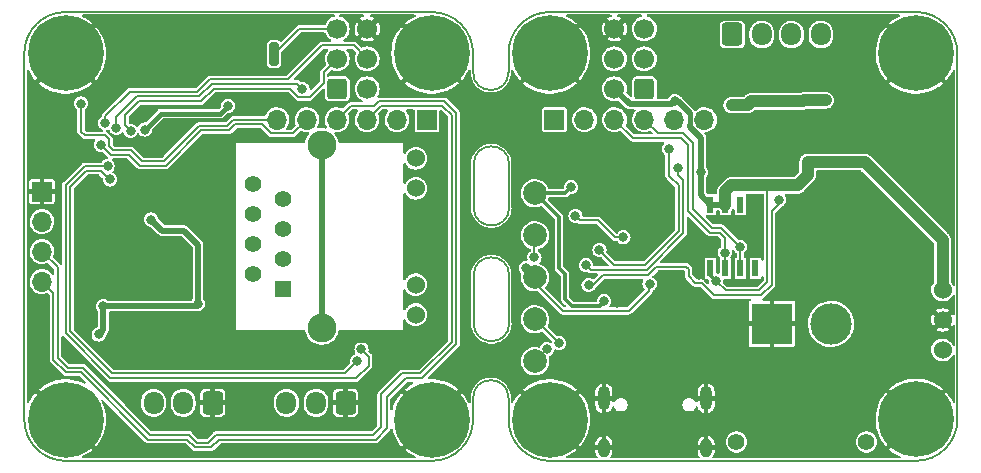
<source format=gbr>
%TF.GenerationSoftware,KiCad,Pcbnew,(6.0.1-0)*%
%TF.CreationDate,2023-01-25T00:15:57+01:00*%
%TF.ProjectId,ethersweep,65746865-7273-4776-9565-702e6b696361,2.0.1*%
%TF.SameCoordinates,Original*%
%TF.FileFunction,Copper,L2,Bot*%
%TF.FilePolarity,Positive*%
%FSLAX46Y46*%
G04 Gerber Fmt 4.6, Leading zero omitted, Abs format (unit mm)*
G04 Created by KiCad (PCBNEW (6.0.1-0)) date 2023-01-25 00:15:57*
%MOMM*%
%LPD*%
G01*
G04 APERTURE LIST*
G04 Aperture macros list*
%AMRoundRect*
0 Rectangle with rounded corners*
0 $1 Rounding radius*
0 $2 $3 $4 $5 $6 $7 $8 $9 X,Y pos of 4 corners*
0 Add a 4 corners polygon primitive as box body*
4,1,4,$2,$3,$4,$5,$6,$7,$8,$9,$2,$3,0*
0 Add four circle primitives for the rounded corners*
1,1,$1+$1,$2,$3*
1,1,$1+$1,$4,$5*
1,1,$1+$1,$6,$7*
1,1,$1+$1,$8,$9*
0 Add four rect primitives between the rounded corners*
20,1,$1+$1,$2,$3,$4,$5,0*
20,1,$1+$1,$4,$5,$6,$7,0*
20,1,$1+$1,$6,$7,$8,$9,0*
20,1,$1+$1,$8,$9,$2,$3,0*%
G04 Aperture macros list end*
%TA.AperFunction,Profile*%
%ADD10C,0.150000*%
%TD*%
%TA.AperFunction,ComponentPad*%
%ADD11R,1.398000X1.398000*%
%TD*%
%TA.AperFunction,ComponentPad*%
%ADD12C,1.398000*%
%TD*%
%TA.AperFunction,ComponentPad*%
%ADD13C,1.530000*%
%TD*%
%TA.AperFunction,ComponentPad*%
%ADD14C,2.445000*%
%TD*%
%TA.AperFunction,ComponentPad*%
%ADD15C,0.800000*%
%TD*%
%TA.AperFunction,ComponentPad*%
%ADD16C,6.400000*%
%TD*%
%TA.AperFunction,ComponentPad*%
%ADD17RoundRect,0.250000X0.600000X0.600000X-0.600000X0.600000X-0.600000X-0.600000X0.600000X-0.600000X0*%
%TD*%
%TA.AperFunction,ComponentPad*%
%ADD18C,1.700000*%
%TD*%
%TA.AperFunction,ComponentPad*%
%ADD19C,1.524000*%
%TD*%
%TA.AperFunction,ComponentPad*%
%ADD20C,1.400000*%
%TD*%
%TA.AperFunction,ComponentPad*%
%ADD21R,3.500000X3.500000*%
%TD*%
%TA.AperFunction,ComponentPad*%
%ADD22C,3.500000*%
%TD*%
%TA.AperFunction,ComponentPad*%
%ADD23R,1.700000X1.700000*%
%TD*%
%TA.AperFunction,ComponentPad*%
%ADD24O,1.700000X1.700000*%
%TD*%
%TA.AperFunction,ComponentPad*%
%ADD25O,1.000000X2.100000*%
%TD*%
%TA.AperFunction,ComponentPad*%
%ADD26O,1.000000X1.600000*%
%TD*%
%TA.AperFunction,ComponentPad*%
%ADD27RoundRect,0.250000X0.600000X0.725000X-0.600000X0.725000X-0.600000X-0.725000X0.600000X-0.725000X0*%
%TD*%
%TA.AperFunction,ComponentPad*%
%ADD28O,1.700000X1.950000*%
%TD*%
%TA.AperFunction,ComponentPad*%
%ADD29RoundRect,0.250000X-0.600000X-0.725000X0.600000X-0.725000X0.600000X0.725000X-0.600000X0.725000X0*%
%TD*%
%TA.AperFunction,ComponentPad*%
%ADD30RoundRect,0.250000X-0.600000X-0.600000X0.600000X-0.600000X0.600000X0.600000X-0.600000X0.600000X0*%
%TD*%
%TA.AperFunction,SMDPad,CuDef*%
%ADD31RoundRect,0.200000X0.200000X0.800000X-0.200000X0.800000X-0.200000X-0.800000X0.200000X-0.800000X0*%
%TD*%
%TA.AperFunction,SMDPad,CuDef*%
%ADD32R,0.600000X1.400000*%
%TD*%
%TA.AperFunction,SMDPad,CuDef*%
%ADD33C,2.000000*%
%TD*%
%TA.AperFunction,ViaPad*%
%ADD34C,0.800000*%
%TD*%
%TA.AperFunction,Conductor*%
%ADD35C,0.200000*%
%TD*%
%TA.AperFunction,Conductor*%
%ADD36C,0.250000*%
%TD*%
%TA.AperFunction,Conductor*%
%ADD37C,1.000000*%
%TD*%
%TA.AperFunction,Conductor*%
%ADD38C,0.300000*%
%TD*%
%TA.AperFunction,Conductor*%
%ADD39C,0.500000*%
%TD*%
%TA.AperFunction,Conductor*%
%ADD40C,0.400000*%
%TD*%
G04 APERTURE END LIST*
D10*
X187150000Y-39570000D02*
X187150000Y-43270000D01*
X184150000Y-43270000D02*
X184150000Y-39570000D01*
X184150000Y-53070000D02*
X184150000Y-48970000D01*
X187150000Y-48970000D02*
X187150000Y-53070000D01*
X187150000Y-39570000D02*
G75*
G03*
X184150000Y-39570000I-1500000J0D01*
G01*
X184150000Y-43270000D02*
G75*
G03*
X187150000Y-43270000I1500000J0D01*
G01*
X184150000Y-53070000D02*
G75*
G03*
X187150000Y-53070000I1500000J0D01*
G01*
X187150000Y-48970000D02*
G75*
G03*
X184150000Y-48970000I-1500000J0D01*
G01*
X184100000Y-31800000D02*
G75*
G03*
X187100000Y-31800000I1500000J0D01*
G01*
X187100000Y-59370000D02*
G75*
G03*
X184100000Y-59370000I-1500000J0D01*
G01*
X184100000Y-31800000D02*
X184100000Y-30200000D01*
X184100000Y-60700000D02*
X184100000Y-59400000D01*
X180600000Y-26700000D02*
X149600000Y-26700000D01*
X149600000Y-26700000D02*
G75*
G03*
X146100000Y-30200000I-1J-3499999D01*
G01*
X184100000Y-30200000D02*
G75*
G03*
X180600000Y-26700000I-3499999J1D01*
G01*
X180600000Y-64700000D02*
G75*
G03*
X184100000Y-61200000I1J3499999D01*
G01*
X146100000Y-30200000D02*
X146100000Y-61200000D01*
X149600000Y-64700000D02*
X180600000Y-64700000D01*
X146100000Y-61200000D02*
G75*
G03*
X149600000Y-64700000I3499999J-1D01*
G01*
X184100000Y-61200000D02*
X184100000Y-60700000D01*
X225100000Y-61200000D02*
X225100000Y-30200000D01*
X190600000Y-64700000D02*
X221600000Y-64700000D01*
X187100000Y-61200000D02*
G75*
G03*
X190600000Y-64700000I3499999J-1D01*
G01*
X221600000Y-64700000D02*
G75*
G03*
X225100000Y-61200000I1J3499999D01*
G01*
X190600000Y-26700000D02*
G75*
G03*
X187100000Y-30200000I-1J-3499999D01*
G01*
X190600000Y-26700000D02*
X221600000Y-26700000D01*
X187100000Y-30200000D02*
X187100000Y-30700000D01*
X187100000Y-61200000D02*
X187100000Y-59400000D01*
X187100000Y-31800000D02*
X187100000Y-30700000D01*
X225100000Y-30200000D02*
G75*
G03*
X221600000Y-26700000I-3499999J1D01*
G01*
D11*
X168000000Y-50150000D03*
D12*
X165460000Y-48880000D03*
X168000000Y-47610000D03*
X165460000Y-46340000D03*
X168000000Y-45070000D03*
X165460000Y-43800000D03*
X168000000Y-42530000D03*
X165460000Y-41260000D03*
D13*
X179250000Y-52325000D03*
X179250000Y-49785000D03*
X179250000Y-41615000D03*
X179250000Y-39075000D03*
D14*
X171300000Y-53445000D03*
X171300000Y-37955000D03*
D15*
X182297056Y-31897056D03*
X180600000Y-32600000D03*
X180600000Y-27800000D03*
X178902944Y-28502944D03*
D16*
X180600000Y-30200000D03*
D15*
X178902944Y-31897056D03*
X183000000Y-30200000D03*
X178200000Y-30200000D03*
X182297056Y-28502944D03*
X149600000Y-32600000D03*
X149600000Y-27800000D03*
X147902944Y-28502944D03*
D16*
X149600000Y-30200000D03*
D15*
X151297056Y-31897056D03*
X151297056Y-28502944D03*
X147902944Y-31897056D03*
X152000000Y-30200000D03*
X147200000Y-30200000D03*
X147902944Y-59502944D03*
X151297056Y-62897056D03*
X147200000Y-61200000D03*
X149600000Y-58800000D03*
X151297056Y-59502944D03*
X152000000Y-61200000D03*
X149600000Y-63600000D03*
D16*
X149600000Y-61200000D03*
D15*
X147902944Y-62897056D03*
X182297056Y-59502944D03*
X180600000Y-58800000D03*
X180600000Y-63600000D03*
X178902944Y-62897056D03*
X183000000Y-61200000D03*
D16*
X180600000Y-61200000D03*
D15*
X182297056Y-62897056D03*
X178200000Y-61200000D03*
X178902944Y-59502944D03*
X193000000Y-30200000D03*
D16*
X190600000Y-30200000D03*
D15*
X192297056Y-31897056D03*
X190600000Y-32600000D03*
X188200000Y-30200000D03*
X190600000Y-27800000D03*
X192297056Y-28502944D03*
X188902944Y-28502944D03*
X188902944Y-31897056D03*
X223297056Y-31897056D03*
D16*
X221600000Y-30200000D03*
D15*
X221600000Y-32600000D03*
X219200000Y-30200000D03*
X224000000Y-30200000D03*
X219902944Y-28502944D03*
X221600000Y-27800000D03*
X219902944Y-31897056D03*
X223297056Y-28502944D03*
X188902944Y-62897056D03*
X192297056Y-59502944D03*
D16*
X190600000Y-61200000D03*
D15*
X188902944Y-59502944D03*
X193000000Y-61200000D03*
X190600000Y-63600000D03*
X192297056Y-62897056D03*
X190600000Y-58800000D03*
X188200000Y-61200000D03*
D17*
X198600000Y-33200000D03*
D18*
X196060000Y-33200000D03*
X198600000Y-30660000D03*
X196060000Y-30660000D03*
X198600000Y-28120000D03*
X196060000Y-28120000D03*
D15*
X219200000Y-61175001D03*
X224000000Y-61175001D03*
X219902944Y-59477945D03*
X219902944Y-62872057D03*
D16*
X221600000Y-61175001D03*
D15*
X223297056Y-62872057D03*
X223297056Y-59477945D03*
X221600000Y-58775001D03*
X221600000Y-63575001D03*
D19*
X223850000Y-55315000D03*
X223850000Y-52775000D03*
X223850000Y-50235000D03*
D20*
X217400000Y-63100000D03*
X206400000Y-63100000D03*
D21*
X209400000Y-53100000D03*
D22*
X214400000Y-53100000D03*
D23*
X190993000Y-35819000D03*
D24*
X193533000Y-35819000D03*
X196073000Y-35819000D03*
X198613000Y-35819000D03*
X201153000Y-35819000D03*
X203693000Y-35819000D03*
D25*
X203822000Y-59411000D03*
D26*
X195182000Y-63591000D03*
X203822000Y-63591000D03*
D25*
X195182000Y-59411000D03*
D23*
X180198000Y-35819000D03*
D24*
X177658000Y-35819000D03*
X175118000Y-35819000D03*
X172578000Y-35819000D03*
X170038000Y-35819000D03*
X167498000Y-35819000D03*
D27*
X173300000Y-59787500D03*
D28*
X170800000Y-59787500D03*
X168300000Y-59787500D03*
D27*
X162050000Y-59787500D03*
D28*
X159550000Y-59787500D03*
X157050000Y-59787500D03*
D29*
X206050000Y-28602500D03*
D28*
X208550000Y-28602500D03*
X211050000Y-28602500D03*
X213550000Y-28602500D03*
D30*
X172600000Y-33200000D03*
D18*
X175140000Y-33200000D03*
X172600000Y-30660000D03*
X175140000Y-30660000D03*
X172600000Y-28120000D03*
X175140000Y-28120000D03*
D23*
X147600000Y-41900000D03*
D24*
X147600000Y-44440000D03*
X147600000Y-46980000D03*
X147600000Y-49520000D03*
D31*
X167250000Y-30250000D03*
X163050000Y-30250000D03*
D32*
X204195000Y-43000000D03*
X205465000Y-43000000D03*
X206735000Y-43000000D03*
X208005000Y-43000000D03*
X208005000Y-48400000D03*
X206735000Y-48400000D03*
X205465000Y-48400000D03*
X204195000Y-48400000D03*
D33*
X189342000Y-52710000D03*
X189342000Y-42042000D03*
X189342000Y-56266000D03*
X189342000Y-38486000D03*
X189342000Y-49154000D03*
X189342000Y-45598000D03*
D34*
X162350000Y-41720000D03*
X188554600Y-48366600D03*
X187818000Y-47020400D03*
X189291200Y-47477600D03*
X204480400Y-61295200D03*
X204531200Y-57637600D03*
X207020400Y-58602800D03*
X204785200Y-55808800D03*
X205191600Y-54792800D03*
X205140800Y-53167200D03*
X204670000Y-49450000D03*
X209408000Y-38028800D03*
X210271600Y-38028800D03*
X208544400Y-38028800D03*
X211135200Y-38028800D03*
X209408000Y-37165200D03*
X210271600Y-37165200D03*
X208544400Y-37165200D03*
X211135200Y-37165200D03*
X209408000Y-36301600D03*
X210271600Y-36301600D03*
X208544400Y-36301600D03*
X211135200Y-36301600D03*
X211135200Y-35438000D03*
X210271600Y-35438000D03*
X209408000Y-35438000D03*
X208544400Y-35438000D03*
X194574400Y-33812400D03*
X194625200Y-29443600D03*
X197368400Y-29392800D03*
X153700000Y-28400000D03*
X158000000Y-47750000D03*
X204020000Y-28360000D03*
X201550000Y-63070000D03*
X204455000Y-30104000D03*
X157150000Y-31850000D03*
X198232000Y-47376000D03*
X215250000Y-35570000D03*
X212659200Y-44378800D03*
X205960000Y-52200000D03*
X147050000Y-33850000D03*
X200137000Y-54488000D03*
X202150000Y-31770000D03*
X159200000Y-55400000D03*
X210170000Y-44378800D03*
X153426400Y-47833200D03*
X155179000Y-47884000D03*
X207710000Y-56840000D03*
X213675200Y-55859600D03*
X222200000Y-51320000D03*
X217450000Y-31770000D03*
X153400000Y-44100000D03*
X224000000Y-38300000D03*
X168666400Y-55402400D03*
X161300000Y-62320000D03*
X223550000Y-34070000D03*
X203180000Y-34360000D03*
X189088000Y-51109800D03*
X217450000Y-32770000D03*
X166350000Y-34570000D03*
X194930000Y-55631000D03*
X155560000Y-35819000D03*
X173300000Y-54570000D03*
X163600000Y-27800000D03*
X164577000Y-58552000D03*
X204450000Y-38400000D03*
X204000000Y-27450000D03*
X183000000Y-56000000D03*
X212608400Y-47325200D03*
X165085000Y-36962000D03*
X220965000Y-49281000D03*
X160450000Y-52770000D03*
X193660000Y-46004400D03*
X216200000Y-41870000D03*
X224267000Y-57790000D03*
X200760000Y-42990000D03*
X178750000Y-37400000D03*
X200130000Y-27830000D03*
X193787000Y-58298000D03*
X178150000Y-33450000D03*
X214792800Y-47274400D03*
X199959200Y-53421200D03*
X215550000Y-55808800D03*
X170750000Y-31100000D03*
X207450000Y-29730000D03*
X191374000Y-57155000D03*
X199825000Y-41520000D03*
X195810000Y-42740000D03*
X198790800Y-54183200D03*
X171866800Y-58501200D03*
X192237600Y-44937600D03*
X212300000Y-29630000D03*
X214440000Y-31610000D03*
X214107000Y-48900000D03*
X165466000Y-58552000D03*
X204130000Y-54960000D03*
X206910000Y-52720000D03*
X171150000Y-34450000D03*
X158450000Y-43270000D03*
X183450000Y-53720000D03*
X221450000Y-36870000D03*
X206210000Y-35790000D03*
X182000000Y-57100000D03*
X157084000Y-49535000D03*
X202180000Y-50050000D03*
X202296000Y-54488000D03*
X196581000Y-55250000D03*
X159200000Y-53400000D03*
X202150000Y-30770000D03*
X205390000Y-40310000D03*
X222200000Y-53670000D03*
X153274000Y-46233000D03*
X156800000Y-53400000D03*
X191755000Y-38486000D03*
X205110000Y-31720000D03*
X173850000Y-37020000D03*
X199550000Y-60820000D03*
X176300000Y-63450000D03*
X215250000Y-30104000D03*
X161400000Y-53400000D03*
X160400000Y-31500000D03*
X163200000Y-53400000D03*
X216200000Y-38270000D03*
X211135200Y-56824800D03*
X209190000Y-40170000D03*
X147450000Y-54250000D03*
X223550000Y-35870000D03*
X183500000Y-48270000D03*
X202150000Y-32770000D03*
X197550000Y-63070000D03*
X206890000Y-54140000D03*
X203200000Y-48940000D03*
X193660000Y-46995000D03*
X162650000Y-39070000D03*
X150099000Y-56012000D03*
X152800000Y-32600000D03*
X217586800Y-28072000D03*
X210550000Y-40220000D03*
X192517000Y-55758000D03*
X157550000Y-61570000D03*
X193250000Y-40570000D03*
X163500000Y-63700000D03*
X221450000Y-38470000D03*
X212075000Y-51567000D03*
X165800000Y-31400000D03*
X159300000Y-50600000D03*
X191755000Y-40518000D03*
X170250000Y-27300000D03*
X175300000Y-61570000D03*
X199970000Y-43800000D03*
X216200000Y-44170000D03*
X192771000Y-53268800D03*
X151350000Y-43270000D03*
X155000000Y-55400000D03*
X155550000Y-52570000D03*
X183000000Y-33850000D03*
X167142400Y-55402400D03*
X193152000Y-38105000D03*
X165466000Y-35057000D03*
X159650000Y-44070000D03*
X221650000Y-45570000D03*
X220780000Y-41110000D03*
X176500000Y-29400000D03*
X221450000Y-40070000D03*
X224013000Y-44201000D03*
X163200000Y-55400000D03*
X156423600Y-40619600D03*
X183450000Y-43820000D03*
X151496000Y-46233000D03*
X153000000Y-63950000D03*
X160550000Y-58570000D03*
X163434000Y-38740000D03*
X168400000Y-27400000D03*
X199550000Y-63070000D03*
X152800000Y-27400000D03*
X208087200Y-46614000D03*
X204330000Y-52060000D03*
X213624400Y-44378800D03*
X152131000Y-40899000D03*
X158300000Y-58570000D03*
X170650000Y-29150000D03*
X215504000Y-27437000D03*
X213624400Y-42448400D03*
X222420000Y-42730000D03*
X157950000Y-52570000D03*
X179817000Y-44201000D03*
X155179000Y-49535000D03*
X214742000Y-50424000D03*
X162672000Y-47122000D03*
X215504000Y-29215000D03*
X212659200Y-42448400D03*
X163200000Y-51200000D03*
X147000000Y-35600000D03*
X162291000Y-43566000D03*
X147400000Y-52500000D03*
X177150000Y-27500000D03*
X176050000Y-37170000D03*
X154650000Y-40850000D03*
X224013000Y-40137000D03*
X216824800Y-56977200D03*
X207370000Y-40180000D03*
X163300000Y-49800000D03*
X148850000Y-34900000D03*
X201550000Y-60820000D03*
X162650000Y-40670000D03*
X196581000Y-56139000D03*
X169650000Y-63750000D03*
X192694800Y-42753200D03*
X196581000Y-57028000D03*
X180050000Y-37750000D03*
X202770000Y-45270000D03*
X211948000Y-54107000D03*
X153600000Y-54000000D03*
X196327000Y-51313000D03*
X168350000Y-34570000D03*
X158000000Y-63750000D03*
X153426400Y-49509600D03*
X179817000Y-46233000D03*
X224013000Y-42169000D03*
X210271600Y-49001600D03*
X187818000Y-40010000D03*
X162000000Y-51800000D03*
X194090000Y-27670000D03*
X169530000Y-54386400D03*
X195565000Y-49916000D03*
X193925000Y-41545000D03*
X220010000Y-43810000D03*
X187818000Y-51186000D03*
X187945000Y-54488000D03*
X158800000Y-32200000D03*
X163434000Y-40010000D03*
X188199000Y-33787000D03*
X163200000Y-52400000D03*
X222670000Y-46990000D03*
X179817000Y-48138000D03*
X197724000Y-49789000D03*
X218250000Y-33570000D03*
X206410800Y-44480400D03*
X160600000Y-29800000D03*
X212837000Y-50170000D03*
X163434000Y-37597000D03*
X147600000Y-40400000D03*
X156800000Y-55400000D03*
X163434000Y-41534000D03*
X164800000Y-55400000D03*
X223550000Y-34970000D03*
X161400000Y-55400000D03*
X206868000Y-61092000D03*
X210322400Y-46461600D03*
X218700000Y-42560000D03*
X215504000Y-28326000D03*
X198000000Y-42770000D03*
X157600000Y-40900000D03*
X180550000Y-40320000D03*
X163434000Y-42804000D03*
X157050000Y-38470000D03*
X218100000Y-58070000D03*
X156200000Y-27400000D03*
X160200000Y-27800000D03*
X153070800Y-55402400D03*
X166550000Y-63750000D03*
X193660000Y-50805000D03*
X154050000Y-61750000D03*
X155050000Y-63450000D03*
X222200000Y-52470000D03*
X147550000Y-57100000D03*
X154250000Y-37570000D03*
X175050000Y-58320000D03*
X198105000Y-45852000D03*
X162000000Y-29400000D03*
X197550000Y-60820000D03*
X187818000Y-57917000D03*
X179100000Y-54050000D03*
X162672000Y-37597000D03*
X183450000Y-38570000D03*
X187818000Y-43058000D03*
X169550000Y-58820000D03*
X176900000Y-32350000D03*
X217450000Y-30870000D03*
X204030000Y-29240000D03*
X203020000Y-56610000D03*
X205400000Y-47070000D03*
X206700000Y-46570000D03*
X156300000Y-36650000D03*
X195184000Y-51186000D03*
X203400000Y-40260000D03*
X163350000Y-34650000D03*
X212568000Y-39390000D03*
X201160000Y-34260000D03*
X192390000Y-41534000D03*
X169650000Y-33200000D03*
X153900000Y-36520000D03*
X155100000Y-36750000D03*
X196830000Y-45780000D03*
X192771000Y-43947000D03*
X152950000Y-36100000D03*
X213700000Y-34170000D03*
X206000000Y-34570000D03*
X212050000Y-34270000D03*
X207650000Y-34270000D03*
X152600000Y-37950000D03*
X200690000Y-38280000D03*
X194803000Y-46868000D03*
X153350000Y-40870000D03*
X174250000Y-56270000D03*
X174650000Y-55270000D03*
X153150000Y-39750000D03*
X193660000Y-48138000D03*
X150900000Y-34450000D03*
X201490000Y-39930000D03*
X160800000Y-51400000D03*
X152400000Y-54000000D03*
X152800000Y-51600000D03*
X156850000Y-44270000D03*
X190358000Y-55250000D03*
X191374000Y-54742000D03*
X199044800Y-49712800D03*
X210017600Y-42600800D03*
X193883000Y-49820000D03*
D35*
X188554600Y-48366600D02*
X189342000Y-49154000D01*
X189291200Y-47477600D02*
X189291200Y-45648800D01*
X189291200Y-45648800D02*
X189342000Y-45598000D01*
D36*
X179024999Y-31775001D02*
X180600000Y-30200000D01*
D35*
X204967497Y-45402503D02*
X205400000Y-45835006D01*
X172870480Y-62500480D02*
X172870000Y-62500000D01*
X202300480Y-37970480D02*
X202300481Y-43535487D01*
X196073000Y-35819000D02*
X197622030Y-37368030D01*
X202300481Y-43535487D02*
X204167497Y-45402503D01*
X161650000Y-63170480D02*
X160750000Y-63170480D01*
X148950000Y-48330000D02*
X147600000Y-46980000D01*
X151065698Y-56800000D02*
X149765698Y-56800000D01*
X148950000Y-55984302D02*
X148950000Y-48330000D01*
X162320480Y-62500000D02*
X161650000Y-63170480D01*
X179634314Y-57299989D02*
X178070011Y-57299989D01*
X204167497Y-45402503D02*
X204967497Y-45402503D01*
X205400000Y-45835006D02*
X205400000Y-47070000D01*
X205465000Y-47135000D02*
X205400000Y-47070000D01*
X156765698Y-62500000D02*
X151065698Y-56800000D01*
X181499999Y-34649999D02*
X182279991Y-35429991D01*
X160079520Y-62500000D02*
X156765698Y-62500000D01*
X182279991Y-54654312D02*
X179634314Y-57299989D01*
X175120000Y-35800000D02*
X176270001Y-34649999D01*
X197622030Y-37368030D02*
X201698031Y-37368031D01*
X176300000Y-59070000D02*
X176300000Y-61820000D01*
X182279991Y-35429991D02*
X182279991Y-54654312D01*
X201698031Y-37368031D02*
X202300480Y-37970480D01*
X176270001Y-34649999D02*
X181499999Y-34649999D01*
X176300000Y-61820000D02*
X175619520Y-62500480D01*
X205465000Y-48400000D02*
X205465000Y-47135000D01*
X172870000Y-62500000D02*
X162320480Y-62500000D01*
X178070011Y-57299989D02*
X176300000Y-59070000D01*
X175619520Y-62500480D02*
X172870480Y-62500480D01*
X149765698Y-56800000D02*
X148950000Y-55984302D01*
X160750000Y-63170480D02*
X160079520Y-62500000D01*
X176800000Y-61960741D02*
X176800000Y-59320000D01*
X178420001Y-57699999D02*
X179800002Y-57699999D01*
X175704303Y-34649999D02*
X173730001Y-34649999D01*
X173730001Y-34649999D02*
X172580000Y-35800000D01*
X157899992Y-62900008D02*
X157900000Y-62900000D01*
X148549990Y-56149990D02*
X149607849Y-57207849D01*
X175860741Y-62900000D02*
X176800000Y-61960741D01*
X159880000Y-62900000D02*
X160550000Y-63570000D01*
X206735000Y-48400000D02*
X206735000Y-46605000D01*
X182680001Y-54820000D02*
X182680001Y-35264302D01*
X149607849Y-57207849D02*
X150907849Y-57207849D01*
X179800002Y-57699999D02*
X182680001Y-54820000D01*
X157900000Y-62900000D02*
X159880000Y-62900000D01*
X206735000Y-46605000D02*
X206700000Y-46570000D01*
X148549990Y-50469990D02*
X148549990Y-56149990D01*
X182680001Y-35264302D02*
X181665688Y-34249989D01*
X201898511Y-36968511D02*
X202700000Y-37770000D01*
X161950000Y-63570000D02*
X162620000Y-62900000D01*
X160550000Y-63570000D02*
X161950000Y-63570000D01*
X156600008Y-62900008D02*
X157899992Y-62900008D01*
X181665688Y-34249989D02*
X176104312Y-34249989D01*
X147600000Y-49520000D02*
X148549990Y-50469990D01*
X199762511Y-36968511D02*
X201898511Y-36968511D01*
X205100000Y-44970000D02*
X206700000Y-46570000D01*
X202700000Y-37770000D02*
X202700000Y-43370000D01*
X176104312Y-34249989D02*
X175704303Y-34649999D01*
X176800000Y-59320000D02*
X178420001Y-57699999D01*
X150907849Y-57207849D02*
X156600008Y-62900008D01*
X202700000Y-43370000D02*
X204300000Y-44970000D01*
X162620000Y-62900000D02*
X175860741Y-62900000D01*
X204300000Y-44970000D02*
X205100000Y-44970000D01*
X198613000Y-35819000D02*
X199762511Y-36968511D01*
D36*
X163100000Y-34900000D02*
X163350000Y-34650000D01*
X163350000Y-34650000D02*
X163350000Y-34650000D01*
D37*
X217240000Y-39390000D02*
X223850000Y-46000000D01*
D38*
X191882000Y-50982800D02*
X192462191Y-51562991D01*
X204195000Y-48400000D02*
X204195000Y-48975000D01*
D37*
X211570000Y-41380000D02*
X212430000Y-40520000D01*
D35*
X210119200Y-41457800D02*
X210197000Y-41380000D01*
D39*
X203400000Y-42205000D02*
X204195000Y-43000000D01*
D37*
X210197000Y-41380000D02*
X211570000Y-41380000D01*
D39*
X203400000Y-37363787D02*
X203400000Y-39900000D01*
D35*
X204670000Y-49450000D02*
X205490480Y-50270480D01*
D37*
X205955978Y-41380000D02*
X208949200Y-41380000D01*
D39*
X202443489Y-36243489D02*
X202443489Y-36407276D01*
X201160000Y-34260000D02*
X201431787Y-34260000D01*
D40*
X202443489Y-35301435D02*
X202443489Y-36243489D01*
D35*
X204195000Y-48400000D02*
X204195000Y-48800000D01*
X209001600Y-49560400D02*
X209001600Y-44988400D01*
D37*
X208949200Y-41380000D02*
X210197000Y-41380000D01*
D38*
X191374000Y-44074000D02*
X191374000Y-45521800D01*
D39*
X196060000Y-33200000D02*
X197359520Y-34499520D01*
D35*
X209001600Y-44988400D02*
X209001600Y-44785200D01*
D39*
X201431787Y-34260000D02*
X202452511Y-35280724D01*
D40*
X157650001Y-35299999D02*
X156300000Y-36650000D01*
D38*
X204195000Y-48975000D02*
X204670000Y-49450000D01*
D39*
X202443489Y-36407276D02*
X203400000Y-37363787D01*
D36*
X162924991Y-35075009D02*
X163100000Y-34900000D01*
D37*
X205465000Y-41870978D02*
X205955978Y-41380000D01*
D35*
X209001600Y-44988400D02*
X209001600Y-41432400D01*
D39*
X200920480Y-34499520D02*
X201160000Y-34260000D01*
D40*
X201160000Y-34260000D02*
X201402054Y-34260000D01*
D37*
X212430000Y-39390000D02*
X212568000Y-39390000D01*
D38*
X191882000Y-42042000D02*
X189342000Y-42042000D01*
X189342000Y-42042000D02*
X191374000Y-44074000D01*
D39*
X204195000Y-43000000D02*
X205465000Y-43000000D01*
D38*
X191374000Y-45521800D02*
X191374000Y-48392000D01*
D40*
X162700001Y-35299999D02*
X157650001Y-35299999D01*
D38*
X194807009Y-51562991D02*
X195184000Y-51186000D01*
D37*
X223850000Y-46000000D02*
X223850000Y-50235000D01*
D35*
X208291520Y-50270480D02*
X209001600Y-49560400D01*
D37*
X212430000Y-40520000D02*
X212430000Y-39390000D01*
D38*
X191374000Y-48392000D02*
X191882000Y-48900000D01*
D39*
X203400000Y-39900000D02*
X203400000Y-42205000D01*
D38*
X192390000Y-41534000D02*
X191882000Y-42042000D01*
D35*
X209001600Y-41432400D02*
X208949200Y-41380000D01*
D40*
X163100000Y-34900000D02*
X162700001Y-35299999D01*
D37*
X205465000Y-43000000D02*
X205465000Y-41870978D01*
D40*
X162924991Y-35075009D02*
X163350000Y-34650000D01*
D38*
X192462191Y-51562991D02*
X194807009Y-51562991D01*
D40*
X205465000Y-43000000D02*
X205465000Y-42600000D01*
X201402054Y-34260000D02*
X202443489Y-35301435D01*
D37*
X212568000Y-39390000D02*
X217240000Y-39390000D01*
D38*
X191882000Y-48900000D02*
X191882000Y-50982800D01*
D35*
X205490480Y-50270480D02*
X208291520Y-50270480D01*
D39*
X197359520Y-34499520D02*
X200920480Y-34499520D01*
D35*
X159999979Y-33849979D02*
X160915720Y-33849979D01*
X155648320Y-33849979D02*
X159999979Y-33849979D01*
X153900000Y-36520000D02*
X153900000Y-35598299D01*
X161986690Y-32779009D02*
X169229009Y-32779009D01*
X169229009Y-32779009D02*
X169650000Y-33200000D01*
X153900000Y-35598299D02*
X155648320Y-33849979D01*
X160915720Y-33849979D02*
X161986690Y-32779009D01*
X198603533Y-30660000D02*
X198600000Y-30660000D01*
X154649999Y-36299999D02*
X154649999Y-35413999D01*
X171449990Y-31810010D02*
X172600000Y-30660000D01*
X170249999Y-33900001D02*
X171449990Y-32700010D01*
X168593017Y-33179019D02*
X169313999Y-33900001D01*
X161081409Y-34249989D02*
X162152379Y-33179019D01*
X162152379Y-33179019D02*
X168593017Y-33179019D01*
X155814009Y-34249989D02*
X161081409Y-34249989D01*
X154649999Y-35413999D02*
X155814009Y-34249989D01*
X169313999Y-33900001D02*
X170249999Y-33900001D01*
X155100000Y-36750000D02*
X154649999Y-36299999D01*
X171449990Y-32700010D02*
X171449990Y-31810010D01*
X169680000Y-28120000D02*
X169380000Y-28120000D01*
X196128000Y-45780000D02*
X196830000Y-45780000D01*
X192771000Y-43947000D02*
X193152000Y-44328000D01*
X172600000Y-28120000D02*
X169680000Y-28120000D01*
X194676000Y-44328000D02*
X196128000Y-45780000D01*
X169380000Y-28120000D02*
X167250000Y-30250000D01*
X193152000Y-44328000D02*
X194676000Y-44328000D01*
X173989999Y-29509999D02*
X171326003Y-29509999D01*
X161821001Y-32378999D02*
X160750031Y-33449969D01*
X171326003Y-29509999D02*
X168457003Y-32378999D01*
X175140000Y-30660000D02*
X173989999Y-29509999D01*
X155034346Y-33449969D02*
X152950000Y-35534315D01*
X160750031Y-33449969D02*
X155034346Y-33449969D01*
X168457003Y-32378999D02*
X161821001Y-32378999D01*
X152950000Y-35534315D02*
X152950000Y-36100000D01*
X190509991Y-36290009D02*
X191000000Y-35800000D01*
X190980000Y-35720000D02*
X191000000Y-35700000D01*
D37*
X207650000Y-34270000D02*
X212050000Y-34270000D01*
X206000000Y-34570000D02*
X207350000Y-34570000D01*
X212150000Y-34170000D02*
X212050000Y-34270000D01*
X207350000Y-34570000D02*
X207650000Y-34270000D01*
X213950000Y-34170000D02*
X212150000Y-34170000D01*
D35*
X194930000Y-46995000D02*
X194993500Y-47058500D01*
X201501440Y-45262548D02*
X198643508Y-48120480D01*
X163472487Y-36726519D02*
X163980486Y-36218520D01*
X152600000Y-37950000D02*
X153450011Y-38800011D01*
X163980486Y-36218520D02*
X166246520Y-36218520D01*
X200690000Y-40570000D02*
X201501440Y-41381440D01*
X195374500Y-47439500D02*
X194803000Y-46868000D01*
X166246520Y-36218520D02*
X166996511Y-36968511D01*
X170040000Y-35191700D02*
X170040000Y-35800000D01*
X166996511Y-36968511D02*
X168888489Y-36968511D01*
X153450011Y-38800011D02*
X154980011Y-38800011D01*
X200690000Y-38280000D02*
X200690000Y-40570000D01*
X195374500Y-47439500D02*
X194993500Y-47058500D01*
X158066006Y-39720000D02*
X161059486Y-36726520D01*
X196055480Y-48120480D02*
X195374500Y-47439500D01*
X154980011Y-38800011D02*
X155900000Y-39720000D01*
X201501440Y-41381440D02*
X201501440Y-45262548D01*
X161059486Y-36726520D02*
X163472487Y-36726519D01*
X155900000Y-39720000D02*
X158066006Y-39720000D01*
X198643508Y-48120480D02*
X196055480Y-48120480D01*
X168888489Y-36968511D02*
X170038000Y-35819000D01*
X174250000Y-56270000D02*
X173220489Y-57299511D01*
X150000010Y-41515688D02*
X151365688Y-40150010D01*
X153565209Y-57299511D02*
X150000010Y-53734312D01*
X153280741Y-40870000D02*
X153350000Y-40870000D01*
X173220489Y-57299511D02*
X153565209Y-57299511D01*
X150000010Y-53734312D02*
X150000010Y-41515688D01*
X151365688Y-40150010D02*
X152560751Y-40150010D01*
X152560751Y-40150010D02*
X153280741Y-40870000D01*
X175249519Y-55869519D02*
X174650000Y-55270000D01*
X175249519Y-56635487D02*
X175249519Y-55869519D01*
X153399031Y-57699031D02*
X174185976Y-57699030D01*
X174185976Y-57699030D02*
X175249519Y-56635487D01*
X149600000Y-41350000D02*
X149600000Y-53900000D01*
X151200000Y-39750000D02*
X149600000Y-41350000D01*
X153150000Y-39750000D02*
X151200000Y-39750000D01*
X149600000Y-53900000D02*
X153399031Y-57699031D01*
D39*
X171300000Y-53445000D02*
X171300000Y-37955000D01*
D35*
X163815000Y-35819000D02*
X163307000Y-36327000D01*
X201900961Y-45428033D02*
X201900960Y-40950960D01*
X157901010Y-39319990D02*
X158100000Y-39121000D01*
X156065689Y-39319990D02*
X157901010Y-39319990D01*
X201900960Y-40950960D02*
X201490000Y-40540000D01*
X151233001Y-37153001D02*
X152966999Y-37153001D01*
X152966999Y-37153001D02*
X153300001Y-37486003D01*
X158034312Y-39186688D02*
X158100000Y-39121000D01*
X201490000Y-40540000D02*
X201490000Y-39930000D01*
X160894000Y-36327000D02*
X163307000Y-36327000D01*
X194042000Y-48520000D02*
X193660000Y-48138000D01*
X153300001Y-37486003D02*
X153300001Y-38084303D01*
X195564000Y-48520000D02*
X198808994Y-48520000D01*
X150900000Y-36820000D02*
X151233001Y-37153001D01*
X198808994Y-48520000D02*
X201900961Y-45428033D01*
X195564000Y-48520000D02*
X194042000Y-48520000D01*
X158100000Y-39121000D02*
X160894000Y-36327000D01*
X153300001Y-38084303D02*
X153615699Y-38400001D01*
X155145700Y-38400001D02*
X156065689Y-39319990D01*
X153615699Y-38400001D02*
X155145700Y-38400001D01*
X150900000Y-34450000D02*
X150900000Y-36820000D01*
X167498000Y-35819000D02*
X163815000Y-35819000D01*
X195564000Y-48520000D02*
X194296000Y-48520000D01*
X152400000Y-54000000D02*
X152400000Y-54000000D01*
D39*
X160800000Y-51400000D02*
X160600000Y-51600000D01*
X159600000Y-45200000D02*
X157780000Y-45200000D01*
X160800000Y-51400000D02*
X160800000Y-46400000D01*
X160600000Y-51600000D02*
X152800000Y-51600000D01*
X160800000Y-46400000D02*
X159600000Y-45200000D01*
X152800000Y-51600000D02*
X152800000Y-53600000D01*
X157780000Y-45200000D02*
X156850000Y-44270000D01*
X152800000Y-53600000D02*
X152400000Y-54000000D01*
D35*
X190358000Y-55250000D02*
X189342000Y-56266000D01*
X188834000Y-56266000D02*
X189342000Y-56266000D01*
X189342000Y-52710000D02*
X191374000Y-54742000D01*
X189342000Y-45598000D02*
X188834000Y-45598000D01*
X198994000Y-49763600D02*
X199044800Y-49712800D01*
X198994000Y-50297000D02*
X198994000Y-49763600D01*
X188834000Y-49154000D02*
X191692511Y-52012511D01*
X197280511Y-52010489D02*
X198994000Y-50297000D01*
X191692511Y-52012511D02*
X197280511Y-52012511D01*
X197280511Y-52012511D02*
X197280511Y-52010489D01*
X202910252Y-49639511D02*
X203440000Y-49639511D01*
X204470489Y-50670000D02*
X208501600Y-50670000D01*
X209401120Y-49770480D02*
X209401120Y-43572880D01*
X198930500Y-48963500D02*
X199629000Y-48265000D01*
X208501600Y-50670000D02*
X209401120Y-49770480D01*
X199629000Y-48265000D02*
X202169000Y-48265000D01*
X202360371Y-49089629D02*
X202910252Y-49639511D01*
X202169000Y-48265000D02*
X202360371Y-48456371D01*
X193883000Y-49820000D02*
X194264000Y-49820000D01*
X203440000Y-49639511D02*
X204470489Y-50670000D01*
X202360371Y-48456371D02*
X202360371Y-49089629D01*
X210017600Y-42956400D02*
X210017600Y-42600800D01*
X195120500Y-48963500D02*
X198930500Y-48963500D01*
X209401120Y-43572880D02*
X210017600Y-42956400D01*
X194264000Y-49820000D02*
X195120500Y-48963500D01*
%TA.AperFunction,Conductor*%
G36*
X172395550Y-26918907D02*
G01*
X172431514Y-26968407D01*
X172431514Y-27029593D01*
X172395550Y-27079093D01*
X172365311Y-27093972D01*
X172204572Y-27141280D01*
X172200288Y-27143519D01*
X172200287Y-27143520D01*
X172189428Y-27149197D01*
X172022002Y-27236726D01*
X172018231Y-27239758D01*
X171865220Y-27362781D01*
X171865217Y-27362783D01*
X171861447Y-27365815D01*
X171858333Y-27369526D01*
X171858332Y-27369527D01*
X171743233Y-27506697D01*
X171729024Y-27523630D01*
X171726689Y-27527878D01*
X171726688Y-27527879D01*
X171719955Y-27540126D01*
X171629776Y-27704162D01*
X171628313Y-27708774D01*
X171615098Y-27750434D01*
X171579481Y-27800184D01*
X171520732Y-27819500D01*
X169433508Y-27819500D01*
X169429383Y-27819197D01*
X169424658Y-27817575D01*
X169375239Y-27819430D01*
X169371526Y-27819500D01*
X169352052Y-27819500D01*
X169347622Y-27820325D01*
X169342429Y-27820661D01*
X169326398Y-27821263D01*
X169321925Y-27821431D01*
X169312792Y-27821774D01*
X169304398Y-27825380D01*
X169304395Y-27825381D01*
X169302217Y-27826317D01*
X169281266Y-27832683D01*
X169269947Y-27834791D01*
X169262164Y-27839588D01*
X169262165Y-27839588D01*
X169247272Y-27848768D01*
X169234404Y-27855452D01*
X169216358Y-27863205D01*
X169216357Y-27863206D01*
X169209937Y-27865964D01*
X169205051Y-27869978D01*
X169200687Y-27874342D01*
X169182632Y-27888613D01*
X169174652Y-27893532D01*
X169156982Y-27916769D01*
X169148190Y-27926839D01*
X167890713Y-29184316D01*
X167836198Y-29212092D01*
X167775766Y-29202521D01*
X167750707Y-29184315D01*
X167688342Y-29121950D01*
X167681405Y-29118415D01*
X167681403Y-29118414D01*
X167582244Y-29067890D01*
X167582243Y-29067890D01*
X167575304Y-29064354D01*
X167567610Y-29063135D01*
X167567609Y-29063135D01*
X167485365Y-29050109D01*
X167485363Y-29050109D01*
X167481519Y-29049500D01*
X167250030Y-29049500D01*
X167018482Y-29049501D01*
X167014639Y-29050110D01*
X167014634Y-29050110D01*
X166977783Y-29055947D01*
X166924696Y-29064354D01*
X166915631Y-29068973D01*
X166818597Y-29118414D01*
X166818595Y-29118415D01*
X166811658Y-29121950D01*
X166721950Y-29211658D01*
X166718415Y-29218595D01*
X166718414Y-29218597D01*
X166669088Y-29315405D01*
X166664354Y-29324696D01*
X166649500Y-29418481D01*
X166649501Y-31081518D01*
X166650110Y-31085361D01*
X166650110Y-31085366D01*
X166655947Y-31122217D01*
X166664354Y-31175304D01*
X166682306Y-31210536D01*
X166713694Y-31272138D01*
X166721950Y-31288342D01*
X166811658Y-31378050D01*
X166818595Y-31381585D01*
X166818597Y-31381586D01*
X166908524Y-31427406D01*
X166924696Y-31435646D01*
X166932390Y-31436865D01*
X166932391Y-31436865D01*
X167014635Y-31449891D01*
X167014637Y-31449891D01*
X167018481Y-31450500D01*
X167249970Y-31450500D01*
X167481518Y-31450499D01*
X167485361Y-31449890D01*
X167485366Y-31449890D01*
X167522217Y-31444053D01*
X167575304Y-31435646D01*
X167631823Y-31406848D01*
X167681403Y-31381586D01*
X167681405Y-31381585D01*
X167688342Y-31378050D01*
X167778050Y-31288342D01*
X167786307Y-31272138D01*
X167832110Y-31182244D01*
X167832110Y-31182243D01*
X167835646Y-31175304D01*
X167838755Y-31155678D01*
X167849891Y-31085365D01*
X167849891Y-31085363D01*
X167850500Y-31081519D01*
X167850499Y-30115480D01*
X167869406Y-30057289D01*
X167879495Y-30045476D01*
X169475475Y-28449496D01*
X169529992Y-28421719D01*
X169545479Y-28420500D01*
X171518684Y-28420500D01*
X171576875Y-28439407D01*
X171613849Y-28492213D01*
X171618544Y-28508586D01*
X171712712Y-28691818D01*
X171840677Y-28853270D01*
X171844357Y-28856402D01*
X171844359Y-28856404D01*
X171928156Y-28927720D01*
X171997564Y-28986791D01*
X172001787Y-28989151D01*
X172001791Y-28989154D01*
X172064285Y-29024080D01*
X172105857Y-29068973D01*
X172113102Y-29129728D01*
X172083252Y-29183138D01*
X172027709Y-29208803D01*
X172015987Y-29209499D01*
X171379516Y-29209499D01*
X171375387Y-29209196D01*
X171370661Y-29207573D01*
X171343440Y-29208595D01*
X171321226Y-29209429D01*
X171317512Y-29209499D01*
X171298055Y-29209499D01*
X171293625Y-29210324D01*
X171288439Y-29210660D01*
X171267928Y-29211430D01*
X171267927Y-29211430D01*
X171258795Y-29211773D01*
X171250401Y-29215379D01*
X171250398Y-29215380D01*
X171248220Y-29216316D01*
X171227269Y-29222682D01*
X171215950Y-29224790D01*
X171208167Y-29229587D01*
X171208168Y-29229587D01*
X171193275Y-29238767D01*
X171180407Y-29245451D01*
X171162356Y-29253206D01*
X171162354Y-29253207D01*
X171155940Y-29255963D01*
X171151054Y-29259976D01*
X171146688Y-29264342D01*
X171128632Y-29278614D01*
X171128435Y-29278735D01*
X171128434Y-29278736D01*
X171120655Y-29283531D01*
X171115123Y-29290806D01*
X171115122Y-29290807D01*
X171102996Y-29306754D01*
X171094196Y-29316834D01*
X169718803Y-30692228D01*
X168361528Y-32049503D01*
X168307011Y-32077280D01*
X168291524Y-32078499D01*
X161874509Y-32078499D01*
X161870384Y-32078196D01*
X161865659Y-32076574D01*
X161816239Y-32078429D01*
X161812526Y-32078499D01*
X161793053Y-32078499D01*
X161788623Y-32079324D01*
X161783430Y-32079660D01*
X161764299Y-32080378D01*
X161762927Y-32080430D01*
X161753792Y-32080773D01*
X161745395Y-32084381D01*
X161745394Y-32084381D01*
X161743213Y-32085318D01*
X161722264Y-32091682D01*
X161719937Y-32092115D01*
X161719932Y-32092117D01*
X161710948Y-32093790D01*
X161688273Y-32107767D01*
X161675405Y-32114451D01*
X161657359Y-32122204D01*
X161657358Y-32122205D01*
X161650938Y-32124963D01*
X161646052Y-32128977D01*
X161641688Y-32133341D01*
X161623633Y-32147612D01*
X161615653Y-32152531D01*
X161597983Y-32175768D01*
X161589191Y-32185838D01*
X160654556Y-33120473D01*
X160600039Y-33148250D01*
X160584552Y-33149469D01*
X155087854Y-33149469D01*
X155083729Y-33149166D01*
X155079004Y-33147544D01*
X155029584Y-33149399D01*
X155025871Y-33149469D01*
X155006398Y-33149469D01*
X155001968Y-33150294D01*
X154996775Y-33150630D01*
X154977644Y-33151348D01*
X154976272Y-33151400D01*
X154967137Y-33151743D01*
X154958740Y-33155351D01*
X154958739Y-33155351D01*
X154956558Y-33156288D01*
X154935609Y-33162652D01*
X154933282Y-33163085D01*
X154933277Y-33163087D01*
X154924293Y-33164760D01*
X154905622Y-33176269D01*
X154901618Y-33178737D01*
X154888750Y-33185421D01*
X154870704Y-33193174D01*
X154870703Y-33193175D01*
X154864283Y-33195933D01*
X154859397Y-33199947D01*
X154855033Y-33204311D01*
X154836978Y-33218582D01*
X154828998Y-33223501D01*
X154811328Y-33246738D01*
X154802536Y-33256808D01*
X152775349Y-35283995D01*
X152772220Y-35286695D01*
X152767731Y-35288890D01*
X152761513Y-35295593D01*
X152734107Y-35325137D01*
X152731531Y-35327813D01*
X152717752Y-35341592D01*
X152715207Y-35345302D01*
X152711771Y-35349215D01*
X152691599Y-35370961D01*
X152688212Y-35379449D01*
X152688212Y-35379450D01*
X152687334Y-35381651D01*
X152677020Y-35400967D01*
X152675679Y-35402922D01*
X152675678Y-35402925D01*
X152670508Y-35410461D01*
X152668398Y-35419353D01*
X152664359Y-35436373D01*
X152659986Y-35450199D01*
X152657724Y-35455869D01*
X152650117Y-35474937D01*
X152649500Y-35481230D01*
X152649500Y-35487399D01*
X152646825Y-35510258D01*
X152644660Y-35519381D01*
X152645892Y-35528436D01*
X152645693Y-35532514D01*
X152623965Y-35589711D01*
X152607078Y-35606219D01*
X152596977Y-35613970D01*
X152521718Y-35671718D01*
X152425464Y-35797159D01*
X152364956Y-35943238D01*
X152344318Y-36100000D01*
X152364956Y-36256762D01*
X152425464Y-36402841D01*
X152521718Y-36528282D01*
X152647159Y-36624536D01*
X152692479Y-36643308D01*
X152737694Y-36662037D01*
X152784219Y-36701774D01*
X152798503Y-36761269D01*
X152775088Y-36817796D01*
X152722919Y-36849766D01*
X152699808Y-36852501D01*
X151398480Y-36852501D01*
X151340289Y-36833594D01*
X151328476Y-36823505D01*
X151229496Y-36724525D01*
X151201719Y-36670008D01*
X151200500Y-36654521D01*
X151200500Y-35025154D01*
X151219407Y-34966963D01*
X151239232Y-34946612D01*
X151239309Y-34946553D01*
X151328282Y-34878282D01*
X151424536Y-34752841D01*
X151485044Y-34606762D01*
X151505682Y-34450000D01*
X151485044Y-34293238D01*
X151424536Y-34147159D01*
X151328282Y-34021718D01*
X151202841Y-33925464D01*
X151056762Y-33864956D01*
X150900000Y-33844318D01*
X150743238Y-33864956D01*
X150597159Y-33925464D01*
X150471718Y-34021718D01*
X150375464Y-34147159D01*
X150314956Y-34293238D01*
X150294318Y-34450000D01*
X150314956Y-34606762D01*
X150375464Y-34752841D01*
X150471718Y-34878282D01*
X150560691Y-34946553D01*
X150560768Y-34946612D01*
X150595423Y-34997037D01*
X150599500Y-35025154D01*
X150599500Y-36766492D01*
X150599197Y-36770617D01*
X150597575Y-36775342D01*
X150599009Y-36813552D01*
X150599430Y-36824761D01*
X150599500Y-36828474D01*
X150599500Y-36847948D01*
X150600325Y-36852378D01*
X150600661Y-36857571D01*
X150601774Y-36887208D01*
X150605380Y-36895602D01*
X150605381Y-36895605D01*
X150606317Y-36897783D01*
X150612683Y-36918734D01*
X150614791Y-36930053D01*
X150625142Y-36946846D01*
X150628768Y-36952728D01*
X150635452Y-36965596D01*
X150642150Y-36981185D01*
X150645964Y-36990063D01*
X150649978Y-36994949D01*
X150654342Y-36999313D01*
X150668613Y-37017368D01*
X150673532Y-37025348D01*
X150696769Y-37043018D01*
X150706839Y-37051810D01*
X150982681Y-37327652D01*
X150985381Y-37330781D01*
X150987576Y-37335270D01*
X150994279Y-37341488D01*
X151023823Y-37368894D01*
X151026499Y-37371470D01*
X151040278Y-37385249D01*
X151043988Y-37387794D01*
X151047901Y-37391230D01*
X151053490Y-37396414D01*
X151069647Y-37411402D01*
X151078133Y-37414788D01*
X151078135Y-37414789D01*
X151080338Y-37415668D01*
X151099649Y-37425979D01*
X151101608Y-37427323D01*
X151101611Y-37427324D01*
X151109147Y-37432494D01*
X151118039Y-37434604D01*
X151118041Y-37434605D01*
X151135067Y-37438645D01*
X151148886Y-37443015D01*
X151173623Y-37452884D01*
X151179916Y-37453501D01*
X151186086Y-37453501D01*
X151208942Y-37456176D01*
X151218067Y-37458341D01*
X151246989Y-37454405D01*
X151260338Y-37453501D01*
X152023311Y-37453501D01*
X152081502Y-37472408D01*
X152117466Y-37521908D01*
X152117466Y-37583094D01*
X152101853Y-37612768D01*
X152075464Y-37647159D01*
X152014956Y-37793238D01*
X151994318Y-37950000D01*
X152014956Y-38106762D01*
X152075464Y-38252841D01*
X152171718Y-38378282D01*
X152297159Y-38474536D01*
X152443238Y-38535044D01*
X152600000Y-38555682D01*
X152711284Y-38541031D01*
X152771443Y-38552181D01*
X152794209Y-38569180D01*
X153199691Y-38974662D01*
X153202392Y-38977792D01*
X153204586Y-38982280D01*
X153210936Y-38988170D01*
X153230354Y-39045895D01*
X153212049Y-39104278D01*
X153162923Y-39140751D01*
X153144282Y-39145071D01*
X152993238Y-39164956D01*
X152847159Y-39225464D01*
X152721718Y-39321718D01*
X152675801Y-39381559D01*
X152653388Y-39410768D01*
X152602963Y-39445423D01*
X152574846Y-39449500D01*
X151253513Y-39449500D01*
X151249384Y-39449197D01*
X151244658Y-39447574D01*
X151209686Y-39448887D01*
X151195223Y-39449430D01*
X151191509Y-39449500D01*
X151172052Y-39449500D01*
X151167622Y-39450325D01*
X151162436Y-39450661D01*
X151141925Y-39451431D01*
X151141924Y-39451431D01*
X151132792Y-39451774D01*
X151124398Y-39455380D01*
X151124395Y-39455381D01*
X151122217Y-39456317D01*
X151101266Y-39462683D01*
X151089947Y-39464791D01*
X151075314Y-39473811D01*
X151067272Y-39478768D01*
X151054404Y-39485452D01*
X151036353Y-39493207D01*
X151036351Y-39493208D01*
X151029937Y-39495964D01*
X151025051Y-39499977D01*
X151020685Y-39504343D01*
X151002629Y-39518615D01*
X151002432Y-39518736D01*
X151002431Y-39518737D01*
X150994652Y-39523532D01*
X150989120Y-39530807D01*
X150989119Y-39530808D01*
X150976993Y-39546755D01*
X150968193Y-39556835D01*
X149425349Y-41099680D01*
X149422220Y-41102380D01*
X149417731Y-41104575D01*
X149411513Y-41111278D01*
X149384107Y-41140822D01*
X149381531Y-41143498D01*
X149367752Y-41157277D01*
X149365207Y-41160987D01*
X149361771Y-41164900D01*
X149341599Y-41186646D01*
X149338212Y-41195134D01*
X149338212Y-41195135D01*
X149337334Y-41197336D01*
X149327020Y-41216652D01*
X149325679Y-41218607D01*
X149325678Y-41218610D01*
X149320508Y-41226146D01*
X149316977Y-41241024D01*
X149314359Y-41252058D01*
X149309986Y-41265884D01*
X149302706Y-41284132D01*
X149300117Y-41290622D01*
X149299500Y-41296915D01*
X149299500Y-41303084D01*
X149296825Y-41325943D01*
X149294660Y-41335066D01*
X149298596Y-41363987D01*
X149299500Y-41377337D01*
X149299500Y-48015521D01*
X149280593Y-48073712D01*
X149231093Y-48109676D01*
X149169907Y-48109676D01*
X149130496Y-48085525D01*
X148577798Y-47532827D01*
X148550021Y-47478310D01*
X148560908Y-47418397D01*
X148559963Y-47417976D01*
X148561688Y-47414101D01*
X148561720Y-47413926D01*
X148561934Y-47413549D01*
X148564323Y-47409344D01*
X148569089Y-47395019D01*
X148627824Y-47218454D01*
X148627824Y-47218452D01*
X148629351Y-47213863D01*
X148634136Y-47175990D01*
X148654823Y-47012228D01*
X148655171Y-47009474D01*
X148655328Y-46998282D01*
X148655544Y-46982776D01*
X148655583Y-46980000D01*
X148654138Y-46965262D01*
X148635952Y-46779780D01*
X148635951Y-46779776D01*
X148635480Y-46774970D01*
X148634080Y-46770331D01*
X148596804Y-46646871D01*
X148575935Y-46577749D01*
X148479218Y-46395849D01*
X148349011Y-46236200D01*
X148315264Y-46208282D01*
X148194002Y-46107965D01*
X148194000Y-46107964D01*
X148190275Y-46104882D01*
X148024679Y-46015345D01*
X148013309Y-46009197D01*
X148013308Y-46009197D01*
X148009055Y-46006897D01*
X147918834Y-45978969D01*
X147816875Y-45947407D01*
X147816871Y-45947406D01*
X147812254Y-45945977D01*
X147807446Y-45945472D01*
X147807443Y-45945471D01*
X147612185Y-45924949D01*
X147612183Y-45924949D01*
X147607369Y-45924443D01*
X147547354Y-45929905D01*
X147407022Y-45942675D01*
X147407017Y-45942676D01*
X147402203Y-45943114D01*
X147204572Y-46001280D01*
X147200288Y-46003519D01*
X147200287Y-46003520D01*
X147189428Y-46009197D01*
X147022002Y-46096726D01*
X147018231Y-46099758D01*
X146865220Y-46222781D01*
X146865217Y-46222783D01*
X146861447Y-46225815D01*
X146858333Y-46229526D01*
X146858332Y-46229527D01*
X146735602Y-46375791D01*
X146729024Y-46383630D01*
X146726689Y-46387878D01*
X146726688Y-46387879D01*
X146719955Y-46400126D01*
X146629776Y-46564162D01*
X146628313Y-46568775D01*
X146628311Y-46568779D01*
X146586873Y-46699410D01*
X146567484Y-46760532D01*
X146566944Y-46765344D01*
X146566944Y-46765345D01*
X146549045Y-46924923D01*
X146544520Y-46965262D01*
X146549713Y-47027103D01*
X146561280Y-47164846D01*
X146561759Y-47170553D01*
X146563092Y-47175201D01*
X146563092Y-47175202D01*
X146601006Y-47307422D01*
X146618544Y-47368586D01*
X146712712Y-47551818D01*
X146840677Y-47713270D01*
X146844357Y-47716402D01*
X146844359Y-47716404D01*
X146912559Y-47774446D01*
X146997564Y-47846791D01*
X147001787Y-47849151D01*
X147001791Y-47849154D01*
X147103295Y-47905882D01*
X147177398Y-47947297D01*
X147181996Y-47948791D01*
X147368724Y-48009463D01*
X147368726Y-48009464D01*
X147373329Y-48010959D01*
X147577894Y-48035351D01*
X147582716Y-48034980D01*
X147582719Y-48034980D01*
X147651921Y-48029655D01*
X147783300Y-48019546D01*
X147981725Y-47964145D01*
X147986038Y-47961966D01*
X147986044Y-47961964D01*
X148035653Y-47936904D01*
X148096118Y-47927544D01*
X148150294Y-47955266D01*
X148620504Y-48425476D01*
X148648281Y-48479993D01*
X148649500Y-48495480D01*
X148649500Y-48866612D01*
X148630593Y-48924803D01*
X148581093Y-48960767D01*
X148519907Y-48960767D01*
X148473781Y-48929183D01*
X148472718Y-48927879D01*
X148349011Y-48776200D01*
X148323802Y-48755345D01*
X148194002Y-48647965D01*
X148194000Y-48647964D01*
X148190275Y-48644882D01*
X148035377Y-48561129D01*
X148013309Y-48549197D01*
X148013308Y-48549197D01*
X148009055Y-48546897D01*
X147933026Y-48523362D01*
X147816875Y-48487407D01*
X147816871Y-48487406D01*
X147812254Y-48485977D01*
X147807446Y-48485472D01*
X147807443Y-48485471D01*
X147612185Y-48464949D01*
X147612183Y-48464949D01*
X147607369Y-48464443D01*
X147547354Y-48469905D01*
X147407022Y-48482675D01*
X147407017Y-48482676D01*
X147402203Y-48483114D01*
X147204572Y-48541280D01*
X147200288Y-48543519D01*
X147200287Y-48543520D01*
X147158244Y-48565500D01*
X147022002Y-48636726D01*
X147011092Y-48645498D01*
X146865220Y-48762781D01*
X146865217Y-48762783D01*
X146861447Y-48765815D01*
X146858333Y-48769526D01*
X146858332Y-48769527D01*
X146752646Y-48895479D01*
X146729024Y-48923630D01*
X146726689Y-48927878D01*
X146726688Y-48927879D01*
X146721447Y-48937413D01*
X146629776Y-49104162D01*
X146628313Y-49108775D01*
X146628311Y-49108779D01*
X146588286Y-49234956D01*
X146567484Y-49300532D01*
X146566944Y-49305344D01*
X146566944Y-49305345D01*
X146549045Y-49464923D01*
X146544520Y-49505262D01*
X146547077Y-49535708D01*
X146560855Y-49699783D01*
X146561759Y-49710553D01*
X146563092Y-49715201D01*
X146563092Y-49715202D01*
X146616619Y-49901871D01*
X146618544Y-49908586D01*
X146712712Y-50091818D01*
X146840677Y-50253270D01*
X146844357Y-50256402D01*
X146844359Y-50256404D01*
X146932786Y-50331661D01*
X146997564Y-50386791D01*
X147001787Y-50389151D01*
X147001791Y-50389154D01*
X147109360Y-50449272D01*
X147177398Y-50487297D01*
X147181996Y-50488791D01*
X147368724Y-50549463D01*
X147368726Y-50549464D01*
X147373329Y-50550959D01*
X147577894Y-50575351D01*
X147582716Y-50574980D01*
X147582719Y-50574980D01*
X147650541Y-50569761D01*
X147783300Y-50559546D01*
X147981725Y-50504145D01*
X147986042Y-50501964D01*
X147986048Y-50501962D01*
X148035655Y-50476904D01*
X148096120Y-50467544D01*
X148150295Y-50495266D01*
X148220494Y-50565465D01*
X148248271Y-50619982D01*
X148249490Y-50635469D01*
X148249490Y-56096482D01*
X148249187Y-56100607D01*
X148247565Y-56105332D01*
X148247908Y-56114466D01*
X148249420Y-56154751D01*
X148249490Y-56158464D01*
X148249490Y-56177938D01*
X148250315Y-56182368D01*
X148250651Y-56187561D01*
X148251764Y-56217198D01*
X148255370Y-56225592D01*
X148255371Y-56225595D01*
X148256307Y-56227773D01*
X148262673Y-56248724D01*
X148264781Y-56260043D01*
X148278758Y-56282718D01*
X148285441Y-56295585D01*
X148295954Y-56320053D01*
X148299968Y-56324939D01*
X148304332Y-56329303D01*
X148318603Y-56347358D01*
X148323522Y-56355338D01*
X148346759Y-56373008D01*
X148356829Y-56381800D01*
X149357529Y-57382500D01*
X149360229Y-57385629D01*
X149362424Y-57390118D01*
X149369127Y-57396336D01*
X149398671Y-57423742D01*
X149401347Y-57426318D01*
X149415126Y-57440097D01*
X149418836Y-57442642D01*
X149422749Y-57446078D01*
X149444495Y-57466250D01*
X149452981Y-57469636D01*
X149452983Y-57469637D01*
X149455186Y-57470516D01*
X149474497Y-57480827D01*
X149476456Y-57482171D01*
X149476459Y-57482172D01*
X149483995Y-57487342D01*
X149492887Y-57489452D01*
X149492889Y-57489453D01*
X149509915Y-57493493D01*
X149523734Y-57497863D01*
X149548471Y-57507732D01*
X149554764Y-57508349D01*
X149560934Y-57508349D01*
X149583790Y-57511024D01*
X149592915Y-57513189D01*
X149621837Y-57509253D01*
X149635186Y-57508349D01*
X150742370Y-57508349D01*
X150800561Y-57527256D01*
X150812374Y-57537345D01*
X151266401Y-57991372D01*
X151294178Y-58045889D01*
X151284607Y-58106321D01*
X151241342Y-58149586D01*
X151180910Y-58159157D01*
X151154715Y-58151173D01*
X150874371Y-58021042D01*
X150869414Y-58019059D01*
X150523596Y-57902006D01*
X150518433Y-57900564D01*
X150162013Y-57821548D01*
X150156733Y-57820674D01*
X149793845Y-57780610D01*
X149788522Y-57780312D01*
X149423427Y-57779676D01*
X149418079Y-57779956D01*
X149055074Y-57818751D01*
X149049787Y-57819606D01*
X148693074Y-57897382D01*
X148687926Y-57898800D01*
X148341698Y-58014647D01*
X148336737Y-58016611D01*
X148005047Y-58169172D01*
X148000322Y-58171662D01*
X147687044Y-58359154D01*
X147682621Y-58362138D01*
X147391433Y-58582363D01*
X147387340Y-58585821D01*
X147337651Y-58632646D01*
X147331247Y-58644343D01*
X147331815Y-58648779D01*
X147332273Y-58649430D01*
X152144841Y-63461998D01*
X152156724Y-63468052D01*
X152159960Y-63467540D01*
X152162229Y-63465758D01*
X152311863Y-63291792D01*
X152315129Y-63287550D01*
X152521910Y-62986683D01*
X152524702Y-62982109D01*
X152697780Y-62660667D01*
X152700064Y-62655815D01*
X152837415Y-62317560D01*
X152839157Y-62312502D01*
X152939174Y-61961388D01*
X152940359Y-61956174D01*
X153001873Y-61596304D01*
X153002489Y-61590980D01*
X153024853Y-61225331D01*
X153024945Y-61222488D01*
X153025018Y-61201423D01*
X153024946Y-61198584D01*
X153005135Y-60832768D01*
X153004559Y-60827467D01*
X152945558Y-60467173D01*
X152944406Y-60461935D01*
X152846850Y-60110157D01*
X152845133Y-60105055D01*
X152710151Y-59765860D01*
X152707905Y-59760998D01*
X152646806Y-59645603D01*
X152636287Y-59585329D01*
X152663204Y-59530383D01*
X152717278Y-59501752D01*
X152777853Y-59510373D01*
X152804303Y-59529274D01*
X156349688Y-63074659D01*
X156352388Y-63077788D01*
X156354583Y-63082277D01*
X156361286Y-63088495D01*
X156390830Y-63115901D01*
X156393506Y-63118477D01*
X156407284Y-63132255D01*
X156410995Y-63134800D01*
X156414900Y-63138228D01*
X156436654Y-63158409D01*
X156445141Y-63161795D01*
X156447344Y-63162674D01*
X156466660Y-63172988D01*
X156468615Y-63174329D01*
X156468618Y-63174330D01*
X156476154Y-63179500D01*
X156500212Y-63185209D01*
X156502066Y-63185649D01*
X156515892Y-63190022D01*
X156534140Y-63197302D01*
X156534142Y-63197302D01*
X156540630Y-63199891D01*
X156546923Y-63200508D01*
X156553092Y-63200508D01*
X156575951Y-63203183D01*
X156576181Y-63203238D01*
X156576183Y-63203238D01*
X156585074Y-63205348D01*
X156613996Y-63201412D01*
X156627345Y-63200508D01*
X157846484Y-63200508D01*
X157850609Y-63200811D01*
X157855334Y-63202433D01*
X157904753Y-63200578D01*
X157908466Y-63200508D01*
X157927940Y-63200508D01*
X157927969Y-63200503D01*
X157928027Y-63200500D01*
X159714521Y-63200500D01*
X159772712Y-63219407D01*
X159784525Y-63229496D01*
X160299680Y-63744651D01*
X160302380Y-63747780D01*
X160304575Y-63752269D01*
X160311278Y-63758487D01*
X160340822Y-63785893D01*
X160343498Y-63788469D01*
X160357277Y-63802248D01*
X160360987Y-63804793D01*
X160364900Y-63808229D01*
X160386646Y-63828401D01*
X160395134Y-63831788D01*
X160395135Y-63831788D01*
X160397336Y-63832666D01*
X160416652Y-63842980D01*
X160418607Y-63844321D01*
X160418610Y-63844322D01*
X160426146Y-63849492D01*
X160452058Y-63855641D01*
X160465884Y-63860014D01*
X160484132Y-63867294D01*
X160484134Y-63867294D01*
X160490622Y-63869883D01*
X160496915Y-63870500D01*
X160503084Y-63870500D01*
X160525943Y-63873175D01*
X160526173Y-63873230D01*
X160526175Y-63873230D01*
X160535066Y-63875340D01*
X160563988Y-63871404D01*
X160577337Y-63870500D01*
X161896492Y-63870500D01*
X161900617Y-63870803D01*
X161905342Y-63872425D01*
X161954761Y-63870570D01*
X161958474Y-63870500D01*
X161977948Y-63870500D01*
X161982378Y-63869675D01*
X161987571Y-63869339D01*
X162003602Y-63868737D01*
X162008075Y-63868569D01*
X162017208Y-63868226D01*
X162025602Y-63864620D01*
X162025605Y-63864619D01*
X162027783Y-63863683D01*
X162048734Y-63857317D01*
X162060053Y-63855209D01*
X162082729Y-63841232D01*
X162095596Y-63834548D01*
X162113642Y-63826795D01*
X162113643Y-63826794D01*
X162120063Y-63824036D01*
X162124949Y-63820022D01*
X162129313Y-63815658D01*
X162147368Y-63801387D01*
X162155348Y-63796468D01*
X162173018Y-63773231D01*
X162181810Y-63763161D01*
X162715475Y-63229496D01*
X162769992Y-63201719D01*
X162785479Y-63200500D01*
X175807233Y-63200500D01*
X175811358Y-63200803D01*
X175816083Y-63202425D01*
X175865502Y-63200570D01*
X175869215Y-63200500D01*
X175888689Y-63200500D01*
X175893119Y-63199675D01*
X175898312Y-63199339D01*
X175914343Y-63198737D01*
X175918816Y-63198569D01*
X175927949Y-63198226D01*
X175936343Y-63194620D01*
X175936346Y-63194619D01*
X175938524Y-63193683D01*
X175959475Y-63187317D01*
X175970794Y-63185209D01*
X175993470Y-63171232D01*
X176006337Y-63164548D01*
X176024383Y-63156795D01*
X176024384Y-63156794D01*
X176030804Y-63154036D01*
X176035690Y-63150022D01*
X176040054Y-63145658D01*
X176058109Y-63131387D01*
X176066089Y-63126468D01*
X176083759Y-63103231D01*
X176092551Y-63093161D01*
X176974651Y-62211061D01*
X176977780Y-62208361D01*
X176982269Y-62206166D01*
X177015893Y-62169919D01*
X177018469Y-62167243D01*
X177032248Y-62153464D01*
X177034793Y-62149754D01*
X177038229Y-62145841D01*
X177052187Y-62130794D01*
X177058401Y-62124095D01*
X177061788Y-62115607D01*
X177062667Y-62113404D01*
X177072978Y-62094093D01*
X177074322Y-62092134D01*
X177074323Y-62092131D01*
X177079493Y-62084595D01*
X177085644Y-62058675D01*
X177090017Y-62044849D01*
X177096468Y-62028679D01*
X177135591Y-61981636D01*
X177194894Y-61966575D01*
X177251724Y-61989247D01*
X177283911Y-62039239D01*
X177349372Y-62278522D01*
X177351062Y-62283603D01*
X177484861Y-62623273D01*
X177487091Y-62628145D01*
X177656798Y-62951387D01*
X177659536Y-62955982D01*
X177863161Y-63259007D01*
X177866382Y-63263281D01*
X178033418Y-63461643D01*
X178044742Y-63468692D01*
X178047737Y-63468477D01*
X178050535Y-63466622D01*
X180306071Y-61211086D01*
X180312125Y-61199203D01*
X180311329Y-61194172D01*
X178055004Y-58937847D01*
X178043121Y-58931793D01*
X178039977Y-58932291D01*
X178037585Y-58934176D01*
X177880853Y-59117685D01*
X177877604Y-59121935D01*
X177671867Y-59423534D01*
X177669097Y-59428107D01*
X177497137Y-59750159D01*
X177494875Y-59755010D01*
X177358705Y-60093745D01*
X177356977Y-60098824D01*
X177294806Y-60320002D01*
X177260858Y-60370906D01*
X177203473Y-60392133D01*
X177144570Y-60375576D01*
X177106649Y-60327560D01*
X177100500Y-60293213D01*
X177100500Y-59485479D01*
X177119407Y-59427288D01*
X177129496Y-59415475D01*
X178515477Y-58029495D01*
X178569994Y-58001718D01*
X178585481Y-58000499D01*
X178928119Y-58000499D01*
X178986310Y-58019406D01*
X179022274Y-58068906D01*
X179022274Y-58130092D01*
X178986310Y-58179592D01*
X178978959Y-58184448D01*
X178687044Y-58359154D01*
X178682621Y-58362138D01*
X178391433Y-58582363D01*
X178387340Y-58585821D01*
X178337651Y-58632646D01*
X178331247Y-58644343D01*
X178331815Y-58648779D01*
X178332273Y-58649430D01*
X180588914Y-60906071D01*
X180600797Y-60912125D01*
X180605828Y-60911329D01*
X182862931Y-58654226D01*
X182868985Y-58642343D01*
X182868271Y-58637835D01*
X182867894Y-58637330D01*
X182821755Y-58593545D01*
X182817707Y-58590100D01*
X182527276Y-58368851D01*
X182522854Y-58365846D01*
X182210247Y-58177269D01*
X182205516Y-58174754D01*
X181874371Y-58021042D01*
X181869414Y-58019059D01*
X181523596Y-57902006D01*
X181518433Y-57900564D01*
X181162013Y-57821548D01*
X181156733Y-57820674D01*
X180793845Y-57780610D01*
X180788522Y-57780312D01*
X180423427Y-57779676D01*
X180418084Y-57779956D01*
X180391101Y-57782840D01*
X180331230Y-57770224D01*
X180290209Y-57724827D01*
X180283706Y-57663988D01*
X180310575Y-57614397D01*
X181690532Y-56234440D01*
X188136770Y-56234440D01*
X188139101Y-56270000D01*
X188149529Y-56429103D01*
X188151200Y-56454604D01*
X188152316Y-56458997D01*
X188152316Y-56458999D01*
X188191899Y-56614857D01*
X188205511Y-56668452D01*
X188297883Y-56868821D01*
X188425222Y-57049002D01*
X188583264Y-57202961D01*
X188766717Y-57325540D01*
X188969436Y-57412635D01*
X189029906Y-57426318D01*
X189180206Y-57460328D01*
X189180211Y-57460329D01*
X189184632Y-57461329D01*
X189294865Y-57465660D01*
X189400565Y-57469813D01*
X189400566Y-57469813D01*
X189405098Y-57469991D01*
X189623452Y-57438331D01*
X189627751Y-57436872D01*
X189627754Y-57436871D01*
X189828078Y-57368870D01*
X189832379Y-57367410D01*
X189903944Y-57327332D01*
X190020925Y-57261819D01*
X190024884Y-57259602D01*
X190194518Y-57118518D01*
X190335602Y-56948884D01*
X190388698Y-56854074D01*
X190441192Y-56760340D01*
X190441193Y-56760338D01*
X190443410Y-56756379D01*
X190467248Y-56686155D01*
X190512871Y-56551754D01*
X190512872Y-56551751D01*
X190514331Y-56547452D01*
X190527156Y-56458999D01*
X190545571Y-56331997D01*
X190545571Y-56331991D01*
X190545991Y-56329098D01*
X190546105Y-56324772D01*
X190547567Y-56268914D01*
X190547567Y-56268909D01*
X190547643Y-56266000D01*
X190547055Y-56259595D01*
X190533055Y-56107241D01*
X190527454Y-56046289D01*
X190496661Y-55937103D01*
X190499063Y-55875965D01*
X190536943Y-55827915D01*
X190554058Y-55818767D01*
X190614058Y-55793914D01*
X190660841Y-55774536D01*
X190786282Y-55678282D01*
X190882536Y-55552841D01*
X190943044Y-55406762D01*
X190950335Y-55351380D01*
X190976676Y-55296155D01*
X191030446Y-55266960D01*
X191086373Y-55272838D01*
X191217238Y-55327044D01*
X191374000Y-55347682D01*
X191530762Y-55327044D01*
X191676841Y-55266536D01*
X191802282Y-55170282D01*
X191898536Y-55044841D01*
X191959044Y-54898762D01*
X191963251Y-54866806D01*
X207430001Y-54866806D01*
X207430949Y-54876433D01*
X207440863Y-54926275D01*
X207448183Y-54943948D01*
X207485970Y-55000501D01*
X207499499Y-55014030D01*
X207556054Y-55051818D01*
X207573722Y-55059137D01*
X207623570Y-55069052D01*
X207633191Y-55070000D01*
X209184320Y-55070000D01*
X209197005Y-55065878D01*
X209200000Y-55061757D01*
X209200000Y-55054319D01*
X209600000Y-55054319D01*
X209604122Y-55067004D01*
X209608243Y-55069999D01*
X211166806Y-55069999D01*
X211176433Y-55069051D01*
X211226275Y-55059137D01*
X211243948Y-55051817D01*
X211300501Y-55014030D01*
X211314030Y-55000501D01*
X211351818Y-54943946D01*
X211359137Y-54926278D01*
X211369052Y-54876430D01*
X211370000Y-54866809D01*
X211370000Y-53315680D01*
X211365878Y-53302995D01*
X211361757Y-53300000D01*
X209615680Y-53300000D01*
X209602995Y-53304122D01*
X209600000Y-53308243D01*
X209600000Y-55054319D01*
X209200000Y-55054319D01*
X209200000Y-53315680D01*
X209195878Y-53302995D01*
X209191757Y-53300000D01*
X207445681Y-53300000D01*
X207432996Y-53304122D01*
X207430001Y-53308243D01*
X207430001Y-54866806D01*
X191963251Y-54866806D01*
X191979682Y-54742000D01*
X191959044Y-54585238D01*
X191898536Y-54439159D01*
X191802282Y-54313718D01*
X191676841Y-54217464D01*
X191530762Y-54156956D01*
X191374000Y-54136318D01*
X191262716Y-54150969D01*
X191202557Y-54139819D01*
X191179791Y-54122820D01*
X190429608Y-53372637D01*
X190401831Y-53318120D01*
X190413235Y-53254261D01*
X190443410Y-53200379D01*
X190446064Y-53192561D01*
X190498335Y-53038577D01*
X212445483Y-53038577D01*
X212445620Y-53042068D01*
X212445620Y-53042073D01*
X212448213Y-53108058D01*
X212456327Y-53314583D01*
X212505953Y-53586309D01*
X212507060Y-53589627D01*
X212507061Y-53589631D01*
X212580312Y-53809192D01*
X212593370Y-53848331D01*
X212716834Y-54095421D01*
X212873882Y-54322651D01*
X213061380Y-54525485D01*
X213064090Y-54527692D01*
X213064094Y-54527695D01*
X213242910Y-54673273D01*
X213275588Y-54699877D01*
X213512230Y-54842347D01*
X213599681Y-54879378D01*
X213759751Y-54947159D01*
X213766585Y-54950053D01*
X214033579Y-55020845D01*
X214037052Y-55021256D01*
X214037057Y-55021257D01*
X214236321Y-55044841D01*
X214307884Y-55053311D01*
X214311373Y-55053229D01*
X214311378Y-55053229D01*
X214437041Y-55050268D01*
X214584027Y-55046804D01*
X214698226Y-55027796D01*
X214810207Y-55009157D01*
X214856498Y-55001452D01*
X214859830Y-55000398D01*
X214859835Y-55000397D01*
X214964931Y-54967159D01*
X215119861Y-54918161D01*
X215123019Y-54916645D01*
X215123023Y-54916643D01*
X215365703Y-54800110D01*
X215365709Y-54800107D01*
X215368861Y-54798593D01*
X215526948Y-54692963D01*
X215595617Y-54647080D01*
X215595619Y-54647078D01*
X215598529Y-54645134D01*
X215601137Y-54642798D01*
X215601141Y-54642795D01*
X215801672Y-54463184D01*
X215801675Y-54463181D01*
X215804283Y-54460845D01*
X215982018Y-54249403D01*
X216078050Y-54095421D01*
X216126336Y-54017998D01*
X216126337Y-54017995D01*
X216128188Y-54015028D01*
X216130388Y-54010053D01*
X216172856Y-53913991D01*
X216239875Y-53762396D01*
X216245040Y-53744085D01*
X216276974Y-53630853D01*
X216286313Y-53597741D01*
X223315373Y-53597741D01*
X223322602Y-53605253D01*
X223450729Y-53676860D01*
X223459557Y-53680717D01*
X223633510Y-53737238D01*
X223642911Y-53739305D01*
X223824534Y-53760962D01*
X223834160Y-53761164D01*
X224016520Y-53747132D01*
X224026011Y-53745458D01*
X224202172Y-53696272D01*
X224211152Y-53692790D01*
X224374410Y-53610322D01*
X224379184Y-53607293D01*
X224385940Y-53597276D01*
X224385869Y-53595247D01*
X224383173Y-53591015D01*
X223861086Y-53068929D01*
X223849203Y-53062875D01*
X223844172Y-53063671D01*
X223320850Y-53586992D01*
X223315373Y-53597741D01*
X216286313Y-53597741D01*
X216314853Y-53496547D01*
X216340698Y-53304122D01*
X216351286Y-53225296D01*
X216351286Y-53225294D01*
X216351623Y-53222786D01*
X216351703Y-53220253D01*
X216355403Y-53102528D01*
X216355403Y-53102519D01*
X216355482Y-53100000D01*
X216354553Y-53086869D01*
X216341029Y-52895878D01*
X216335973Y-52824470D01*
X216323394Y-52766043D01*
X222863750Y-52766043D01*
X222879055Y-52948308D01*
X222880793Y-52957776D01*
X222931206Y-53133589D01*
X222934757Y-53142557D01*
X223018356Y-53305223D01*
X223018586Y-53305579D01*
X223027271Y-53311350D01*
X223029483Y-53311257D01*
X223033442Y-53308716D01*
X223556071Y-52786086D01*
X223562125Y-52774203D01*
X223561329Y-52769172D01*
X223037630Y-52245473D01*
X223026988Y-52240051D01*
X223019374Y-52247430D01*
X222945373Y-52382037D01*
X222941579Y-52390889D01*
X222886278Y-52565223D01*
X222884272Y-52574660D01*
X222863884Y-52756415D01*
X222863750Y-52766043D01*
X216323394Y-52766043D01*
X216277837Y-52554438D01*
X216274183Y-52544531D01*
X216183446Y-52298579D01*
X216182233Y-52295291D01*
X216172869Y-52277936D01*
X216052729Y-52055278D01*
X216052728Y-52055276D01*
X216051068Y-52052200D01*
X216045360Y-52044471D01*
X215976900Y-51951784D01*
X223313207Y-51951784D01*
X223313323Y-51954177D01*
X223315712Y-51957870D01*
X223838914Y-52481071D01*
X223850797Y-52487125D01*
X223855828Y-52486329D01*
X224379942Y-51962216D01*
X224385309Y-51951682D01*
X224377780Y-51943967D01*
X224236649Y-51867659D01*
X224227745Y-51863916D01*
X224053042Y-51809836D01*
X224043600Y-51807897D01*
X223861705Y-51788779D01*
X223852067Y-51788712D01*
X223669921Y-51805288D01*
X223660455Y-51807094D01*
X223485004Y-51858732D01*
X223476063Y-51862345D01*
X223317486Y-51945247D01*
X223313207Y-51951784D01*
X215976900Y-51951784D01*
X215948189Y-51912913D01*
X215886960Y-51830016D01*
X215693183Y-51633171D01*
X215687464Y-51628806D01*
X215476390Y-51467720D01*
X215476388Y-51467719D01*
X215473604Y-51465594D01*
X215232604Y-51330627D01*
X215229349Y-51329368D01*
X215229341Y-51329364D01*
X215085514Y-51273722D01*
X214974991Y-51230964D01*
X214971585Y-51230174D01*
X214971580Y-51230173D01*
X214787320Y-51187464D01*
X214705905Y-51168593D01*
X214485455Y-51149500D01*
X214434203Y-51145061D01*
X214434202Y-51145061D01*
X214430715Y-51144759D01*
X214312565Y-51151262D01*
X214158412Y-51159745D01*
X214158406Y-51159746D01*
X214154913Y-51159938D01*
X213884001Y-51213825D01*
X213623384Y-51305347D01*
X213487230Y-51376074D01*
X213381369Y-51431064D01*
X213381363Y-51431068D01*
X213378263Y-51432678D01*
X213375415Y-51434713D01*
X213375412Y-51434715D01*
X213156379Y-51591238D01*
X213156376Y-51591241D01*
X213153529Y-51593275D01*
X213150996Y-51595691D01*
X213150994Y-51595693D01*
X212956203Y-51781514D01*
X212956197Y-51781521D01*
X212953665Y-51783936D01*
X212782659Y-52000856D01*
X212780904Y-52003878D01*
X212780903Y-52003879D01*
X212649744Y-52229686D01*
X212643923Y-52239707D01*
X212610485Y-52322261D01*
X212543709Y-52487125D01*
X212540226Y-52495723D01*
X212528102Y-52544531D01*
X212493919Y-52682144D01*
X212473636Y-52763796D01*
X212467771Y-52821042D01*
X212446611Y-53027571D01*
X212445483Y-53038577D01*
X190498335Y-53038577D01*
X190512871Y-52995754D01*
X190512872Y-52995751D01*
X190514331Y-52991452D01*
X190527591Y-52900000D01*
X190545571Y-52775997D01*
X190545571Y-52775991D01*
X190545991Y-52773098D01*
X190546232Y-52763914D01*
X190547567Y-52712914D01*
X190547567Y-52712909D01*
X190547643Y-52710000D01*
X190545084Y-52682144D01*
X190533663Y-52557858D01*
X190527454Y-52490289D01*
X190478227Y-52315741D01*
X190468799Y-52282311D01*
X190468798Y-52282310D01*
X190467565Y-52277936D01*
X190465557Y-52273864D01*
X190465555Y-52273859D01*
X190371988Y-52084125D01*
X190369980Y-52080053D01*
X190237967Y-51903267D01*
X190136894Y-51809836D01*
X190079279Y-51756577D01*
X190079278Y-51756576D01*
X190075949Y-51753499D01*
X190070921Y-51750326D01*
X189893187Y-51638185D01*
X189889350Y-51635764D01*
X189684421Y-51554006D01*
X189468024Y-51510962D01*
X189359347Y-51509539D01*
X189251946Y-51508133D01*
X189251941Y-51508133D01*
X189247406Y-51508074D01*
X189242933Y-51508843D01*
X189242928Y-51508843D01*
X189034435Y-51544668D01*
X189034429Y-51544670D01*
X189029957Y-51545438D01*
X188929718Y-51582418D01*
X188827220Y-51620231D01*
X188827217Y-51620232D01*
X188822957Y-51621804D01*
X188819054Y-51624126D01*
X188819052Y-51624127D01*
X188762191Y-51657956D01*
X188633341Y-51734614D01*
X188629926Y-51737609D01*
X188629923Y-51737611D01*
X188532409Y-51823129D01*
X188467457Y-51880090D01*
X188464649Y-51883652D01*
X188333996Y-52049386D01*
X188330863Y-52053360D01*
X188328749Y-52057378D01*
X188230407Y-52244295D01*
X188228131Y-52248620D01*
X188162703Y-52459333D01*
X188162169Y-52463843D01*
X188162169Y-52463844D01*
X188152619Y-52544531D01*
X188136770Y-52678440D01*
X188139167Y-52715016D01*
X188150499Y-52887904D01*
X188151200Y-52898604D01*
X188152316Y-52902997D01*
X188152316Y-52902999D01*
X188197116Y-53079397D01*
X188205511Y-53112452D01*
X188297883Y-53312821D01*
X188425222Y-53493002D01*
X188466699Y-53533407D01*
X188574925Y-53638837D01*
X188583264Y-53646961D01*
X188766717Y-53769540D01*
X188969436Y-53856635D01*
X189047165Y-53874223D01*
X189180206Y-53904328D01*
X189180211Y-53904329D01*
X189184632Y-53905329D01*
X189294865Y-53909660D01*
X189400565Y-53913813D01*
X189400566Y-53913813D01*
X189405098Y-53913991D01*
X189623452Y-53882331D01*
X189627751Y-53880872D01*
X189627754Y-53880871D01*
X189828078Y-53812870D01*
X189832379Y-53811410D01*
X189838881Y-53807769D01*
X189857024Y-53797608D01*
X189886261Y-53781235D01*
X189946268Y-53769298D01*
X190004637Y-53797608D01*
X190754820Y-54547791D01*
X190782597Y-54602308D01*
X190782969Y-54630714D01*
X190781665Y-54640622D01*
X190755322Y-54695847D01*
X190701551Y-54725041D01*
X190645627Y-54719162D01*
X190514762Y-54664956D01*
X190358000Y-54644318D01*
X190201238Y-54664956D01*
X190055159Y-54725464D01*
X189929718Y-54821718D01*
X189833464Y-54947159D01*
X189805765Y-55014030D01*
X189790892Y-55049937D01*
X189751155Y-55096462D01*
X189691661Y-55110746D01*
X189680114Y-55109149D01*
X189472478Y-55067848D01*
X189468024Y-55066962D01*
X189359347Y-55065539D01*
X189251946Y-55064133D01*
X189251941Y-55064133D01*
X189247406Y-55064074D01*
X189242933Y-55064843D01*
X189242928Y-55064843D01*
X189034435Y-55100668D01*
X189034429Y-55100670D01*
X189029957Y-55101438D01*
X188983074Y-55118734D01*
X188827220Y-55176231D01*
X188827217Y-55176232D01*
X188822957Y-55177804D01*
X188633341Y-55290614D01*
X188629926Y-55293609D01*
X188629923Y-55293611D01*
X188569233Y-55346835D01*
X188467457Y-55436090D01*
X188464649Y-55439652D01*
X188371360Y-55557990D01*
X188330863Y-55609360D01*
X188328749Y-55613378D01*
X188233764Y-55793914D01*
X188228131Y-55804620D01*
X188162703Y-56015333D01*
X188162169Y-56019843D01*
X188162169Y-56019844D01*
X188138869Y-56216703D01*
X188136770Y-56234440D01*
X181690532Y-56234440D01*
X182854652Y-55070320D01*
X182857781Y-55067620D01*
X182862270Y-55065425D01*
X182895894Y-55029178D01*
X182898470Y-55026502D01*
X182912249Y-55012723D01*
X182914794Y-55009013D01*
X182918230Y-55005100D01*
X182932188Y-54990053D01*
X182938402Y-54983354D01*
X182942472Y-54973154D01*
X182942668Y-54972663D01*
X182952979Y-54953352D01*
X182954323Y-54951393D01*
X182954324Y-54951390D01*
X182959494Y-54943854D01*
X182961834Y-54933996D01*
X182965645Y-54917934D01*
X182970015Y-54904115D01*
X182979884Y-54879378D01*
X182980501Y-54873085D01*
X182980501Y-54866915D01*
X182983176Y-54844056D01*
X182983231Y-54843826D01*
X182985341Y-54834934D01*
X182981405Y-54806012D01*
X182980501Y-54792663D01*
X182980501Y-53069642D01*
X183944857Y-53069642D01*
X183945379Y-53071949D01*
X183964274Y-53324082D01*
X184020971Y-53572489D01*
X184022323Y-53575933D01*
X184022323Y-53575934D01*
X184056382Y-53662715D01*
X184114058Y-53809671D01*
X184241455Y-54030329D01*
X184243767Y-54033228D01*
X184393841Y-54221415D01*
X184400317Y-54229536D01*
X184587095Y-54402841D01*
X184797617Y-54546372D01*
X184800956Y-54547980D01*
X184993330Y-54640622D01*
X185027179Y-54656923D01*
X185094496Y-54677688D01*
X185267113Y-54730933D01*
X185267116Y-54730934D01*
X185270654Y-54732025D01*
X185274323Y-54732578D01*
X185518938Y-54769448D01*
X185518943Y-54769448D01*
X185522603Y-54770000D01*
X185777397Y-54770000D01*
X185781057Y-54769448D01*
X185781062Y-54769448D01*
X186025677Y-54732578D01*
X186029346Y-54732025D01*
X186032884Y-54730934D01*
X186032887Y-54730933D01*
X186205504Y-54677688D01*
X186272821Y-54656923D01*
X186347500Y-54620960D01*
X186499045Y-54547980D01*
X186502384Y-54546372D01*
X186712905Y-54402841D01*
X186899683Y-54229536D01*
X186906160Y-54221415D01*
X187056233Y-54033228D01*
X187058545Y-54030329D01*
X187185942Y-53809671D01*
X187243618Y-53662715D01*
X187277677Y-53575934D01*
X187277677Y-53575933D01*
X187279029Y-53572489D01*
X187335726Y-53324082D01*
X187354509Y-53073449D01*
X187354888Y-53073477D01*
X187354875Y-53073267D01*
X187354770Y-53072324D01*
X187355142Y-53070716D01*
X187355143Y-53070000D01*
X187352479Y-53058321D01*
X187350000Y-53036304D01*
X187350000Y-49004222D01*
X187352557Y-48981867D01*
X187352870Y-48980520D01*
X187355142Y-48970716D01*
X187355143Y-48970000D01*
X187354773Y-48968377D01*
X187354871Y-48967523D01*
X187354583Y-48967545D01*
X187352492Y-48939637D01*
X187335726Y-48715918D01*
X187279029Y-48467511D01*
X187262532Y-48425476D01*
X187206059Y-48281587D01*
X187185942Y-48230329D01*
X187058545Y-48009671D01*
X186975776Y-47905882D01*
X186901996Y-47813364D01*
X186901994Y-47813361D01*
X186899683Y-47810464D01*
X186712905Y-47637159D01*
X186502384Y-47493628D01*
X186469101Y-47477600D01*
X186276156Y-47384683D01*
X186272821Y-47383077D01*
X186091912Y-47327274D01*
X186032887Y-47309067D01*
X186032884Y-47309066D01*
X186029346Y-47307975D01*
X185951768Y-47296282D01*
X185781062Y-47270552D01*
X185781057Y-47270552D01*
X185777397Y-47270000D01*
X185522603Y-47270000D01*
X185518943Y-47270552D01*
X185518938Y-47270552D01*
X185348232Y-47296282D01*
X185270654Y-47307975D01*
X185267116Y-47309066D01*
X185267113Y-47309067D01*
X185208088Y-47327274D01*
X185027179Y-47383077D01*
X185023845Y-47384683D01*
X185023844Y-47384683D01*
X184829425Y-47478310D01*
X184797617Y-47493628D01*
X184587095Y-47637159D01*
X184400317Y-47810464D01*
X184398006Y-47813361D01*
X184398004Y-47813364D01*
X184324224Y-47905882D01*
X184241455Y-48009671D01*
X184114058Y-48230329D01*
X184093941Y-48281587D01*
X184037469Y-48425476D01*
X184020971Y-48467511D01*
X183964274Y-48715918D01*
X183952877Y-48868000D01*
X183947636Y-48937945D01*
X183945455Y-48967043D01*
X183944857Y-48969642D01*
X183947318Y-48980516D01*
X183947318Y-48980520D01*
X183947559Y-48981583D01*
X183950000Y-49003432D01*
X183950000Y-53036040D01*
X183947482Y-53058227D01*
X183944857Y-53069642D01*
X182980501Y-53069642D01*
X182980501Y-43269642D01*
X183944857Y-43269642D01*
X183945379Y-43271949D01*
X183964274Y-43524082D01*
X184020971Y-43772489D01*
X184114058Y-44009671D01*
X184241455Y-44230329D01*
X184263185Y-44257577D01*
X184396909Y-44425262D01*
X184400317Y-44429536D01*
X184587095Y-44602841D01*
X184797617Y-44746372D01*
X185027179Y-44856923D01*
X185081572Y-44873701D01*
X185267113Y-44930933D01*
X185267116Y-44930934D01*
X185270654Y-44932025D01*
X185274323Y-44932578D01*
X185518938Y-44969448D01*
X185518943Y-44969448D01*
X185522603Y-44970000D01*
X185777397Y-44970000D01*
X185781057Y-44969448D01*
X185781062Y-44969448D01*
X186025677Y-44932578D01*
X186029346Y-44932025D01*
X186032884Y-44930934D01*
X186032887Y-44930933D01*
X186218428Y-44873701D01*
X186272821Y-44856923D01*
X186399974Y-44795690D01*
X186499045Y-44747980D01*
X186502384Y-44746372D01*
X186712905Y-44602841D01*
X186899683Y-44429536D01*
X186903092Y-44425262D01*
X187036815Y-44257577D01*
X187058545Y-44230329D01*
X187185942Y-44009671D01*
X187279029Y-43772489D01*
X187335726Y-43524082D01*
X187354509Y-43273449D01*
X187354888Y-43273477D01*
X187354875Y-43273267D01*
X187354770Y-43272324D01*
X187355142Y-43270716D01*
X187355143Y-43270000D01*
X187352479Y-43258321D01*
X187350000Y-43236304D01*
X187350000Y-39604222D01*
X187352557Y-39581867D01*
X187352870Y-39580520D01*
X187355142Y-39570716D01*
X187355143Y-39570000D01*
X187354773Y-39568377D01*
X187354871Y-39567523D01*
X187354583Y-39567545D01*
X187347620Y-39474629D01*
X187335726Y-39315918D01*
X187279029Y-39067511D01*
X187276909Y-39062108D01*
X187187294Y-38833774D01*
X187185942Y-38830329D01*
X187058545Y-38609671D01*
X186995904Y-38531122D01*
X186901996Y-38413364D01*
X186901994Y-38413361D01*
X186899683Y-38410464D01*
X186712905Y-38237159D01*
X186502384Y-38093628D01*
X186499045Y-38092020D01*
X186276156Y-37984683D01*
X186272821Y-37983077D01*
X186205504Y-37962312D01*
X186032887Y-37909067D01*
X186032884Y-37909066D01*
X186029346Y-37907975D01*
X186019904Y-37906552D01*
X185781062Y-37870552D01*
X185781057Y-37870552D01*
X185777397Y-37870000D01*
X185522603Y-37870000D01*
X185518943Y-37870552D01*
X185518938Y-37870552D01*
X185280096Y-37906552D01*
X185270654Y-37907975D01*
X185267116Y-37909066D01*
X185267113Y-37909067D01*
X185094496Y-37962312D01*
X185027179Y-37983077D01*
X185023845Y-37984683D01*
X185023844Y-37984683D01*
X184824682Y-38080594D01*
X184797617Y-38093628D01*
X184587095Y-38237159D01*
X184400317Y-38410464D01*
X184398006Y-38413361D01*
X184398004Y-38413364D01*
X184304096Y-38531122D01*
X184241455Y-38609671D01*
X184114058Y-38830329D01*
X184112706Y-38833774D01*
X184023092Y-39062108D01*
X184020971Y-39067511D01*
X183964274Y-39315918D01*
X183954177Y-39450661D01*
X183947636Y-39537945D01*
X183945455Y-39567043D01*
X183944857Y-39569642D01*
X183947318Y-39580516D01*
X183947318Y-39580520D01*
X183947559Y-39581583D01*
X183950000Y-39603432D01*
X183950000Y-43236040D01*
X183947482Y-43258227D01*
X183944857Y-43269642D01*
X182980501Y-43269642D01*
X182980501Y-36688748D01*
X189942500Y-36688748D01*
X189954133Y-36747231D01*
X189998448Y-36813552D01*
X190064769Y-36857867D01*
X190074332Y-36859769D01*
X190074334Y-36859770D01*
X190097005Y-36864279D01*
X190123252Y-36869500D01*
X191862748Y-36869500D01*
X191888995Y-36864279D01*
X191911666Y-36859770D01*
X191911668Y-36859769D01*
X191921231Y-36857867D01*
X191987552Y-36813552D01*
X192031867Y-36747231D01*
X192043500Y-36688748D01*
X192043500Y-35804262D01*
X192477520Y-35804262D01*
X192494759Y-36009553D01*
X192496092Y-36014201D01*
X192496092Y-36014202D01*
X192550208Y-36202928D01*
X192550209Y-36202931D01*
X192551544Y-36207586D01*
X192645712Y-36390818D01*
X192773677Y-36552270D01*
X192777357Y-36555402D01*
X192777359Y-36555404D01*
X192886288Y-36648109D01*
X192930564Y-36685791D01*
X192934787Y-36688151D01*
X192934791Y-36688154D01*
X193039619Y-36746740D01*
X193110398Y-36786297D01*
X193114996Y-36787791D01*
X193301724Y-36848463D01*
X193301726Y-36848464D01*
X193306329Y-36849959D01*
X193510894Y-36874351D01*
X193515716Y-36873980D01*
X193515719Y-36873980D01*
X193586259Y-36868552D01*
X193716300Y-36858546D01*
X193914725Y-36803145D01*
X193919038Y-36800966D01*
X193919044Y-36800964D01*
X194094289Y-36712441D01*
X194094291Y-36712440D01*
X194098610Y-36710258D01*
X194109469Y-36701774D01*
X194257135Y-36586406D01*
X194257139Y-36586402D01*
X194260951Y-36583424D01*
X194268659Y-36574495D01*
X194327450Y-36506383D01*
X194395564Y-36427472D01*
X194400482Y-36418815D01*
X194494934Y-36252550D01*
X194494935Y-36252547D01*
X194497323Y-36248344D01*
X194504467Y-36226871D01*
X194560824Y-36057454D01*
X194560824Y-36057452D01*
X194562351Y-36052863D01*
X194563324Y-36045165D01*
X194587823Y-35851228D01*
X194588171Y-35848474D01*
X194588583Y-35819000D01*
X194587138Y-35804262D01*
X194568952Y-35618780D01*
X194568951Y-35618776D01*
X194568480Y-35613970D01*
X194565916Y-35605476D01*
X194510333Y-35421380D01*
X194508935Y-35416749D01*
X194412218Y-35234849D01*
X194282011Y-35075200D01*
X194257045Y-35054546D01*
X194127002Y-34946965D01*
X194127000Y-34946964D01*
X194123275Y-34943882D01*
X193987563Y-34870503D01*
X193946309Y-34848197D01*
X193946308Y-34848197D01*
X193942055Y-34845897D01*
X193862511Y-34821274D01*
X193749875Y-34786407D01*
X193749871Y-34786406D01*
X193745254Y-34784977D01*
X193740446Y-34784472D01*
X193740443Y-34784471D01*
X193545185Y-34763949D01*
X193545183Y-34763949D01*
X193540369Y-34763443D01*
X193484800Y-34768500D01*
X193340022Y-34781675D01*
X193340017Y-34781676D01*
X193335203Y-34782114D01*
X193137572Y-34840280D01*
X193133288Y-34842519D01*
X193133287Y-34842520D01*
X193089861Y-34865223D01*
X192955002Y-34935726D01*
X192941171Y-34946846D01*
X192798220Y-35061781D01*
X192798217Y-35061783D01*
X192794447Y-35064815D01*
X192791333Y-35068526D01*
X192791332Y-35068527D01*
X192687821Y-35191887D01*
X192662024Y-35222630D01*
X192659689Y-35226878D01*
X192659688Y-35226879D01*
X192655199Y-35235044D01*
X192562776Y-35403162D01*
X192561313Y-35407774D01*
X192561311Y-35407779D01*
X192523979Y-35525467D01*
X192500484Y-35599532D01*
X192499944Y-35604344D01*
X192499944Y-35604345D01*
X192478317Y-35797159D01*
X192477520Y-35804262D01*
X192043500Y-35804262D01*
X192043500Y-34949252D01*
X192035135Y-34907198D01*
X192033770Y-34900334D01*
X192033769Y-34900332D01*
X192031867Y-34890769D01*
X191987552Y-34824448D01*
X191921231Y-34780133D01*
X191911668Y-34778231D01*
X191911666Y-34778230D01*
X191888995Y-34773721D01*
X191862748Y-34768500D01*
X190123252Y-34768500D01*
X190097005Y-34773721D01*
X190074334Y-34778230D01*
X190074332Y-34778231D01*
X190064769Y-34780133D01*
X189998448Y-34824448D01*
X189954133Y-34890769D01*
X189952231Y-34900332D01*
X189952230Y-34900334D01*
X189950865Y-34907198D01*
X189942500Y-34949252D01*
X189942500Y-36688748D01*
X182980501Y-36688748D01*
X182980501Y-35317810D01*
X182980804Y-35313685D01*
X182982426Y-35308960D01*
X182980571Y-35259540D01*
X182980501Y-35255827D01*
X182980501Y-35236354D01*
X182979676Y-35231924D01*
X182979339Y-35226719D01*
X182979009Y-35217912D01*
X182978227Y-35197093D01*
X182973682Y-35186514D01*
X182967318Y-35165565D01*
X182966885Y-35163238D01*
X182966883Y-35163233D01*
X182965210Y-35154249D01*
X182951233Y-35131573D01*
X182944549Y-35118706D01*
X182936796Y-35100660D01*
X182936795Y-35100659D01*
X182934037Y-35094239D01*
X182930023Y-35089353D01*
X182925659Y-35084989D01*
X182911388Y-35066934D01*
X182911265Y-35066735D01*
X182906469Y-35058954D01*
X182883232Y-35041284D01*
X182873162Y-35032492D01*
X181916008Y-34075338D01*
X181913308Y-34072209D01*
X181911113Y-34067720D01*
X181886799Y-34045165D01*
X181874866Y-34034096D01*
X181872190Y-34031520D01*
X181858411Y-34017741D01*
X181854701Y-34015196D01*
X181850788Y-34011760D01*
X181835743Y-33997804D01*
X181829042Y-33991588D01*
X181818352Y-33987323D01*
X181799036Y-33977009D01*
X181797081Y-33975668D01*
X181797078Y-33975667D01*
X181789542Y-33970497D01*
X181763629Y-33964348D01*
X181749804Y-33959975D01*
X181731556Y-33952695D01*
X181731554Y-33952695D01*
X181725066Y-33950106D01*
X181718773Y-33949489D01*
X181712604Y-33949489D01*
X181689745Y-33946814D01*
X181689515Y-33946759D01*
X181689513Y-33946759D01*
X181680622Y-33944649D01*
X181652862Y-33948427D01*
X181651701Y-33948585D01*
X181638351Y-33949489D01*
X176157820Y-33949489D01*
X176153695Y-33949186D01*
X176148970Y-33947564D01*
X176099550Y-33949419D01*
X176095837Y-33949489D01*
X176092554Y-33949489D01*
X176034363Y-33930582D01*
X175998399Y-33881082D01*
X175998399Y-33819896D01*
X176006474Y-33801589D01*
X176101934Y-33633550D01*
X176101935Y-33633547D01*
X176104323Y-33629344D01*
X176106737Y-33622089D01*
X176167824Y-33438454D01*
X176167825Y-33438450D01*
X176169351Y-33433863D01*
X176174927Y-33389729D01*
X176194823Y-33232228D01*
X176195171Y-33229474D01*
X176195255Y-33223501D01*
X176195544Y-33202776D01*
X176195583Y-33200000D01*
X176195184Y-33195933D01*
X176175952Y-32999780D01*
X176175951Y-32999776D01*
X176175480Y-32994970D01*
X176172954Y-32986601D01*
X176117333Y-32802380D01*
X176115935Y-32797749D01*
X176094771Y-32757945D01*
X178330727Y-32757945D01*
X178331455Y-32762544D01*
X178331735Y-32762920D01*
X178369149Y-32798673D01*
X178373212Y-32802156D01*
X178662847Y-33024400D01*
X178667270Y-33027428D01*
X178979209Y-33217090D01*
X178983930Y-33219622D01*
X179314528Y-33374485D01*
X179319510Y-33376498D01*
X179664901Y-33494752D01*
X179670041Y-33496206D01*
X180026208Y-33576472D01*
X180031464Y-33577361D01*
X180394215Y-33618691D01*
X180399551Y-33619008D01*
X180764638Y-33620920D01*
X180769971Y-33620659D01*
X181133136Y-33583129D01*
X181138404Y-33582295D01*
X181495393Y-33505764D01*
X181500545Y-33504364D01*
X181847169Y-33389729D01*
X181852146Y-33387778D01*
X182184366Y-33236377D01*
X182189102Y-33233901D01*
X182503025Y-33047506D01*
X182507460Y-33044538D01*
X182799424Y-32825325D01*
X182803517Y-32821890D01*
X182862081Y-32767087D01*
X182868527Y-32755410D01*
X182867985Y-32751062D01*
X182867437Y-32750280D01*
X180611086Y-30493929D01*
X180599203Y-30487875D01*
X180594172Y-30488671D01*
X178336781Y-32746062D01*
X178330727Y-32757945D01*
X176094771Y-32757945D01*
X176019218Y-32615849D01*
X175889011Y-32456200D01*
X175843720Y-32418732D01*
X175734002Y-32327965D01*
X175734000Y-32327964D01*
X175730275Y-32324882D01*
X175549055Y-32226897D01*
X175416415Y-32185838D01*
X175356875Y-32167407D01*
X175356871Y-32167406D01*
X175352254Y-32165977D01*
X175347446Y-32165472D01*
X175347443Y-32165471D01*
X175152185Y-32144949D01*
X175152183Y-32144949D01*
X175147369Y-32144443D01*
X175091800Y-32149500D01*
X174947022Y-32162675D01*
X174947017Y-32162676D01*
X174942203Y-32163114D01*
X174744572Y-32221280D01*
X174740288Y-32223519D01*
X174740287Y-32223520D01*
X174729428Y-32229197D01*
X174562002Y-32316726D01*
X174558231Y-32319758D01*
X174405220Y-32442781D01*
X174405217Y-32442783D01*
X174401447Y-32445815D01*
X174398333Y-32449526D01*
X174398332Y-32449527D01*
X174274054Y-32597636D01*
X174269024Y-32603630D01*
X174266689Y-32607878D01*
X174266688Y-32607879D01*
X174262264Y-32615926D01*
X174169776Y-32784162D01*
X174168313Y-32788775D01*
X174168311Y-32788779D01*
X174135565Y-32892010D01*
X174107484Y-32980532D01*
X174106944Y-32985344D01*
X174106944Y-32985345D01*
X174085529Y-33176269D01*
X174084520Y-33185262D01*
X174088812Y-33236377D01*
X174100579Y-33376498D01*
X174101759Y-33390553D01*
X174103092Y-33395201D01*
X174103092Y-33395202D01*
X174155238Y-33577055D01*
X174158544Y-33588586D01*
X174252712Y-33771818D01*
X174380677Y-33933270D01*
X174384357Y-33936402D01*
X174384359Y-33936404D01*
X174454329Y-33995953D01*
X174537564Y-34066791D01*
X174541787Y-34069151D01*
X174541791Y-34069154D01*
X174664027Y-34137469D01*
X174709116Y-34162668D01*
X174711642Y-34164080D01*
X174753214Y-34208973D01*
X174760459Y-34269728D01*
X174730609Y-34323138D01*
X174675066Y-34348803D01*
X174663344Y-34349499D01*
X173783509Y-34349499D01*
X173779384Y-34349196D01*
X173774659Y-34347574D01*
X173725240Y-34349429D01*
X173721527Y-34349499D01*
X173702053Y-34349499D01*
X173697623Y-34350324D01*
X173692430Y-34350660D01*
X173676399Y-34351262D01*
X173671926Y-34351430D01*
X173662793Y-34351773D01*
X173654399Y-34355379D01*
X173654396Y-34355380D01*
X173652218Y-34356316D01*
X173631267Y-34362682D01*
X173619948Y-34364790D01*
X173612165Y-34369587D01*
X173612166Y-34369587D01*
X173597273Y-34378767D01*
X173584405Y-34385451D01*
X173566359Y-34393204D01*
X173566358Y-34393205D01*
X173559938Y-34395963D01*
X173555052Y-34399977D01*
X173550688Y-34404341D01*
X173532633Y-34418612D01*
X173524653Y-34423531D01*
X173506983Y-34446768D01*
X173498191Y-34456838D01*
X173118469Y-34836560D01*
X173063952Y-34864337D01*
X173001380Y-34853642D01*
X172991311Y-34848198D01*
X172991309Y-34848197D01*
X172987055Y-34845897D01*
X172907511Y-34821274D01*
X172794875Y-34786407D01*
X172794871Y-34786406D01*
X172790254Y-34784977D01*
X172785446Y-34784472D01*
X172785443Y-34784471D01*
X172590185Y-34763949D01*
X172590183Y-34763949D01*
X172585369Y-34763443D01*
X172529800Y-34768500D01*
X172385022Y-34781675D01*
X172385017Y-34781676D01*
X172380203Y-34782114D01*
X172182572Y-34840280D01*
X172178288Y-34842519D01*
X172178287Y-34842520D01*
X172134861Y-34865223D01*
X172000002Y-34935726D01*
X171986171Y-34946846D01*
X171843220Y-35061781D01*
X171843217Y-35061783D01*
X171839447Y-35064815D01*
X171836333Y-35068526D01*
X171836332Y-35068527D01*
X171732821Y-35191887D01*
X171707024Y-35222630D01*
X171704689Y-35226878D01*
X171704688Y-35226879D01*
X171700199Y-35235044D01*
X171607776Y-35403162D01*
X171606313Y-35407774D01*
X171606311Y-35407779D01*
X171568979Y-35525467D01*
X171545484Y-35599532D01*
X171544944Y-35604344D01*
X171544944Y-35604345D01*
X171523317Y-35797159D01*
X171522520Y-35804262D01*
X171539759Y-36009553D01*
X171541092Y-36014201D01*
X171541092Y-36014202D01*
X171595208Y-36202928D01*
X171595209Y-36202931D01*
X171596544Y-36207586D01*
X171690712Y-36390818D01*
X171693720Y-36394613D01*
X171693724Y-36394619D01*
X171702183Y-36405292D01*
X171723510Y-36462640D01*
X171707056Y-36521571D01*
X171659105Y-36559576D01*
X171607236Y-36564251D01*
X171512705Y-36547413D01*
X171434375Y-36533460D01*
X171430329Y-36533411D01*
X171430323Y-36533410D01*
X171301245Y-36531833D01*
X171200396Y-36530601D01*
X171009839Y-36559761D01*
X170949460Y-36549873D01*
X170906422Y-36506383D01*
X170897167Y-36445902D01*
X170908786Y-36413000D01*
X170999934Y-36252550D01*
X170999935Y-36252547D01*
X171002323Y-36248344D01*
X171009467Y-36226871D01*
X171065824Y-36057454D01*
X171065824Y-36057452D01*
X171067351Y-36052863D01*
X171068324Y-36045165D01*
X171092823Y-35851228D01*
X171093171Y-35848474D01*
X171093583Y-35819000D01*
X171092138Y-35804262D01*
X171073952Y-35618780D01*
X171073951Y-35618776D01*
X171073480Y-35613970D01*
X171070916Y-35605476D01*
X171015333Y-35421380D01*
X171013935Y-35416749D01*
X170917218Y-35234849D01*
X170787011Y-35075200D01*
X170762045Y-35054546D01*
X170632002Y-34946965D01*
X170632000Y-34946964D01*
X170628275Y-34943882D01*
X170492563Y-34870503D01*
X170451309Y-34848197D01*
X170451308Y-34848197D01*
X170447055Y-34845897D01*
X170367511Y-34821274D01*
X170254875Y-34786407D01*
X170254871Y-34786406D01*
X170250254Y-34784977D01*
X170245446Y-34784472D01*
X170245443Y-34784471D01*
X170050185Y-34763949D01*
X170050183Y-34763949D01*
X170045369Y-34763443D01*
X169989800Y-34768500D01*
X169845022Y-34781675D01*
X169845017Y-34781676D01*
X169840203Y-34782114D01*
X169642572Y-34840280D01*
X169638288Y-34842519D01*
X169638287Y-34842520D01*
X169594861Y-34865223D01*
X169460002Y-34935726D01*
X169446171Y-34946846D01*
X169303220Y-35061781D01*
X169303217Y-35061783D01*
X169299447Y-35064815D01*
X169296333Y-35068526D01*
X169296332Y-35068527D01*
X169192821Y-35191887D01*
X169167024Y-35222630D01*
X169164689Y-35226878D01*
X169164688Y-35226879D01*
X169160199Y-35235044D01*
X169067776Y-35403162D01*
X169066313Y-35407774D01*
X169066311Y-35407779D01*
X169028979Y-35525467D01*
X169005484Y-35599532D01*
X169004944Y-35604344D01*
X169004944Y-35604345D01*
X168983317Y-35797159D01*
X168982520Y-35804262D01*
X168999759Y-36009553D01*
X169001092Y-36014201D01*
X169001092Y-36014202D01*
X169006305Y-36032381D01*
X169056544Y-36207586D01*
X169080542Y-36254282D01*
X169090323Y-36314678D01*
X169062493Y-36369536D01*
X168793014Y-36639015D01*
X168738497Y-36666792D01*
X168723010Y-36668011D01*
X168369172Y-36668011D01*
X168310981Y-36649104D01*
X168275017Y-36599604D01*
X168275017Y-36538418D01*
X168294229Y-36504323D01*
X168338804Y-36452681D01*
X168360564Y-36427472D01*
X168365482Y-36418815D01*
X168459934Y-36252550D01*
X168459935Y-36252547D01*
X168462323Y-36248344D01*
X168469467Y-36226871D01*
X168525824Y-36057454D01*
X168525824Y-36057452D01*
X168527351Y-36052863D01*
X168528324Y-36045165D01*
X168552823Y-35851228D01*
X168553171Y-35848474D01*
X168553583Y-35819000D01*
X168552138Y-35804262D01*
X168533952Y-35618780D01*
X168533951Y-35618776D01*
X168533480Y-35613970D01*
X168530916Y-35605476D01*
X168475333Y-35421380D01*
X168473935Y-35416749D01*
X168377218Y-35234849D01*
X168247011Y-35075200D01*
X168222045Y-35054546D01*
X168092002Y-34946965D01*
X168092000Y-34946964D01*
X168088275Y-34943882D01*
X167952563Y-34870503D01*
X167911309Y-34848197D01*
X167911308Y-34848197D01*
X167907055Y-34845897D01*
X167827511Y-34821274D01*
X167714875Y-34786407D01*
X167714871Y-34786406D01*
X167710254Y-34784977D01*
X167705446Y-34784472D01*
X167705443Y-34784471D01*
X167510185Y-34763949D01*
X167510183Y-34763949D01*
X167505369Y-34763443D01*
X167449800Y-34768500D01*
X167305022Y-34781675D01*
X167305017Y-34781676D01*
X167300203Y-34782114D01*
X167102572Y-34840280D01*
X167098288Y-34842519D01*
X167098287Y-34842520D01*
X167054861Y-34865223D01*
X166920002Y-34935726D01*
X166906171Y-34946846D01*
X166763220Y-35061781D01*
X166763217Y-35061783D01*
X166759447Y-35064815D01*
X166756333Y-35068526D01*
X166756332Y-35068527D01*
X166652821Y-35191887D01*
X166627024Y-35222630D01*
X166624689Y-35226878D01*
X166624688Y-35226879D01*
X166570670Y-35325137D01*
X166527776Y-35403162D01*
X166526313Y-35407774D01*
X166513098Y-35449434D01*
X166477481Y-35499184D01*
X166418732Y-35518500D01*
X163868507Y-35518500D01*
X163864383Y-35518197D01*
X163859658Y-35516575D01*
X163818332Y-35518127D01*
X163810250Y-35518430D01*
X163806536Y-35518500D01*
X163787052Y-35518500D01*
X163782620Y-35519325D01*
X163777430Y-35519662D01*
X163747791Y-35520775D01*
X163737219Y-35525317D01*
X163716266Y-35531683D01*
X163713934Y-35532117D01*
X163713932Y-35532118D01*
X163704947Y-35533791D01*
X163682268Y-35547771D01*
X163669407Y-35554451D01*
X163644937Y-35564964D01*
X163640051Y-35568978D01*
X163635687Y-35573342D01*
X163617632Y-35587613D01*
X163609652Y-35592532D01*
X163591982Y-35615769D01*
X163583190Y-35625839D01*
X163211525Y-35997504D01*
X163157008Y-36025281D01*
X163141521Y-36026500D01*
X160947513Y-36026500D01*
X160943384Y-36026197D01*
X160938658Y-36024574D01*
X160903686Y-36025887D01*
X160889223Y-36026430D01*
X160885509Y-36026500D01*
X160866052Y-36026500D01*
X160861622Y-36027325D01*
X160856436Y-36027661D01*
X160835925Y-36028431D01*
X160835924Y-36028431D01*
X160826792Y-36028774D01*
X160818398Y-36032380D01*
X160818395Y-36032381D01*
X160816217Y-36033317D01*
X160795266Y-36039683D01*
X160783947Y-36041791D01*
X160761269Y-36055770D01*
X160748410Y-36062450D01*
X160723938Y-36072964D01*
X160719051Y-36076977D01*
X160714685Y-36081343D01*
X160696629Y-36095615D01*
X160696432Y-36095736D01*
X160696431Y-36095737D01*
X160688652Y-36100532D01*
X160671582Y-36122981D01*
X160670993Y-36123755D01*
X160662193Y-36133835D01*
X157925051Y-38870978D01*
X157805535Y-38990494D01*
X157751018Y-39018271D01*
X157735531Y-39019490D01*
X156231168Y-39019490D01*
X156172977Y-39000583D01*
X156161164Y-38990494D01*
X155396020Y-38225350D01*
X155393320Y-38222221D01*
X155391125Y-38217732D01*
X155354878Y-38184108D01*
X155352202Y-38181532D01*
X155338423Y-38167753D01*
X155334713Y-38165208D01*
X155330800Y-38161772D01*
X155315755Y-38147816D01*
X155309054Y-38141600D01*
X155298364Y-38137335D01*
X155279048Y-38127021D01*
X155277093Y-38125680D01*
X155277090Y-38125679D01*
X155269554Y-38120509D01*
X155243641Y-38114360D01*
X155229816Y-38109987D01*
X155211568Y-38102707D01*
X155211566Y-38102707D01*
X155205078Y-38100118D01*
X155198785Y-38099501D01*
X155192616Y-38099501D01*
X155169757Y-38096826D01*
X155169527Y-38096771D01*
X155169525Y-38096771D01*
X155160634Y-38094661D01*
X155131713Y-38098597D01*
X155118363Y-38099501D01*
X153781178Y-38099501D01*
X153722987Y-38080594D01*
X153711174Y-38070505D01*
X153629497Y-37988828D01*
X153601720Y-37934311D01*
X153600501Y-37918824D01*
X153600501Y-37539511D01*
X153600804Y-37535386D01*
X153602426Y-37530661D01*
X153600571Y-37481242D01*
X153600501Y-37477529D01*
X153600501Y-37458055D01*
X153599676Y-37453625D01*
X153599339Y-37448420D01*
X153598570Y-37427928D01*
X153598227Y-37418795D01*
X153594621Y-37410401D01*
X153594620Y-37410398D01*
X153593684Y-37408220D01*
X153587318Y-37387269D01*
X153585210Y-37375950D01*
X153571233Y-37353274D01*
X153564549Y-37340407D01*
X153556796Y-37322361D01*
X153556795Y-37322360D01*
X153554037Y-37315940D01*
X153550023Y-37311054D01*
X153545659Y-37306690D01*
X153531388Y-37288635D01*
X153531265Y-37288436D01*
X153526469Y-37280655D01*
X153503232Y-37262985D01*
X153493162Y-37254193D01*
X153217319Y-36978350D01*
X153214619Y-36975221D01*
X153212424Y-36970732D01*
X153176177Y-36937108D01*
X153173501Y-36934532D01*
X153159722Y-36920753D01*
X153156012Y-36918208D01*
X153152099Y-36914772D01*
X153137054Y-36900816D01*
X153130353Y-36894600D01*
X153119663Y-36890335D01*
X153100347Y-36880021D01*
X153098391Y-36878679D01*
X153098387Y-36878677D01*
X153090853Y-36873509D01*
X153083577Y-36871782D01*
X153038768Y-36831578D01*
X153025942Y-36771752D01*
X153050731Y-36715813D01*
X153098798Y-36686301D01*
X153100329Y-36685891D01*
X153106762Y-36685044D01*
X153112752Y-36682563D01*
X153112755Y-36682562D01*
X153162873Y-36661802D01*
X153195931Y-36648109D01*
X153256927Y-36643308D01*
X153309096Y-36675277D01*
X153325280Y-36701687D01*
X153329735Y-36712441D01*
X153375464Y-36822841D01*
X153471718Y-36948282D01*
X153597159Y-37044536D01*
X153743238Y-37105044D01*
X153900000Y-37125682D01*
X154056762Y-37105044D01*
X154202841Y-37044536D01*
X154328282Y-36948282D01*
X154356297Y-36911773D01*
X154406720Y-36877117D01*
X154467884Y-36878718D01*
X154516426Y-36915965D01*
X154526302Y-36934154D01*
X154536175Y-36957990D01*
X154575464Y-37052841D01*
X154671718Y-37178282D01*
X154797159Y-37274536D01*
X154943238Y-37335044D01*
X155100000Y-37355682D01*
X155256762Y-37335044D01*
X155402841Y-37274536D01*
X155528282Y-37178282D01*
X155624536Y-37052841D01*
X155638727Y-37018581D01*
X155678463Y-36972055D01*
X155737958Y-36957771D01*
X155794486Y-36981185D01*
X155808733Y-36996197D01*
X155871718Y-37078282D01*
X155997159Y-37174536D01*
X156143238Y-37235044D01*
X156300000Y-37255682D01*
X156456762Y-37235044D01*
X156602841Y-37174536D01*
X156728282Y-37078282D01*
X156824536Y-36952841D01*
X156880867Y-36816846D01*
X156882560Y-36812759D01*
X156885044Y-36806762D01*
X156905682Y-36650000D01*
X156905678Y-36649971D01*
X156923742Y-36594375D01*
X156933831Y-36582562D01*
X157786898Y-35729495D01*
X157841415Y-35701718D01*
X157856902Y-35700499D01*
X162763434Y-35700499D01*
X162786381Y-35693043D01*
X162801482Y-35689418D01*
X162817610Y-35686864D01*
X162817612Y-35686863D01*
X162825305Y-35685645D01*
X162846798Y-35674694D01*
X162861144Y-35668751D01*
X162876680Y-35663703D01*
X162884091Y-35661295D01*
X162903608Y-35647115D01*
X162916847Y-35639001D01*
X162938343Y-35628049D01*
X162960906Y-35605486D01*
X162960910Y-35605483D01*
X163282562Y-35283831D01*
X163337079Y-35256054D01*
X163346934Y-35255278D01*
X163350000Y-35255682D01*
X163369104Y-35253167D01*
X163384720Y-35251111D01*
X163506762Y-35235044D01*
X163652841Y-35174536D01*
X163778282Y-35078282D01*
X163874536Y-34952841D01*
X163935044Y-34806762D01*
X163955682Y-34650000D01*
X163935044Y-34493238D01*
X163874536Y-34347159D01*
X163778282Y-34221718D01*
X163652841Y-34125464D01*
X163506762Y-34064956D01*
X163350000Y-34044318D01*
X163193238Y-34064956D01*
X163047159Y-34125464D01*
X162921718Y-34221718D01*
X162825464Y-34347159D01*
X162764956Y-34493238D01*
X162744318Y-34650000D01*
X162744322Y-34650029D01*
X162726258Y-34705625D01*
X162716169Y-34717438D01*
X162563104Y-34870503D01*
X162508587Y-34898280D01*
X162493100Y-34899499D01*
X157586568Y-34899499D01*
X157563621Y-34906955D01*
X157548520Y-34910580D01*
X157532392Y-34913134D01*
X157532390Y-34913135D01*
X157524697Y-34914353D01*
X157503202Y-34925305D01*
X157488856Y-34931248D01*
X157473321Y-34936295D01*
X157473317Y-34936297D01*
X157465912Y-34938703D01*
X157446391Y-34952886D01*
X157433152Y-34960998D01*
X157418598Y-34968413D01*
X157418596Y-34968415D01*
X157411659Y-34971949D01*
X157389096Y-34994512D01*
X157389092Y-34994515D01*
X156367438Y-36016169D01*
X156312921Y-36043946D01*
X156303066Y-36044722D01*
X156300000Y-36044318D01*
X156143238Y-36064956D01*
X156137241Y-36067440D01*
X156123905Y-36072964D01*
X155997159Y-36125464D01*
X155871718Y-36221718D01*
X155775464Y-36347159D01*
X155772980Y-36353156D01*
X155761273Y-36381419D01*
X155721537Y-36427945D01*
X155662042Y-36442229D01*
X155605514Y-36418815D01*
X155591267Y-36403802D01*
X155590530Y-36402841D01*
X155528282Y-36321718D01*
X155402841Y-36225464D01*
X155256762Y-36164956D01*
X155100000Y-36144318D01*
X155093566Y-36145165D01*
X155093565Y-36145165D01*
X155062420Y-36149265D01*
X155002259Y-36138114D01*
X154960143Y-36093732D01*
X154950499Y-36051112D01*
X154950499Y-35579478D01*
X154969406Y-35521287D01*
X154979495Y-35509474D01*
X155909484Y-34579485D01*
X155964001Y-34551708D01*
X155979488Y-34550489D01*
X161027901Y-34550489D01*
X161032026Y-34550792D01*
X161036751Y-34552414D01*
X161086170Y-34550559D01*
X161089883Y-34550489D01*
X161109357Y-34550489D01*
X161113787Y-34549664D01*
X161118980Y-34549328D01*
X161135011Y-34548726D01*
X161139484Y-34548558D01*
X161148617Y-34548215D01*
X161157011Y-34544609D01*
X161157014Y-34544608D01*
X161159192Y-34543672D01*
X161180143Y-34537306D01*
X161191462Y-34535198D01*
X161214138Y-34521221D01*
X161227005Y-34514537D01*
X161245051Y-34506784D01*
X161245052Y-34506783D01*
X161251472Y-34504025D01*
X161256358Y-34500011D01*
X161260722Y-34495647D01*
X161278777Y-34481376D01*
X161286757Y-34476457D01*
X161304427Y-34453220D01*
X161313219Y-34443150D01*
X162247855Y-33508515D01*
X162302372Y-33480738D01*
X162317859Y-33479519D01*
X168427538Y-33479519D01*
X168485729Y-33498426D01*
X168497542Y-33508515D01*
X169063679Y-34074652D01*
X169066379Y-34077781D01*
X169068574Y-34082270D01*
X169075277Y-34088488D01*
X169104821Y-34115894D01*
X169107497Y-34118470D01*
X169121276Y-34132249D01*
X169124986Y-34134794D01*
X169128899Y-34138230D01*
X169141604Y-34150015D01*
X169150645Y-34158402D01*
X169159131Y-34161788D01*
X169159133Y-34161789D01*
X169161336Y-34162668D01*
X169180647Y-34172979D01*
X169182606Y-34174323D01*
X169182609Y-34174324D01*
X169190145Y-34179494D01*
X169199037Y-34181604D01*
X169199039Y-34181605D01*
X169216065Y-34185645D01*
X169229884Y-34190015D01*
X169254621Y-34199884D01*
X169260914Y-34200501D01*
X169267084Y-34200501D01*
X169289940Y-34203176D01*
X169299065Y-34205341D01*
X169327987Y-34201405D01*
X169341336Y-34200501D01*
X170196491Y-34200501D01*
X170200616Y-34200804D01*
X170205341Y-34202426D01*
X170254760Y-34200571D01*
X170258473Y-34200501D01*
X170277947Y-34200501D01*
X170282377Y-34199676D01*
X170287570Y-34199340D01*
X170303601Y-34198738D01*
X170308074Y-34198570D01*
X170317207Y-34198227D01*
X170325601Y-34194621D01*
X170325604Y-34194620D01*
X170327782Y-34193684D01*
X170348733Y-34187318D01*
X170360052Y-34185210D01*
X170382728Y-34171233D01*
X170395595Y-34164549D01*
X170399606Y-34162826D01*
X170402019Y-34161789D01*
X170413641Y-34156796D01*
X170413642Y-34156795D01*
X170420062Y-34154037D01*
X170424948Y-34150023D01*
X170429312Y-34145659D01*
X170447367Y-34131388D01*
X170455347Y-34126469D01*
X170473017Y-34103232D01*
X170481809Y-34093162D01*
X171380496Y-33194475D01*
X171435013Y-33166698D01*
X171495445Y-33176269D01*
X171538710Y-33219534D01*
X171549500Y-33264479D01*
X171549500Y-33853834D01*
X171549718Y-33856135D01*
X171549718Y-33856145D01*
X171551913Y-33879361D01*
X171552481Y-33885369D01*
X171597366Y-34013184D01*
X171601761Y-34019135D01*
X171601762Y-34019136D01*
X171636961Y-34066791D01*
X171677850Y-34122150D01*
X171683807Y-34126550D01*
X171779588Y-34197295D01*
X171786816Y-34202634D01*
X171914631Y-34247519D01*
X171920638Y-34248087D01*
X171920639Y-34248087D01*
X171943855Y-34250282D01*
X171943865Y-34250282D01*
X171946166Y-34250500D01*
X173253834Y-34250500D01*
X173256135Y-34250282D01*
X173256145Y-34250282D01*
X173279361Y-34248087D01*
X173279362Y-34248087D01*
X173285369Y-34247519D01*
X173413184Y-34202634D01*
X173420413Y-34197295D01*
X173516193Y-34126550D01*
X173522150Y-34122150D01*
X173563039Y-34066791D01*
X173598238Y-34019136D01*
X173598239Y-34019135D01*
X173602634Y-34013184D01*
X173647519Y-33885369D01*
X173648087Y-33879361D01*
X173650282Y-33856145D01*
X173650282Y-33856135D01*
X173650500Y-33853834D01*
X173650500Y-32546166D01*
X173650264Y-32543664D01*
X173648087Y-32520639D01*
X173648087Y-32520638D01*
X173647519Y-32514631D01*
X173602634Y-32386816D01*
X173574641Y-32348916D01*
X173526550Y-32283807D01*
X173522150Y-32277850D01*
X173456854Y-32229621D01*
X173419136Y-32201762D01*
X173419135Y-32201761D01*
X173413184Y-32197366D01*
X173285369Y-32152481D01*
X173279362Y-32151913D01*
X173279361Y-32151913D01*
X173256145Y-32149718D01*
X173256135Y-32149718D01*
X173253834Y-32149500D01*
X171946166Y-32149500D01*
X171943865Y-32149718D01*
X171943855Y-32149718D01*
X171920639Y-32151913D01*
X171920638Y-32151913D01*
X171914631Y-32152481D01*
X171908934Y-32154481D01*
X171908932Y-32154482D01*
X171882293Y-32163837D01*
X171821125Y-32165279D01*
X171770791Y-32130492D01*
X171750490Y-32070430D01*
X171750490Y-31975489D01*
X171769397Y-31917298D01*
X171779486Y-31905485D01*
X172047654Y-31637317D01*
X172102171Y-31609540D01*
X172165957Y-31620903D01*
X172177398Y-31627297D01*
X172181996Y-31628791D01*
X172368724Y-31689463D01*
X172368726Y-31689464D01*
X172373329Y-31690959D01*
X172577894Y-31715351D01*
X172582716Y-31714980D01*
X172582719Y-31714980D01*
X172650541Y-31709761D01*
X172783300Y-31699546D01*
X172981725Y-31644145D01*
X172986038Y-31641966D01*
X172986044Y-31641964D01*
X173161289Y-31553441D01*
X173161291Y-31553440D01*
X173165610Y-31551258D01*
X173200943Y-31523653D01*
X173324135Y-31427406D01*
X173324139Y-31427402D01*
X173327951Y-31424424D01*
X173364928Y-31381586D01*
X173387313Y-31355651D01*
X173462564Y-31268472D01*
X173481231Y-31235613D01*
X173561934Y-31093550D01*
X173561935Y-31093547D01*
X173564323Y-31089344D01*
X173566927Y-31081518D01*
X173627824Y-30898454D01*
X173627824Y-30898452D01*
X173629351Y-30893863D01*
X173655171Y-30689474D01*
X173655583Y-30660000D01*
X173645843Y-30560659D01*
X173635952Y-30459780D01*
X173635951Y-30459776D01*
X173635480Y-30454970D01*
X173575935Y-30257749D01*
X173479218Y-30075849D01*
X173394576Y-29972069D01*
X173372451Y-29915025D01*
X173388081Y-29855870D01*
X173435496Y-29817199D01*
X173471297Y-29810499D01*
X173824520Y-29810499D01*
X173882711Y-29829406D01*
X173894524Y-29839495D01*
X174163124Y-30108095D01*
X174190901Y-30162612D01*
X174179874Y-30225793D01*
X174172111Y-30239914D01*
X174169776Y-30244162D01*
X174107484Y-30440532D01*
X174106944Y-30445344D01*
X174106944Y-30445345D01*
X174090609Y-30590980D01*
X174084520Y-30645262D01*
X174101759Y-30850553D01*
X174103092Y-30855201D01*
X174103092Y-30855202D01*
X174157208Y-31043928D01*
X174157209Y-31043931D01*
X174158544Y-31048586D01*
X174252712Y-31231818D01*
X174380677Y-31393270D01*
X174384357Y-31396402D01*
X174384359Y-31396404D01*
X174447921Y-31450499D01*
X174537564Y-31526791D01*
X174541787Y-31529151D01*
X174541791Y-31529154D01*
X174617797Y-31571632D01*
X174717398Y-31627297D01*
X174721996Y-31628791D01*
X174908724Y-31689463D01*
X174908726Y-31689464D01*
X174913329Y-31690959D01*
X175117894Y-31715351D01*
X175122716Y-31714980D01*
X175122719Y-31714980D01*
X175190541Y-31709761D01*
X175323300Y-31699546D01*
X175521725Y-31644145D01*
X175526038Y-31641966D01*
X175526044Y-31641964D01*
X175701289Y-31553441D01*
X175701291Y-31553440D01*
X175705610Y-31551258D01*
X175740943Y-31523653D01*
X175864135Y-31427406D01*
X175864139Y-31427402D01*
X175867951Y-31424424D01*
X175904928Y-31381586D01*
X175927313Y-31355651D01*
X176002564Y-31268472D01*
X176021231Y-31235613D01*
X176101934Y-31093550D01*
X176101935Y-31093547D01*
X176104323Y-31089344D01*
X176106927Y-31081518D01*
X176167824Y-30898454D01*
X176167824Y-30898452D01*
X176169351Y-30893863D01*
X176195171Y-30689474D01*
X176195583Y-30660000D01*
X176185843Y-30560659D01*
X176175952Y-30459780D01*
X176175951Y-30459776D01*
X176175480Y-30454970D01*
X176115935Y-30257749D01*
X176080292Y-30190714D01*
X177175133Y-30190714D01*
X177193604Y-30555333D01*
X177194164Y-30560659D01*
X177251905Y-30921153D01*
X177253034Y-30926373D01*
X177349370Y-31278517D01*
X177351062Y-31283603D01*
X177484861Y-31623273D01*
X177487091Y-31628145D01*
X177656798Y-31951387D01*
X177659536Y-31955982D01*
X177863161Y-32259007D01*
X177866382Y-32263281D01*
X178033418Y-32461643D01*
X178044742Y-32468692D01*
X178047737Y-32468477D01*
X178050535Y-32466622D01*
X180306071Y-30211086D01*
X180312125Y-30199203D01*
X180311329Y-30194172D01*
X178055004Y-27937847D01*
X178043121Y-27931793D01*
X178039977Y-27932291D01*
X178037585Y-27934176D01*
X177880853Y-28117685D01*
X177877604Y-28121935D01*
X177671867Y-28423534D01*
X177669097Y-28428107D01*
X177497137Y-28750159D01*
X177494875Y-28755010D01*
X177358705Y-29093745D01*
X177356978Y-29098819D01*
X177258187Y-29450280D01*
X177257022Y-29455490D01*
X177196766Y-29815565D01*
X177196167Y-29820896D01*
X177175152Y-30185378D01*
X177175133Y-30190714D01*
X176080292Y-30190714D01*
X176019218Y-30075849D01*
X175889011Y-29916200D01*
X175872790Y-29902781D01*
X175734002Y-29787965D01*
X175734000Y-29787964D01*
X175730275Y-29784882D01*
X175584792Y-29706220D01*
X175553309Y-29689197D01*
X175553308Y-29689197D01*
X175549055Y-29686897D01*
X175485855Y-29667333D01*
X175356875Y-29627407D01*
X175356871Y-29627406D01*
X175352254Y-29625977D01*
X175347446Y-29625472D01*
X175347443Y-29625471D01*
X175152185Y-29604949D01*
X175152183Y-29604949D01*
X175147369Y-29604443D01*
X175087354Y-29609905D01*
X174947022Y-29622675D01*
X174947017Y-29622676D01*
X174942203Y-29623114D01*
X174927617Y-29627407D01*
X174749219Y-29679912D01*
X174749216Y-29679913D01*
X174744572Y-29681280D01*
X174705050Y-29701941D01*
X174644725Y-29712145D01*
X174589182Y-29684211D01*
X174240319Y-29335348D01*
X174237619Y-29332219D01*
X174235424Y-29327730D01*
X174218572Y-29312097D01*
X174199177Y-29294106D01*
X174196501Y-29291530D01*
X174182722Y-29277751D01*
X174179012Y-29275206D01*
X174175099Y-29271770D01*
X174160054Y-29257814D01*
X174153353Y-29251598D01*
X174142663Y-29247333D01*
X174123347Y-29237019D01*
X174121392Y-29235678D01*
X174121389Y-29235677D01*
X174113853Y-29230507D01*
X174087940Y-29224358D01*
X174074115Y-29219985D01*
X174055867Y-29212705D01*
X174055865Y-29212705D01*
X174049377Y-29210116D01*
X174043084Y-29209499D01*
X174036915Y-29209499D01*
X174014056Y-29206824D01*
X174013826Y-29206769D01*
X174013824Y-29206769D01*
X174004933Y-29204659D01*
X173977173Y-29208437D01*
X173976012Y-29208595D01*
X173962662Y-29209499D01*
X173188718Y-29209499D01*
X173130527Y-29190592D01*
X173094563Y-29141092D01*
X173094563Y-29079906D01*
X173130527Y-29030406D01*
X173144081Y-29022133D01*
X173161289Y-29013441D01*
X173161291Y-29013440D01*
X173165610Y-29011258D01*
X173169427Y-29008276D01*
X173170532Y-29007413D01*
X174540702Y-29007413D01*
X174547931Y-29014925D01*
X174705330Y-29102891D01*
X174714153Y-29106746D01*
X174904517Y-29168600D01*
X174913930Y-29170669D01*
X175112681Y-29194368D01*
X175122308Y-29194570D01*
X175321875Y-29179214D01*
X175331366Y-29177541D01*
X175524149Y-29123714D01*
X175533129Y-29120232D01*
X175711788Y-29029985D01*
X175719923Y-29024822D01*
X175731177Y-29016029D01*
X175738636Y-29004972D01*
X175738565Y-29002944D01*
X175735869Y-28998712D01*
X175151086Y-28413929D01*
X175139203Y-28407875D01*
X175134172Y-28408671D01*
X174546179Y-28996664D01*
X174540702Y-29007413D01*
X173170532Y-29007413D01*
X173324135Y-28887406D01*
X173324139Y-28887402D01*
X173327951Y-28884424D01*
X173337676Y-28873158D01*
X173409980Y-28789392D01*
X173462564Y-28728472D01*
X173468011Y-28718884D01*
X173561934Y-28553550D01*
X173561935Y-28553547D01*
X173564323Y-28549344D01*
X173574049Y-28520109D01*
X173627824Y-28358454D01*
X173627824Y-28358452D01*
X173629351Y-28353863D01*
X173655171Y-28149474D01*
X173655583Y-28120000D01*
X173654584Y-28109808D01*
X174065333Y-28109808D01*
X174082082Y-28309271D01*
X174083820Y-28318739D01*
X174138990Y-28511141D01*
X174142541Y-28520109D01*
X174234029Y-28698127D01*
X174239249Y-28706226D01*
X174243516Y-28711610D01*
X174254628Y-28718993D01*
X174256838Y-28718900D01*
X174260800Y-28716357D01*
X174846071Y-28131086D01*
X174851313Y-28120797D01*
X175427875Y-28120797D01*
X175428671Y-28125828D01*
X176016196Y-28713353D01*
X176027052Y-28718884D01*
X176034459Y-28711806D01*
X176119835Y-28561518D01*
X176123750Y-28552725D01*
X176186931Y-28362795D01*
X176189065Y-28353401D01*
X176214410Y-28152774D01*
X176214797Y-28147247D01*
X176215138Y-28122770D01*
X176214907Y-28117242D01*
X176195172Y-27915982D01*
X176193302Y-27906534D01*
X176135449Y-27714914D01*
X176131779Y-27706010D01*
X176037809Y-27529277D01*
X176035871Y-27526360D01*
X176026284Y-27520183D01*
X176023702Y-27520327D01*
X176020294Y-27522549D01*
X175433929Y-28108914D01*
X175427875Y-28120797D01*
X174851313Y-28120797D01*
X174852125Y-28119203D01*
X174851329Y-28114172D01*
X174262829Y-27525672D01*
X174252187Y-27520250D01*
X174244573Y-27527629D01*
X174154100Y-27692199D01*
X174150302Y-27701060D01*
X174089782Y-27891843D01*
X174087778Y-27901271D01*
X174065467Y-28100180D01*
X174065333Y-28109808D01*
X173654584Y-28109808D01*
X173653640Y-28100180D01*
X173635952Y-27919780D01*
X173635951Y-27919776D01*
X173635480Y-27914970D01*
X173631204Y-27900805D01*
X173580751Y-27733700D01*
X173575935Y-27717749D01*
X173479218Y-27535849D01*
X173349011Y-27376200D01*
X173190275Y-27244882D01*
X173009055Y-27146897D01*
X172836793Y-27093573D01*
X172786796Y-27058303D01*
X172767078Y-27000382D01*
X172785171Y-26941933D01*
X172834164Y-26905282D01*
X172866068Y-26900000D01*
X174808292Y-26900000D01*
X174866483Y-26918907D01*
X174902447Y-26968407D01*
X174902447Y-27029593D01*
X174866483Y-27079093D01*
X174836244Y-27093972D01*
X174741879Y-27121745D01*
X174732938Y-27125358D01*
X174555560Y-27218089D01*
X174547845Y-27223137D01*
X174540614Y-27234188D01*
X174540731Y-27236589D01*
X174543113Y-27240270D01*
X175128914Y-27826071D01*
X175140797Y-27832125D01*
X175145828Y-27831329D01*
X175734133Y-27243024D01*
X175740187Y-27231141D01*
X175739754Y-27228403D01*
X175739420Y-27227987D01*
X175736970Y-27226334D01*
X175560902Y-27131134D01*
X175552031Y-27127405D01*
X175442738Y-27093573D01*
X175392741Y-27058303D01*
X175373023Y-27000382D01*
X175391116Y-26941933D01*
X175440109Y-26905282D01*
X175472013Y-26900000D01*
X179138109Y-26900000D01*
X179196300Y-26918907D01*
X179232264Y-26968407D01*
X179232264Y-27029593D01*
X179196300Y-27079093D01*
X179179478Y-27088942D01*
X179005047Y-27169172D01*
X179000322Y-27171662D01*
X178687044Y-27359154D01*
X178682621Y-27362138D01*
X178391433Y-27582363D01*
X178387340Y-27585821D01*
X178337651Y-27632646D01*
X178331247Y-27644343D01*
X178331815Y-27648779D01*
X178332273Y-27649430D01*
X183144841Y-32461998D01*
X183156724Y-32468052D01*
X183159960Y-32467540D01*
X183162229Y-32465758D01*
X183311863Y-32291792D01*
X183315129Y-32287550D01*
X183521910Y-31986683D01*
X183524702Y-31982109D01*
X183697780Y-31660667D01*
X183700061Y-31655821D01*
X183709274Y-31633132D01*
X183748685Y-31586331D01*
X183808079Y-31571632D01*
X183864769Y-31594652D01*
X183897101Y-31646597D01*
X183900000Y-31670379D01*
X183900000Y-31766040D01*
X183897482Y-31788227D01*
X183894857Y-31799642D01*
X183895379Y-31801949D01*
X183914274Y-32054082D01*
X183970971Y-32302489D01*
X183972323Y-32305933D01*
X183972323Y-32305934D01*
X183979760Y-32324882D01*
X184064058Y-32539671D01*
X184191455Y-32760329D01*
X184236933Y-32817356D01*
X184289503Y-32883277D01*
X184350317Y-32959536D01*
X184537095Y-33132841D01*
X184540156Y-33134928D01*
X184559696Y-33148250D01*
X184747617Y-33276372D01*
X184977179Y-33386923D01*
X184980714Y-33388013D01*
X184980713Y-33388013D01*
X185217113Y-33460933D01*
X185217116Y-33460934D01*
X185220654Y-33462025D01*
X185224323Y-33462578D01*
X185468938Y-33499448D01*
X185468943Y-33499448D01*
X185472603Y-33500000D01*
X185727397Y-33500000D01*
X185731057Y-33499448D01*
X185731062Y-33499448D01*
X185975677Y-33462578D01*
X185979346Y-33462025D01*
X185982884Y-33460934D01*
X185982887Y-33460933D01*
X186219287Y-33388013D01*
X186219286Y-33388013D01*
X186222821Y-33386923D01*
X186452384Y-33276372D01*
X186662905Y-33132841D01*
X186849683Y-32959536D01*
X186910498Y-32883277D01*
X186963067Y-32817356D01*
X187008545Y-32760329D01*
X187009921Y-32757945D01*
X188330727Y-32757945D01*
X188331455Y-32762544D01*
X188331735Y-32762920D01*
X188369149Y-32798673D01*
X188373212Y-32802156D01*
X188662847Y-33024400D01*
X188667270Y-33027428D01*
X188979209Y-33217090D01*
X188983930Y-33219622D01*
X189314528Y-33374485D01*
X189319510Y-33376498D01*
X189664901Y-33494752D01*
X189670041Y-33496206D01*
X190026208Y-33576472D01*
X190031464Y-33577361D01*
X190394215Y-33618691D01*
X190399551Y-33619008D01*
X190764638Y-33620920D01*
X190769971Y-33620659D01*
X191133136Y-33583129D01*
X191138404Y-33582295D01*
X191495393Y-33505764D01*
X191500545Y-33504364D01*
X191847169Y-33389729D01*
X191852146Y-33387778D01*
X192184366Y-33236377D01*
X192189102Y-33233901D01*
X192503025Y-33047506D01*
X192507460Y-33044538D01*
X192799424Y-32825325D01*
X192803517Y-32821890D01*
X192862081Y-32767087D01*
X192868527Y-32755410D01*
X192867985Y-32751062D01*
X192867437Y-32750280D01*
X190611086Y-30493929D01*
X190599203Y-30487875D01*
X190594172Y-30488671D01*
X188336781Y-32746062D01*
X188330727Y-32757945D01*
X187009921Y-32757945D01*
X187135942Y-32539671D01*
X187220240Y-32324882D01*
X187227677Y-32305934D01*
X187227677Y-32305933D01*
X187229029Y-32302489D01*
X187285726Y-32054082D01*
X187304509Y-31803449D01*
X187304888Y-31803477D01*
X187304875Y-31803267D01*
X187304770Y-31802324D01*
X187305142Y-31800716D01*
X187305143Y-31800000D01*
X187302479Y-31788321D01*
X187300000Y-31766304D01*
X187300000Y-31673331D01*
X187318907Y-31615140D01*
X187368407Y-31579176D01*
X187429593Y-31579176D01*
X187479093Y-31615140D01*
X187486654Y-31627312D01*
X187656798Y-31951387D01*
X187659536Y-31955982D01*
X187863161Y-32259007D01*
X187866382Y-32263281D01*
X188033418Y-32461643D01*
X188044742Y-32468692D01*
X188047737Y-32468477D01*
X188050535Y-32466622D01*
X190316360Y-30200797D01*
X190887875Y-30200797D01*
X190888671Y-30205828D01*
X193144841Y-32461998D01*
X193156724Y-32468052D01*
X193159960Y-32467540D01*
X193162229Y-32465758D01*
X193311863Y-32291792D01*
X193315129Y-32287550D01*
X193521910Y-31986683D01*
X193524702Y-31982109D01*
X193697780Y-31660667D01*
X193700064Y-31655815D01*
X193837415Y-31317560D01*
X193839157Y-31312502D01*
X193939174Y-30961388D01*
X193940359Y-30956174D01*
X193993504Y-30645262D01*
X195004520Y-30645262D01*
X195021759Y-30850553D01*
X195023092Y-30855201D01*
X195023092Y-30855202D01*
X195077208Y-31043928D01*
X195077209Y-31043931D01*
X195078544Y-31048586D01*
X195172712Y-31231818D01*
X195300677Y-31393270D01*
X195304357Y-31396402D01*
X195304359Y-31396404D01*
X195367921Y-31450499D01*
X195457564Y-31526791D01*
X195461787Y-31529151D01*
X195461791Y-31529154D01*
X195537797Y-31571632D01*
X195637398Y-31627297D01*
X195641996Y-31628791D01*
X195828724Y-31689463D01*
X195828726Y-31689464D01*
X195833329Y-31690959D01*
X196037894Y-31715351D01*
X196042716Y-31714980D01*
X196042719Y-31714980D01*
X196110541Y-31709761D01*
X196243300Y-31699546D01*
X196441725Y-31644145D01*
X196446038Y-31641966D01*
X196446044Y-31641964D01*
X196621289Y-31553441D01*
X196621291Y-31553440D01*
X196625610Y-31551258D01*
X196660943Y-31523653D01*
X196784135Y-31427406D01*
X196784139Y-31427402D01*
X196787951Y-31424424D01*
X196824928Y-31381586D01*
X196847313Y-31355651D01*
X196922564Y-31268472D01*
X196941231Y-31235613D01*
X197021934Y-31093550D01*
X197021935Y-31093547D01*
X197024323Y-31089344D01*
X197026927Y-31081518D01*
X197087824Y-30898454D01*
X197087824Y-30898452D01*
X197089351Y-30893863D01*
X197115171Y-30689474D01*
X197115583Y-30660000D01*
X197114138Y-30645262D01*
X197544520Y-30645262D01*
X197561759Y-30850553D01*
X197563092Y-30855201D01*
X197563092Y-30855202D01*
X197617208Y-31043928D01*
X197617209Y-31043931D01*
X197618544Y-31048586D01*
X197712712Y-31231818D01*
X197840677Y-31393270D01*
X197844357Y-31396402D01*
X197844359Y-31396404D01*
X197907921Y-31450499D01*
X197997564Y-31526791D01*
X198001787Y-31529151D01*
X198001791Y-31529154D01*
X198077797Y-31571632D01*
X198177398Y-31627297D01*
X198181996Y-31628791D01*
X198368724Y-31689463D01*
X198368726Y-31689464D01*
X198373329Y-31690959D01*
X198577894Y-31715351D01*
X198582716Y-31714980D01*
X198582719Y-31714980D01*
X198650541Y-31709761D01*
X198783300Y-31699546D01*
X198981725Y-31644145D01*
X198986038Y-31641966D01*
X198986044Y-31641964D01*
X199161289Y-31553441D01*
X199161291Y-31553440D01*
X199165610Y-31551258D01*
X199200943Y-31523653D01*
X199324135Y-31427406D01*
X199324139Y-31427402D01*
X199327951Y-31424424D01*
X199364928Y-31381586D01*
X199387313Y-31355651D01*
X199462564Y-31268472D01*
X199481231Y-31235613D01*
X199561934Y-31093550D01*
X199561935Y-31093547D01*
X199564323Y-31089344D01*
X199566927Y-31081518D01*
X199627824Y-30898454D01*
X199627824Y-30898452D01*
X199629351Y-30893863D01*
X199655171Y-30689474D01*
X199655583Y-30660000D01*
X199645843Y-30560659D01*
X199635952Y-30459780D01*
X199635951Y-30459776D01*
X199635480Y-30454970D01*
X199575935Y-30257749D01*
X199540292Y-30190714D01*
X218175133Y-30190714D01*
X218193604Y-30555333D01*
X218194164Y-30560659D01*
X218251905Y-30921153D01*
X218253034Y-30926373D01*
X218349370Y-31278517D01*
X218351062Y-31283603D01*
X218484861Y-31623273D01*
X218487091Y-31628145D01*
X218656798Y-31951387D01*
X218659536Y-31955982D01*
X218863161Y-32259007D01*
X218866382Y-32263281D01*
X219033418Y-32461643D01*
X219044742Y-32468692D01*
X219047737Y-32468477D01*
X219050535Y-32466622D01*
X221306071Y-30211086D01*
X221312125Y-30199203D01*
X221311329Y-30194172D01*
X219055004Y-27937847D01*
X219043121Y-27931793D01*
X219039977Y-27932291D01*
X219037585Y-27934176D01*
X218880853Y-28117685D01*
X218877604Y-28121935D01*
X218671867Y-28423534D01*
X218669097Y-28428107D01*
X218497137Y-28750159D01*
X218494875Y-28755010D01*
X218358705Y-29093745D01*
X218356978Y-29098819D01*
X218258187Y-29450280D01*
X218257022Y-29455490D01*
X218196766Y-29815565D01*
X218196167Y-29820896D01*
X218175152Y-30185378D01*
X218175133Y-30190714D01*
X199540292Y-30190714D01*
X199479218Y-30075849D01*
X199349011Y-29916200D01*
X199332790Y-29902781D01*
X199194002Y-29787965D01*
X199194000Y-29787964D01*
X199190275Y-29784882D01*
X199044792Y-29706220D01*
X199013309Y-29689197D01*
X199013308Y-29689197D01*
X199009055Y-29686897D01*
X198945855Y-29667333D01*
X198816875Y-29627407D01*
X198816871Y-29627406D01*
X198812254Y-29625977D01*
X198807446Y-29625472D01*
X198807443Y-29625471D01*
X198612185Y-29604949D01*
X198612183Y-29604949D01*
X198607369Y-29604443D01*
X198547354Y-29609905D01*
X198407022Y-29622675D01*
X198407017Y-29622676D01*
X198402203Y-29623114D01*
X198204572Y-29681280D01*
X198200288Y-29683519D01*
X198200287Y-29683520D01*
X198145533Y-29712145D01*
X198022002Y-29776726D01*
X198018231Y-29779758D01*
X197865220Y-29902781D01*
X197865217Y-29902783D01*
X197861447Y-29905815D01*
X197858333Y-29909526D01*
X197858332Y-29909527D01*
X197734345Y-30057289D01*
X197729024Y-30063630D01*
X197726689Y-30067878D01*
X197726688Y-30067879D01*
X197719955Y-30080126D01*
X197629776Y-30244162D01*
X197567484Y-30440532D01*
X197566944Y-30445344D01*
X197566944Y-30445345D01*
X197550609Y-30590980D01*
X197544520Y-30645262D01*
X197114138Y-30645262D01*
X197105843Y-30560659D01*
X197095952Y-30459780D01*
X197095951Y-30459776D01*
X197095480Y-30454970D01*
X197035935Y-30257749D01*
X196939218Y-30075849D01*
X196809011Y-29916200D01*
X196792790Y-29902781D01*
X196654002Y-29787965D01*
X196654000Y-29787964D01*
X196650275Y-29784882D01*
X196504792Y-29706220D01*
X196473309Y-29689197D01*
X196473308Y-29689197D01*
X196469055Y-29686897D01*
X196405855Y-29667333D01*
X196276875Y-29627407D01*
X196276871Y-29627406D01*
X196272254Y-29625977D01*
X196267446Y-29625472D01*
X196267443Y-29625471D01*
X196072185Y-29604949D01*
X196072183Y-29604949D01*
X196067369Y-29604443D01*
X196007354Y-29609905D01*
X195867022Y-29622675D01*
X195867017Y-29622676D01*
X195862203Y-29623114D01*
X195664572Y-29681280D01*
X195660288Y-29683519D01*
X195660287Y-29683520D01*
X195605533Y-29712145D01*
X195482002Y-29776726D01*
X195478231Y-29779758D01*
X195325220Y-29902781D01*
X195325217Y-29902783D01*
X195321447Y-29905815D01*
X195318333Y-29909526D01*
X195318332Y-29909527D01*
X195194345Y-30057289D01*
X195189024Y-30063630D01*
X195186689Y-30067878D01*
X195186688Y-30067879D01*
X195179955Y-30080126D01*
X195089776Y-30244162D01*
X195027484Y-30440532D01*
X195026944Y-30445344D01*
X195026944Y-30445345D01*
X195010609Y-30590980D01*
X195004520Y-30645262D01*
X193993504Y-30645262D01*
X194001873Y-30596304D01*
X194002489Y-30590980D01*
X194024853Y-30225331D01*
X194024945Y-30222488D01*
X194025018Y-30201423D01*
X194024946Y-30198584D01*
X194005135Y-29832768D01*
X194004559Y-29827467D01*
X193945558Y-29467173D01*
X193944406Y-29461935D01*
X193922054Y-29381334D01*
X204999500Y-29381334D01*
X205002481Y-29412869D01*
X205047366Y-29540684D01*
X205051761Y-29546635D01*
X205051762Y-29546636D01*
X205107926Y-29622675D01*
X205127850Y-29649650D01*
X205133807Y-29654050D01*
X205201407Y-29703980D01*
X205236816Y-29730134D01*
X205364631Y-29775019D01*
X205370638Y-29775587D01*
X205370639Y-29775587D01*
X205393855Y-29777782D01*
X205393865Y-29777782D01*
X205396166Y-29778000D01*
X206703834Y-29778000D01*
X206706135Y-29777782D01*
X206706145Y-29777782D01*
X206729361Y-29775587D01*
X206729362Y-29775587D01*
X206735369Y-29775019D01*
X206863184Y-29730134D01*
X206898594Y-29703980D01*
X206966193Y-29654050D01*
X206972150Y-29649650D01*
X206992074Y-29622675D01*
X207048238Y-29546636D01*
X207048239Y-29546635D01*
X207052634Y-29540684D01*
X207097519Y-29412869D01*
X207100500Y-29381334D01*
X207100500Y-28779341D01*
X207499500Y-28779341D01*
X207499735Y-28781736D01*
X207499735Y-28781740D01*
X207511156Y-28898217D01*
X207514520Y-28932530D01*
X207515916Y-28937155D01*
X207515917Y-28937158D01*
X207538949Y-29013441D01*
X207574065Y-29129751D01*
X207670782Y-29311651D01*
X207800989Y-29471300D01*
X207804717Y-29474384D01*
X207804718Y-29474385D01*
X207852473Y-29513891D01*
X207959725Y-29602618D01*
X208035692Y-29643693D01*
X208110629Y-29684211D01*
X208140945Y-29700603D01*
X208204145Y-29720167D01*
X208333125Y-29760093D01*
X208333129Y-29760094D01*
X208337746Y-29761523D01*
X208342554Y-29762028D01*
X208342557Y-29762029D01*
X208537815Y-29782551D01*
X208537817Y-29782551D01*
X208542631Y-29783057D01*
X208612199Y-29776726D01*
X208742978Y-29764825D01*
X208742983Y-29764824D01*
X208747797Y-29764386D01*
X208945428Y-29706220D01*
X208956173Y-29700603D01*
X209045219Y-29654050D01*
X209127998Y-29610774D01*
X209215173Y-29540684D01*
X209284780Y-29484719D01*
X209284783Y-29484717D01*
X209288553Y-29481685D01*
X209294226Y-29474924D01*
X209417859Y-29327585D01*
X209417860Y-29327583D01*
X209420976Y-29323870D01*
X209427694Y-29311651D01*
X209473463Y-29228397D01*
X209520224Y-29143338D01*
X209524542Y-29129728D01*
X209581052Y-28951583D01*
X209582516Y-28946968D01*
X209584136Y-28932530D01*
X209600191Y-28789392D01*
X209600191Y-28789390D01*
X209600500Y-28786636D01*
X209600500Y-28779341D01*
X209999500Y-28779341D01*
X209999735Y-28781736D01*
X209999735Y-28781740D01*
X210011156Y-28898217D01*
X210014520Y-28932530D01*
X210015916Y-28937155D01*
X210015917Y-28937158D01*
X210038949Y-29013441D01*
X210074065Y-29129751D01*
X210170782Y-29311651D01*
X210300989Y-29471300D01*
X210304717Y-29474384D01*
X210304718Y-29474385D01*
X210352473Y-29513891D01*
X210459725Y-29602618D01*
X210535692Y-29643693D01*
X210610629Y-29684211D01*
X210640945Y-29700603D01*
X210704145Y-29720167D01*
X210833125Y-29760093D01*
X210833129Y-29760094D01*
X210837746Y-29761523D01*
X210842554Y-29762028D01*
X210842557Y-29762029D01*
X211037815Y-29782551D01*
X211037817Y-29782551D01*
X211042631Y-29783057D01*
X211112199Y-29776726D01*
X211242978Y-29764825D01*
X211242983Y-29764824D01*
X211247797Y-29764386D01*
X211445428Y-29706220D01*
X211456173Y-29700603D01*
X211545219Y-29654050D01*
X211627998Y-29610774D01*
X211715173Y-29540684D01*
X211784780Y-29484719D01*
X211784783Y-29484717D01*
X211788553Y-29481685D01*
X211794226Y-29474924D01*
X211917859Y-29327585D01*
X211917860Y-29327583D01*
X211920976Y-29323870D01*
X211927694Y-29311651D01*
X211973463Y-29228397D01*
X212020224Y-29143338D01*
X212024542Y-29129728D01*
X212081052Y-28951583D01*
X212082516Y-28946968D01*
X212084136Y-28932530D01*
X212100191Y-28789392D01*
X212100191Y-28789390D01*
X212100500Y-28786636D01*
X212100500Y-28779341D01*
X212499500Y-28779341D01*
X212499735Y-28781736D01*
X212499735Y-28781740D01*
X212511156Y-28898217D01*
X212514520Y-28932530D01*
X212515916Y-28937155D01*
X212515917Y-28937158D01*
X212538949Y-29013441D01*
X212574065Y-29129751D01*
X212670782Y-29311651D01*
X212800989Y-29471300D01*
X212804717Y-29474384D01*
X212804718Y-29474385D01*
X212852473Y-29513891D01*
X212959725Y-29602618D01*
X213035692Y-29643693D01*
X213110629Y-29684211D01*
X213140945Y-29700603D01*
X213204145Y-29720167D01*
X213333125Y-29760093D01*
X213333129Y-29760094D01*
X213337746Y-29761523D01*
X213342554Y-29762028D01*
X213342557Y-29762029D01*
X213537815Y-29782551D01*
X213537817Y-29782551D01*
X213542631Y-29783057D01*
X213612199Y-29776726D01*
X213742978Y-29764825D01*
X213742983Y-29764824D01*
X213747797Y-29764386D01*
X213945428Y-29706220D01*
X213956173Y-29700603D01*
X214045219Y-29654050D01*
X214127998Y-29610774D01*
X214215173Y-29540684D01*
X214284780Y-29484719D01*
X214284783Y-29484717D01*
X214288553Y-29481685D01*
X214294226Y-29474924D01*
X214417859Y-29327585D01*
X214417860Y-29327583D01*
X214420976Y-29323870D01*
X214427694Y-29311651D01*
X214473463Y-29228397D01*
X214520224Y-29143338D01*
X214524542Y-29129728D01*
X214581052Y-28951583D01*
X214582516Y-28946968D01*
X214584136Y-28932530D01*
X214600191Y-28789392D01*
X214600191Y-28789390D01*
X214600500Y-28786636D01*
X214600500Y-28425659D01*
X214599350Y-28413929D01*
X214585952Y-28277280D01*
X214585951Y-28277276D01*
X214585480Y-28272470D01*
X214525935Y-28075249D01*
X214429218Y-27893349D01*
X214299011Y-27733700D01*
X214286458Y-27723315D01*
X214144002Y-27605465D01*
X214144000Y-27605464D01*
X214140275Y-27602382D01*
X213999675Y-27526360D01*
X213963309Y-27506697D01*
X213963308Y-27506697D01*
X213959055Y-27504397D01*
X213855738Y-27472415D01*
X213766875Y-27444907D01*
X213766871Y-27444906D01*
X213762254Y-27443477D01*
X213757446Y-27442972D01*
X213757443Y-27442971D01*
X213562185Y-27422449D01*
X213562183Y-27422449D01*
X213557369Y-27421943D01*
X213501800Y-27427000D01*
X213357022Y-27440175D01*
X213357017Y-27440176D01*
X213352203Y-27440614D01*
X213154572Y-27498780D01*
X213150288Y-27501019D01*
X213150287Y-27501020D01*
X213139428Y-27506697D01*
X212972002Y-27594226D01*
X212968231Y-27597258D01*
X212815220Y-27720281D01*
X212815217Y-27720283D01*
X212811447Y-27723315D01*
X212808333Y-27727026D01*
X212808332Y-27727027D01*
X212688382Y-27869978D01*
X212679024Y-27881130D01*
X212676689Y-27885378D01*
X212676688Y-27885379D01*
X212653895Y-27926839D01*
X212579776Y-28061662D01*
X212578313Y-28066275D01*
X212578311Y-28066279D01*
X212547887Y-28162188D01*
X212517484Y-28258032D01*
X212516944Y-28262844D01*
X212516944Y-28262845D01*
X212500587Y-28408671D01*
X212499500Y-28418364D01*
X212499500Y-28779341D01*
X212100500Y-28779341D01*
X212100500Y-28425659D01*
X212099350Y-28413929D01*
X212085952Y-28277280D01*
X212085951Y-28277276D01*
X212085480Y-28272470D01*
X212025935Y-28075249D01*
X211929218Y-27893349D01*
X211799011Y-27733700D01*
X211786458Y-27723315D01*
X211644002Y-27605465D01*
X211644000Y-27605464D01*
X211640275Y-27602382D01*
X211499675Y-27526360D01*
X211463309Y-27506697D01*
X211463308Y-27506697D01*
X211459055Y-27504397D01*
X211355738Y-27472415D01*
X211266875Y-27444907D01*
X211266871Y-27444906D01*
X211262254Y-27443477D01*
X211257446Y-27442972D01*
X211257443Y-27442971D01*
X211062185Y-27422449D01*
X211062183Y-27422449D01*
X211057369Y-27421943D01*
X211001800Y-27427000D01*
X210857022Y-27440175D01*
X210857017Y-27440176D01*
X210852203Y-27440614D01*
X210654572Y-27498780D01*
X210650288Y-27501019D01*
X210650287Y-27501020D01*
X210639428Y-27506697D01*
X210472002Y-27594226D01*
X210468231Y-27597258D01*
X210315220Y-27720281D01*
X210315217Y-27720283D01*
X210311447Y-27723315D01*
X210308333Y-27727026D01*
X210308332Y-27727027D01*
X210188382Y-27869978D01*
X210179024Y-27881130D01*
X210176689Y-27885378D01*
X210176688Y-27885379D01*
X210153895Y-27926839D01*
X210079776Y-28061662D01*
X210078313Y-28066275D01*
X210078311Y-28066279D01*
X210047887Y-28162188D01*
X210017484Y-28258032D01*
X210016944Y-28262844D01*
X210016944Y-28262845D01*
X210000587Y-28408671D01*
X209999500Y-28418364D01*
X209999500Y-28779341D01*
X209600500Y-28779341D01*
X209600500Y-28425659D01*
X209599350Y-28413929D01*
X209585952Y-28277280D01*
X209585951Y-28277276D01*
X209585480Y-28272470D01*
X209525935Y-28075249D01*
X209429218Y-27893349D01*
X209299011Y-27733700D01*
X209286458Y-27723315D01*
X209144002Y-27605465D01*
X209144000Y-27605464D01*
X209140275Y-27602382D01*
X208999675Y-27526360D01*
X208963309Y-27506697D01*
X208963308Y-27506697D01*
X208959055Y-27504397D01*
X208855738Y-27472415D01*
X208766875Y-27444907D01*
X208766871Y-27444906D01*
X208762254Y-27443477D01*
X208757446Y-27442972D01*
X208757443Y-27442971D01*
X208562185Y-27422449D01*
X208562183Y-27422449D01*
X208557369Y-27421943D01*
X208501800Y-27427000D01*
X208357022Y-27440175D01*
X208357017Y-27440176D01*
X208352203Y-27440614D01*
X208154572Y-27498780D01*
X208150288Y-27501019D01*
X208150287Y-27501020D01*
X208139428Y-27506697D01*
X207972002Y-27594226D01*
X207968231Y-27597258D01*
X207815220Y-27720281D01*
X207815217Y-27720283D01*
X207811447Y-27723315D01*
X207808333Y-27727026D01*
X207808332Y-27727027D01*
X207688382Y-27869978D01*
X207679024Y-27881130D01*
X207676689Y-27885378D01*
X207676688Y-27885379D01*
X207653895Y-27926839D01*
X207579776Y-28061662D01*
X207578313Y-28066275D01*
X207578311Y-28066279D01*
X207547887Y-28162188D01*
X207517484Y-28258032D01*
X207516944Y-28262844D01*
X207516944Y-28262845D01*
X207500587Y-28408671D01*
X207499500Y-28418364D01*
X207499500Y-28779341D01*
X207100500Y-28779341D01*
X207100500Y-27823666D01*
X207100107Y-27819500D01*
X207098087Y-27798139D01*
X207098087Y-27798138D01*
X207097519Y-27792131D01*
X207052634Y-27664316D01*
X207045182Y-27654226D01*
X206976550Y-27561307D01*
X206972150Y-27555350D01*
X206966193Y-27550950D01*
X206869136Y-27479262D01*
X206869135Y-27479261D01*
X206863184Y-27474866D01*
X206735369Y-27429981D01*
X206729362Y-27429413D01*
X206729361Y-27429413D01*
X206706145Y-27427218D01*
X206706135Y-27427218D01*
X206703834Y-27427000D01*
X205396166Y-27427000D01*
X205393865Y-27427218D01*
X205393855Y-27427218D01*
X205370639Y-27429413D01*
X205370638Y-27429413D01*
X205364631Y-27429981D01*
X205236816Y-27474866D01*
X205230865Y-27479261D01*
X205230864Y-27479262D01*
X205133807Y-27550950D01*
X205127850Y-27555350D01*
X205123450Y-27561307D01*
X205054819Y-27654226D01*
X205047366Y-27664316D01*
X205002481Y-27792131D01*
X205001913Y-27798138D01*
X205001913Y-27798139D01*
X204999894Y-27819500D01*
X204999500Y-27823666D01*
X204999500Y-29381334D01*
X193922054Y-29381334D01*
X193846850Y-29110157D01*
X193845133Y-29105055D01*
X193806277Y-29007413D01*
X195460702Y-29007413D01*
X195467931Y-29014925D01*
X195625330Y-29102891D01*
X195634153Y-29106746D01*
X195824517Y-29168600D01*
X195833930Y-29170669D01*
X196032681Y-29194368D01*
X196042308Y-29194570D01*
X196241875Y-29179214D01*
X196251366Y-29177541D01*
X196444149Y-29123714D01*
X196453129Y-29120232D01*
X196631788Y-29029985D01*
X196639923Y-29024822D01*
X196651177Y-29016029D01*
X196658636Y-29004972D01*
X196658565Y-29002944D01*
X196655869Y-28998712D01*
X196071086Y-28413929D01*
X196059203Y-28407875D01*
X196054172Y-28408671D01*
X195466179Y-28996664D01*
X195460702Y-29007413D01*
X193806277Y-29007413D01*
X193710151Y-28765860D01*
X193707905Y-28760998D01*
X193537069Y-28438346D01*
X193534318Y-28433767D01*
X193329637Y-28131456D01*
X193326397Y-28127187D01*
X193311659Y-28109808D01*
X194985333Y-28109808D01*
X195002082Y-28309271D01*
X195003820Y-28318739D01*
X195058990Y-28511141D01*
X195062541Y-28520109D01*
X195154029Y-28698127D01*
X195159249Y-28706226D01*
X195163516Y-28711610D01*
X195174628Y-28718993D01*
X195176838Y-28718900D01*
X195180800Y-28716357D01*
X195766071Y-28131086D01*
X195771313Y-28120797D01*
X196347875Y-28120797D01*
X196348671Y-28125828D01*
X196936196Y-28713353D01*
X196947052Y-28718884D01*
X196954459Y-28711806D01*
X197039835Y-28561518D01*
X197043750Y-28552725D01*
X197106931Y-28362795D01*
X197109065Y-28353401D01*
X197134410Y-28152774D01*
X197134797Y-28147247D01*
X197135138Y-28122770D01*
X197134907Y-28117242D01*
X197115172Y-27915982D01*
X197113302Y-27906534D01*
X197055449Y-27714914D01*
X197051779Y-27706010D01*
X196957809Y-27529277D01*
X196955871Y-27526360D01*
X196946284Y-27520183D01*
X196943702Y-27520327D01*
X196940294Y-27522549D01*
X196353929Y-28108914D01*
X196347875Y-28120797D01*
X195771313Y-28120797D01*
X195772125Y-28119203D01*
X195771329Y-28114172D01*
X195182829Y-27525672D01*
X195172187Y-27520250D01*
X195164573Y-27527629D01*
X195074100Y-27692199D01*
X195070302Y-27701060D01*
X195009782Y-27891843D01*
X195007778Y-27901271D01*
X194985467Y-28100180D01*
X194985333Y-28109808D01*
X193311659Y-28109808D01*
X193166409Y-27938535D01*
X193155060Y-27931526D01*
X193151977Y-27931757D01*
X193149312Y-27933531D01*
X190893929Y-30188914D01*
X190887875Y-30200797D01*
X190316360Y-30200797D01*
X192862931Y-27654226D01*
X192868985Y-27642343D01*
X192868271Y-27637835D01*
X192867894Y-27637330D01*
X192821755Y-27593545D01*
X192817707Y-27590100D01*
X192527276Y-27368851D01*
X192522854Y-27365846D01*
X192210247Y-27177269D01*
X192205516Y-27174754D01*
X192020337Y-27088797D01*
X191975516Y-27047147D01*
X191963736Y-26987107D01*
X191989497Y-26931609D01*
X192042959Y-26901852D01*
X192062019Y-26900000D01*
X195728292Y-26900000D01*
X195786483Y-26918907D01*
X195822447Y-26968407D01*
X195822447Y-27029593D01*
X195786483Y-27079093D01*
X195756244Y-27093972D01*
X195661879Y-27121745D01*
X195652938Y-27125358D01*
X195475560Y-27218089D01*
X195467845Y-27223137D01*
X195460614Y-27234188D01*
X195460731Y-27236589D01*
X195463113Y-27240270D01*
X196048914Y-27826071D01*
X196060797Y-27832125D01*
X196065828Y-27831329D01*
X196654133Y-27243024D01*
X196660187Y-27231141D01*
X196659754Y-27228403D01*
X196659420Y-27227987D01*
X196656970Y-27226334D01*
X196480902Y-27131134D01*
X196472031Y-27127405D01*
X196362738Y-27093573D01*
X196312741Y-27058303D01*
X196293023Y-27000382D01*
X196311116Y-26941933D01*
X196360109Y-26905282D01*
X196392013Y-26900000D01*
X198337359Y-26900000D01*
X198395550Y-26918907D01*
X198431514Y-26968407D01*
X198431514Y-27029593D01*
X198395550Y-27079093D01*
X198365311Y-27093972D01*
X198204572Y-27141280D01*
X198200288Y-27143519D01*
X198200287Y-27143520D01*
X198189428Y-27149197D01*
X198022002Y-27236726D01*
X198018231Y-27239758D01*
X197865220Y-27362781D01*
X197865217Y-27362783D01*
X197861447Y-27365815D01*
X197858333Y-27369526D01*
X197858332Y-27369527D01*
X197743233Y-27506697D01*
X197729024Y-27523630D01*
X197726689Y-27527878D01*
X197726688Y-27527879D01*
X197719955Y-27540126D01*
X197629776Y-27704162D01*
X197628313Y-27708774D01*
X197628311Y-27708779D01*
X197584114Y-27848107D01*
X197567484Y-27900532D01*
X197566944Y-27905344D01*
X197566944Y-27905345D01*
X197548366Y-28070976D01*
X197544520Y-28105262D01*
X197544925Y-28110082D01*
X197557349Y-28258032D01*
X197561759Y-28310553D01*
X197563092Y-28315201D01*
X197563092Y-28315202D01*
X197617208Y-28503926D01*
X197618544Y-28508586D01*
X197712712Y-28691818D01*
X197840677Y-28853270D01*
X197844357Y-28856402D01*
X197844359Y-28856404D01*
X197928156Y-28927720D01*
X197997564Y-28986791D01*
X198001787Y-28989151D01*
X198001791Y-28989154D01*
X198094652Y-29041052D01*
X198177398Y-29087297D01*
X198181996Y-29088791D01*
X198368724Y-29149463D01*
X198368726Y-29149464D01*
X198373329Y-29150959D01*
X198577894Y-29175351D01*
X198582716Y-29174980D01*
X198582719Y-29174980D01*
X198650541Y-29169761D01*
X198783300Y-29159546D01*
X198981725Y-29104145D01*
X198986038Y-29101966D01*
X198986044Y-29101964D01*
X199161289Y-29013441D01*
X199161291Y-29013440D01*
X199165610Y-29011258D01*
X199169427Y-29008276D01*
X199324135Y-28887406D01*
X199324139Y-28887402D01*
X199327951Y-28884424D01*
X199337676Y-28873158D01*
X199409980Y-28789392D01*
X199462564Y-28728472D01*
X199468011Y-28718884D01*
X199561934Y-28553550D01*
X199561935Y-28553547D01*
X199564323Y-28549344D01*
X199574049Y-28520109D01*
X199627824Y-28358454D01*
X199627824Y-28358452D01*
X199629351Y-28353863D01*
X199655171Y-28149474D01*
X199655583Y-28120000D01*
X199653640Y-28100180D01*
X199635952Y-27919780D01*
X199635951Y-27919776D01*
X199635480Y-27914970D01*
X199631204Y-27900805D01*
X199580751Y-27733700D01*
X199575935Y-27717749D01*
X199479218Y-27535849D01*
X199349011Y-27376200D01*
X199190275Y-27244882D01*
X199009055Y-27146897D01*
X198836793Y-27093573D01*
X198786796Y-27058303D01*
X198767078Y-27000382D01*
X198785171Y-26941933D01*
X198834164Y-26905282D01*
X198866068Y-26900000D01*
X220138109Y-26900000D01*
X220196300Y-26918907D01*
X220232264Y-26968407D01*
X220232264Y-27029593D01*
X220196300Y-27079093D01*
X220179478Y-27088942D01*
X220005047Y-27169172D01*
X220000322Y-27171662D01*
X219687044Y-27359154D01*
X219682621Y-27362138D01*
X219391433Y-27582363D01*
X219387340Y-27585821D01*
X219337651Y-27632646D01*
X219331247Y-27644343D01*
X219331815Y-27648779D01*
X219332273Y-27649430D01*
X224144841Y-32461998D01*
X224156724Y-32468052D01*
X224159960Y-32467540D01*
X224162229Y-32465758D01*
X224311863Y-32291792D01*
X224315129Y-32287550D01*
X224521910Y-31986683D01*
X224524702Y-31982109D01*
X224697780Y-31660667D01*
X224700061Y-31655821D01*
X224709274Y-31633132D01*
X224748685Y-31586331D01*
X224808079Y-31571632D01*
X224864769Y-31594652D01*
X224897101Y-31646597D01*
X224900000Y-31670379D01*
X224900000Y-49762430D01*
X224881093Y-49820621D01*
X224831593Y-49856585D01*
X224770407Y-49856585D01*
X224720907Y-49820621D01*
X224713588Y-49808908D01*
X224655566Y-49699783D01*
X224572781Y-49598279D01*
X224550500Y-49535708D01*
X224550500Y-46027729D01*
X224550729Y-46020995D01*
X224551690Y-46006897D01*
X224554678Y-45963070D01*
X224543703Y-45900182D01*
X224542946Y-45895057D01*
X224535993Y-45837602D01*
X224535992Y-45837599D01*
X224535276Y-45831680D01*
X224532026Y-45823079D01*
X224527109Y-45805105D01*
X224526555Y-45801929D01*
X224526554Y-45801926D01*
X224525528Y-45796047D01*
X224499868Y-45737590D01*
X224497910Y-45732793D01*
X224478715Y-45681995D01*
X224475345Y-45673077D01*
X224470138Y-45665500D01*
X224461075Y-45649218D01*
X224460454Y-45647804D01*
X224457379Y-45640798D01*
X224453748Y-45636066D01*
X224453745Y-45636061D01*
X224418513Y-45590146D01*
X224415467Y-45585954D01*
X224382693Y-45538268D01*
X224382692Y-45538267D01*
X224379312Y-45533349D01*
X224374859Y-45529382D01*
X224374856Y-45529378D01*
X224332774Y-45491885D01*
X224328628Y-45487972D01*
X217754922Y-38914265D01*
X217750323Y-38909341D01*
X217716092Y-38870101D01*
X217712169Y-38865604D01*
X217659939Y-38828897D01*
X217655786Y-38825812D01*
X217610242Y-38790100D01*
X217610239Y-38790098D01*
X217605543Y-38786416D01*
X217600099Y-38783958D01*
X217597165Y-38782633D01*
X217580972Y-38773398D01*
X217573453Y-38768113D01*
X217567894Y-38765946D01*
X217567891Y-38765944D01*
X217513973Y-38744922D01*
X217509197Y-38742914D01*
X217459698Y-38720565D01*
X217451016Y-38716645D01*
X217441975Y-38714969D01*
X217424062Y-38709867D01*
X217415487Y-38706524D01*
X217352181Y-38698190D01*
X217347086Y-38697384D01*
X217309537Y-38690424D01*
X217290180Y-38686836D01*
X217290177Y-38686836D01*
X217284308Y-38685748D01*
X217222076Y-38689336D01*
X217216378Y-38689500D01*
X212438769Y-38689500D01*
X212438250Y-38689499D01*
X212354862Y-38689062D01*
X212354860Y-38689062D01*
X212348895Y-38689031D01*
X212311277Y-38698062D01*
X212300076Y-38700077D01*
X212261680Y-38704724D01*
X212229432Y-38716910D01*
X212217556Y-38720564D01*
X212184032Y-38728612D01*
X212155740Y-38743215D01*
X212149671Y-38746347D01*
X212139259Y-38750983D01*
X212108660Y-38762545D01*
X212108657Y-38762546D01*
X212103077Y-38764655D01*
X212098164Y-38768032D01*
X212098154Y-38768037D01*
X212074665Y-38784182D01*
X212063996Y-38790568D01*
X212033369Y-38806375D01*
X212028870Y-38810299D01*
X212028868Y-38810301D01*
X212004221Y-38831801D01*
X211995220Y-38838784D01*
X211963349Y-38860688D01*
X211954181Y-38870978D01*
X211940419Y-38886424D01*
X211931582Y-38895169D01*
X211905604Y-38917831D01*
X211902174Y-38922712D01*
X211902170Y-38922716D01*
X211883367Y-38949470D01*
X211876289Y-38958401D01*
X211867798Y-38967931D01*
X211850560Y-38987279D01*
X211847767Y-38992554D01*
X211834428Y-39017746D01*
X211827934Y-39028344D01*
X211808113Y-39056547D01*
X211799843Y-39077759D01*
X211794067Y-39092573D01*
X211789323Y-39102935D01*
X211771224Y-39137119D01*
X211769770Y-39142906D01*
X211769770Y-39142907D01*
X211762826Y-39170552D01*
X211759048Y-39182392D01*
X211746524Y-39214513D01*
X211745745Y-39220428D01*
X211745745Y-39220429D01*
X211741476Y-39252857D01*
X211739341Y-39264048D01*
X211729919Y-39301559D01*
X211729787Y-39326868D01*
X211729712Y-39341097D01*
X211729658Y-39342629D01*
X211729500Y-39343826D01*
X211729500Y-39381231D01*
X211729499Y-39381750D01*
X211729118Y-39454580D01*
X211729031Y-39471105D01*
X211729381Y-39472561D01*
X211729500Y-39474629D01*
X211729500Y-40188837D01*
X211710593Y-40247028D01*
X211700503Y-40258841D01*
X211308839Y-40650504D01*
X211254323Y-40678281D01*
X211238836Y-40679500D01*
X205983707Y-40679500D01*
X205976973Y-40679271D01*
X205976661Y-40679250D01*
X205919048Y-40675322D01*
X205875938Y-40682846D01*
X205856160Y-40686297D01*
X205851035Y-40687054D01*
X205793580Y-40694007D01*
X205793577Y-40694008D01*
X205787658Y-40694724D01*
X205779057Y-40697974D01*
X205761083Y-40702891D01*
X205757907Y-40703445D01*
X205757904Y-40703446D01*
X205752025Y-40704472D01*
X205746557Y-40706872D01*
X205746558Y-40706872D01*
X205693568Y-40730132D01*
X205688772Y-40732090D01*
X205629055Y-40754655D01*
X205624138Y-40758034D01*
X205624135Y-40758036D01*
X205621479Y-40759862D01*
X205605197Y-40768925D01*
X205596776Y-40772621D01*
X205592044Y-40776252D01*
X205592039Y-40776255D01*
X205546124Y-40811487D01*
X205541932Y-40814533D01*
X205515069Y-40832996D01*
X205489327Y-40850688D01*
X205485360Y-40855141D01*
X205485356Y-40855144D01*
X205447855Y-40897235D01*
X205443941Y-40901381D01*
X204989273Y-41356048D01*
X204984349Y-41360647D01*
X204940604Y-41398809D01*
X204937173Y-41403691D01*
X204937172Y-41403692D01*
X204903903Y-41451030D01*
X204900818Y-41455183D01*
X204861416Y-41505435D01*
X204857816Y-41513408D01*
X204857632Y-41513816D01*
X204848400Y-41530002D01*
X204843113Y-41537525D01*
X204840946Y-41543084D01*
X204840944Y-41543087D01*
X204819922Y-41597005D01*
X204817914Y-41601781D01*
X204805147Y-41630058D01*
X204791645Y-41659962D01*
X204790558Y-41665829D01*
X204789969Y-41669004D01*
X204784867Y-41686916D01*
X204781524Y-41695491D01*
X204780745Y-41701410D01*
X204773192Y-41758786D01*
X204772384Y-41763892D01*
X204760748Y-41826670D01*
X204762830Y-41862774D01*
X204764336Y-41888902D01*
X204764500Y-41894600D01*
X204764500Y-42053719D01*
X204745593Y-42111910D01*
X204696093Y-42147874D01*
X204634907Y-42147874D01*
X204610499Y-42136035D01*
X204585070Y-42119044D01*
X204573231Y-42111133D01*
X204563668Y-42109231D01*
X204563666Y-42109230D01*
X204537984Y-42104122D01*
X204514748Y-42099500D01*
X203972611Y-42099500D01*
X203914420Y-42080593D01*
X203902607Y-42070504D01*
X203879496Y-42047393D01*
X203851719Y-41992876D01*
X203850500Y-41977389D01*
X203850500Y-40692933D01*
X203870958Y-40632666D01*
X203914834Y-40575484D01*
X203924536Y-40562841D01*
X203985044Y-40416762D01*
X204005682Y-40260000D01*
X203985044Y-40103238D01*
X203924536Y-39957159D01*
X203885865Y-39906762D01*
X203870958Y-39887334D01*
X203850500Y-39827067D01*
X203850500Y-37396414D01*
X203851186Y-37384778D01*
X203854494Y-37356825D01*
X203855364Y-37349477D01*
X203844749Y-37291354D01*
X203844240Y-37288297D01*
X203842545Y-37277019D01*
X203839042Y-37253720D01*
X203836549Y-37237140D01*
X203836549Y-37237139D01*
X203835449Y-37229825D01*
X203832323Y-37223315D01*
X203831026Y-37216214D01*
X203813376Y-37182236D01*
X203803796Y-37163792D01*
X203802408Y-37161014D01*
X203780017Y-37114387D01*
X203780015Y-37114383D01*
X203776809Y-37107708D01*
X203772706Y-37103270D01*
X203771181Y-37101007D01*
X203768580Y-37095999D01*
X203764275Y-37090959D01*
X203726643Y-37053327D01*
X203723950Y-37050525D01*
X203717002Y-37043009D01*
X203707246Y-37032454D01*
X203681629Y-36976890D01*
X203693566Y-36916880D01*
X203738495Y-36875347D01*
X203772348Y-36866545D01*
X203871472Y-36858918D01*
X203871477Y-36858917D01*
X203876300Y-36858546D01*
X204074725Y-36803145D01*
X204079038Y-36800966D01*
X204079044Y-36800964D01*
X204254289Y-36712441D01*
X204254291Y-36712440D01*
X204258610Y-36710258D01*
X204269469Y-36701774D01*
X204417135Y-36586406D01*
X204417139Y-36586402D01*
X204420951Y-36583424D01*
X204428659Y-36574495D01*
X204487450Y-36506383D01*
X204555564Y-36427472D01*
X204560482Y-36418815D01*
X204654934Y-36252550D01*
X204654935Y-36252547D01*
X204657323Y-36248344D01*
X204664467Y-36226871D01*
X204720824Y-36057454D01*
X204720824Y-36057452D01*
X204722351Y-36052863D01*
X204723324Y-36045165D01*
X204747823Y-35851228D01*
X204748171Y-35848474D01*
X204748583Y-35819000D01*
X204747138Y-35804262D01*
X204728952Y-35618780D01*
X204728951Y-35618776D01*
X204728480Y-35613970D01*
X204725916Y-35605476D01*
X204670333Y-35421380D01*
X204668935Y-35416749D01*
X204572218Y-35234849D01*
X204442011Y-35075200D01*
X204417045Y-35054546D01*
X204287002Y-34946965D01*
X204287000Y-34946964D01*
X204283275Y-34943882D01*
X204147563Y-34870503D01*
X204106309Y-34848197D01*
X204106308Y-34848197D01*
X204102055Y-34845897D01*
X204022511Y-34821274D01*
X203909875Y-34786407D01*
X203909871Y-34786406D01*
X203905254Y-34784977D01*
X203900446Y-34784472D01*
X203900443Y-34784471D01*
X203705185Y-34763949D01*
X203705183Y-34763949D01*
X203700369Y-34763443D01*
X203644800Y-34768500D01*
X203500022Y-34781675D01*
X203500017Y-34781676D01*
X203495203Y-34782114D01*
X203297572Y-34840280D01*
X203293288Y-34842519D01*
X203293287Y-34842520D01*
X203249861Y-34865223D01*
X203115002Y-34935726D01*
X203111231Y-34938758D01*
X203111225Y-34938762D01*
X202973569Y-35049440D01*
X202916371Y-35071168D01*
X202857326Y-35055126D01*
X202827523Y-35022170D01*
X202826847Y-35022626D01*
X202823695Y-35017949D01*
X202821091Y-35012936D01*
X202816786Y-35007896D01*
X202459995Y-34651105D01*
X205299031Y-34651105D01*
X205300423Y-34656901D01*
X205300423Y-34656905D01*
X205322017Y-34746846D01*
X205338612Y-34815968D01*
X205364491Y-34866107D01*
X205413468Y-34960998D01*
X205416375Y-34966631D01*
X205527831Y-35094396D01*
X205532713Y-35097827D01*
X205532714Y-35097828D01*
X205612993Y-35154249D01*
X205666547Y-35191887D01*
X205733297Y-35217912D01*
X205806757Y-35246553D01*
X205824513Y-35253476D01*
X205830428Y-35254255D01*
X205830429Y-35254255D01*
X205943624Y-35269157D01*
X205953826Y-35270500D01*
X207322271Y-35270500D01*
X207329005Y-35270729D01*
X207386930Y-35274678D01*
X207392801Y-35273653D01*
X207392806Y-35273653D01*
X207449820Y-35263702D01*
X207454947Y-35262945D01*
X207512396Y-35255993D01*
X207512397Y-35255993D01*
X207518320Y-35255276D01*
X207526932Y-35252022D01*
X207544895Y-35247108D01*
X207553954Y-35245527D01*
X207606116Y-35222630D01*
X207612404Y-35219870D01*
X207617202Y-35217912D01*
X207671339Y-35197455D01*
X207676923Y-35195345D01*
X207681838Y-35191967D01*
X207681846Y-35191963D01*
X207684505Y-35190135D01*
X207700778Y-35181077D01*
X207709202Y-35177379D01*
X207713934Y-35173748D01*
X207713939Y-35173745D01*
X207759854Y-35138513D01*
X207764046Y-35135467D01*
X207811732Y-35102693D01*
X207811733Y-35102692D01*
X207816651Y-35099312D01*
X207820618Y-35094859D01*
X207820622Y-35094856D01*
X207858114Y-35052775D01*
X207862027Y-35048629D01*
X207911160Y-34999496D01*
X207965677Y-34971719D01*
X207981164Y-34970500D01*
X212022271Y-34970500D01*
X212029005Y-34970729D01*
X212086930Y-34974678D01*
X212092801Y-34973653D01*
X212092806Y-34973653D01*
X212149820Y-34963702D01*
X212154947Y-34962945D01*
X212212396Y-34955993D01*
X212212397Y-34955993D01*
X212218320Y-34955276D01*
X212226932Y-34952022D01*
X212244895Y-34947108D01*
X212253954Y-34945527D01*
X212300029Y-34925302D01*
X212312404Y-34919870D01*
X212317202Y-34917912D01*
X212371339Y-34897455D01*
X212376923Y-34895345D01*
X212381838Y-34891967D01*
X212381846Y-34891963D01*
X212384505Y-34890135D01*
X212400776Y-34881078D01*
X212401894Y-34880587D01*
X212405847Y-34878852D01*
X212445645Y-34870500D01*
X213992516Y-34870500D01*
X214036123Y-34865223D01*
X214112398Y-34855993D01*
X214112401Y-34855992D01*
X214118320Y-34855276D01*
X214276923Y-34795345D01*
X214281840Y-34791965D01*
X214281843Y-34791964D01*
X214411733Y-34702692D01*
X214416651Y-34699312D01*
X214529440Y-34572721D01*
X214541827Y-34549327D01*
X214564352Y-34506784D01*
X214608776Y-34422881D01*
X214639724Y-34299674D01*
X214648627Y-34264231D01*
X214648627Y-34264228D01*
X214650081Y-34258441D01*
X214650628Y-34154037D01*
X214650938Y-34094861D01*
X214650938Y-34094859D01*
X214650969Y-34088895D01*
X214649379Y-34082270D01*
X214623785Y-33975668D01*
X214611388Y-33924032D01*
X214561700Y-33827764D01*
X214536364Y-33778675D01*
X214536362Y-33778673D01*
X214533625Y-33773369D01*
X214422169Y-33645604D01*
X214399034Y-33629344D01*
X214288335Y-33551544D01*
X214288334Y-33551544D01*
X214283453Y-33548113D01*
X214204470Y-33517318D01*
X214131048Y-33488692D01*
X214131047Y-33488692D01*
X214125487Y-33486524D01*
X214119572Y-33485745D01*
X214119571Y-33485745D01*
X213999387Y-33469923D01*
X213996174Y-33469500D01*
X212177724Y-33469500D01*
X212170990Y-33469271D01*
X212113070Y-33465322D01*
X212107199Y-33466347D01*
X212107194Y-33466347D01*
X212050180Y-33476298D01*
X212045053Y-33477055D01*
X211987604Y-33484007D01*
X211987603Y-33484007D01*
X211981680Y-33484724D01*
X211973068Y-33487978D01*
X211955105Y-33492892D01*
X211946046Y-33494473D01*
X211940584Y-33496871D01*
X211940583Y-33496871D01*
X211887593Y-33520132D01*
X211882795Y-33522090D01*
X211823077Y-33544655D01*
X211818160Y-33548035D01*
X211818157Y-33548036D01*
X211815498Y-33549864D01*
X211799212Y-33558928D01*
X211794145Y-33561152D01*
X211754356Y-33569500D01*
X207677729Y-33569500D01*
X207670995Y-33569271D01*
X207670683Y-33569250D01*
X207613070Y-33565322D01*
X207607199Y-33566347D01*
X207607194Y-33566347D01*
X207550180Y-33576298D01*
X207545053Y-33577055D01*
X207487604Y-33584007D01*
X207487603Y-33584007D01*
X207481680Y-33584724D01*
X207473068Y-33587978D01*
X207455105Y-33592892D01*
X207446046Y-33594473D01*
X207440577Y-33596874D01*
X207440576Y-33596874D01*
X207387592Y-33620131D01*
X207382797Y-33622088D01*
X207323077Y-33644655D01*
X207318163Y-33648032D01*
X207318154Y-33648037D01*
X207315501Y-33649861D01*
X207299222Y-33658922D01*
X207296264Y-33660221D01*
X207290797Y-33662621D01*
X207286062Y-33666254D01*
X207286061Y-33666255D01*
X207240147Y-33701487D01*
X207235969Y-33704523D01*
X207183349Y-33740688D01*
X207159453Y-33767508D01*
X207141886Y-33787225D01*
X207137973Y-33791371D01*
X207088840Y-33840504D01*
X207034323Y-33868281D01*
X207018836Y-33869500D01*
X205957484Y-33869500D01*
X205940296Y-33871580D01*
X205837602Y-33884007D01*
X205837599Y-33884008D01*
X205831680Y-33884724D01*
X205673077Y-33944655D01*
X205668160Y-33948035D01*
X205668157Y-33948036D01*
X205566737Y-34017741D01*
X205533349Y-34040688D01*
X205420560Y-34167279D01*
X205417770Y-34172549D01*
X205417769Y-34172550D01*
X205413606Y-34180413D01*
X205341224Y-34317119D01*
X205331378Y-34356316D01*
X205306129Y-34456838D01*
X205299919Y-34481559D01*
X205299031Y-34651105D01*
X202459995Y-34651105D01*
X201773406Y-33964516D01*
X201765664Y-33955803D01*
X201748240Y-33933701D01*
X201743659Y-33927890D01*
X201695038Y-33894286D01*
X201692515Y-33892483D01*
X201650926Y-33861764D01*
X201650924Y-33861763D01*
X201644971Y-33857366D01*
X201638155Y-33854973D01*
X201632218Y-33850869D01*
X201616533Y-33845909D01*
X201586120Y-33830059D01*
X201467990Y-33739415D01*
X201462841Y-33735464D01*
X201316762Y-33674956D01*
X201160000Y-33654318D01*
X201003238Y-33674956D01*
X200857159Y-33735464D01*
X200731718Y-33831718D01*
X200635464Y-33957159D01*
X200632981Y-33963154D01*
X200622728Y-33987906D01*
X200582991Y-34034432D01*
X200531264Y-34049020D01*
X199729743Y-34049020D01*
X199671552Y-34030113D01*
X199635588Y-33980613D01*
X199636335Y-33917219D01*
X199645519Y-33891067D01*
X199645521Y-33891060D01*
X199647519Y-33885369D01*
X199648087Y-33879361D01*
X199650282Y-33856145D01*
X199650282Y-33856135D01*
X199650500Y-33853834D01*
X199650500Y-32757945D01*
X219330727Y-32757945D01*
X219331455Y-32762544D01*
X219331735Y-32762920D01*
X219369149Y-32798673D01*
X219373212Y-32802156D01*
X219662847Y-33024400D01*
X219667270Y-33027428D01*
X219979209Y-33217090D01*
X219983930Y-33219622D01*
X220314528Y-33374485D01*
X220319510Y-33376498D01*
X220664901Y-33494752D01*
X220670041Y-33496206D01*
X221026208Y-33576472D01*
X221031464Y-33577361D01*
X221394215Y-33618691D01*
X221399551Y-33619008D01*
X221764638Y-33620920D01*
X221769971Y-33620659D01*
X222133136Y-33583129D01*
X222138404Y-33582295D01*
X222495393Y-33505764D01*
X222500545Y-33504364D01*
X222847169Y-33389729D01*
X222852146Y-33387778D01*
X223184366Y-33236377D01*
X223189102Y-33233901D01*
X223503025Y-33047506D01*
X223507460Y-33044538D01*
X223799424Y-32825325D01*
X223803517Y-32821890D01*
X223862081Y-32767087D01*
X223868527Y-32755410D01*
X223867985Y-32751062D01*
X223867437Y-32750280D01*
X221611086Y-30493929D01*
X221599203Y-30487875D01*
X221594172Y-30488671D01*
X219336781Y-32746062D01*
X219330727Y-32757945D01*
X199650500Y-32757945D01*
X199650500Y-32546166D01*
X199650264Y-32543664D01*
X199648087Y-32520639D01*
X199648087Y-32520638D01*
X199647519Y-32514631D01*
X199602634Y-32386816D01*
X199574641Y-32348916D01*
X199526550Y-32283807D01*
X199522150Y-32277850D01*
X199456854Y-32229621D01*
X199419136Y-32201762D01*
X199419135Y-32201761D01*
X199413184Y-32197366D01*
X199285369Y-32152481D01*
X199279362Y-32151913D01*
X199279361Y-32151913D01*
X199256145Y-32149718D01*
X199256135Y-32149718D01*
X199253834Y-32149500D01*
X197946166Y-32149500D01*
X197943865Y-32149718D01*
X197943855Y-32149718D01*
X197920639Y-32151913D01*
X197920638Y-32151913D01*
X197914631Y-32152481D01*
X197786816Y-32197366D01*
X197780865Y-32201761D01*
X197780864Y-32201762D01*
X197743146Y-32229621D01*
X197677850Y-32277850D01*
X197673450Y-32283807D01*
X197625360Y-32348916D01*
X197597366Y-32386816D01*
X197552481Y-32514631D01*
X197551913Y-32520638D01*
X197551913Y-32520639D01*
X197549737Y-32543664D01*
X197549500Y-32546166D01*
X197549500Y-33813389D01*
X197530593Y-33871580D01*
X197481093Y-33907544D01*
X197419907Y-33907544D01*
X197380496Y-33883393D01*
X197093050Y-33595947D01*
X197065273Y-33541430D01*
X197069115Y-33494693D01*
X197069189Y-33494473D01*
X197089351Y-33433863D01*
X197094927Y-33389729D01*
X197114823Y-33232228D01*
X197115171Y-33229474D01*
X197115255Y-33223501D01*
X197115544Y-33202776D01*
X197115583Y-33200000D01*
X197115184Y-33195933D01*
X197095952Y-32999780D01*
X197095951Y-32999776D01*
X197095480Y-32994970D01*
X197092954Y-32986601D01*
X197037333Y-32802380D01*
X197035935Y-32797749D01*
X196939218Y-32615849D01*
X196809011Y-32456200D01*
X196763720Y-32418732D01*
X196654002Y-32327965D01*
X196654000Y-32327964D01*
X196650275Y-32324882D01*
X196469055Y-32226897D01*
X196336415Y-32185838D01*
X196276875Y-32167407D01*
X196276871Y-32167406D01*
X196272254Y-32165977D01*
X196267446Y-32165472D01*
X196267443Y-32165471D01*
X196072185Y-32144949D01*
X196072183Y-32144949D01*
X196067369Y-32144443D01*
X196011800Y-32149500D01*
X195867022Y-32162675D01*
X195867017Y-32162676D01*
X195862203Y-32163114D01*
X195664572Y-32221280D01*
X195660288Y-32223519D01*
X195660287Y-32223520D01*
X195649428Y-32229197D01*
X195482002Y-32316726D01*
X195478231Y-32319758D01*
X195325220Y-32442781D01*
X195325217Y-32442783D01*
X195321447Y-32445815D01*
X195318333Y-32449526D01*
X195318332Y-32449527D01*
X195194054Y-32597636D01*
X195189024Y-32603630D01*
X195186689Y-32607878D01*
X195186688Y-32607879D01*
X195182264Y-32615926D01*
X195089776Y-32784162D01*
X195088313Y-32788775D01*
X195088311Y-32788779D01*
X195055565Y-32892010D01*
X195027484Y-32980532D01*
X195026944Y-32985344D01*
X195026944Y-32985345D01*
X195005529Y-33176269D01*
X195004520Y-33185262D01*
X195008812Y-33236377D01*
X195020579Y-33376498D01*
X195021759Y-33390553D01*
X195023092Y-33395201D01*
X195023092Y-33395202D01*
X195075238Y-33577055D01*
X195078544Y-33588586D01*
X195172712Y-33771818D01*
X195300677Y-33933270D01*
X195304357Y-33936402D01*
X195304359Y-33936404D01*
X195374329Y-33995953D01*
X195457564Y-34066791D01*
X195461787Y-34069151D01*
X195461791Y-34069154D01*
X195574687Y-34132249D01*
X195637398Y-34167297D01*
X195641996Y-34168791D01*
X195828724Y-34229463D01*
X195828726Y-34229464D01*
X195833329Y-34230959D01*
X196037894Y-34255351D01*
X196042716Y-34254980D01*
X196042719Y-34254980D01*
X196110541Y-34249761D01*
X196243300Y-34239546D01*
X196358893Y-34207272D01*
X196420022Y-34209834D01*
X196455518Y-34232621D01*
X197017901Y-34795004D01*
X197025642Y-34803716D01*
X197047648Y-34831630D01*
X197053735Y-34835837D01*
X197053736Y-34835838D01*
X197096253Y-34865223D01*
X197098783Y-34867031D01*
X197139974Y-34897455D01*
X197146337Y-34902155D01*
X197153154Y-34904549D01*
X197159089Y-34908651D01*
X197166142Y-34910882D01*
X197166145Y-34910883D01*
X197197910Y-34920929D01*
X197215424Y-34926468D01*
X197218361Y-34927448D01*
X197267168Y-34944588D01*
X197267170Y-34944588D01*
X197274151Y-34947040D01*
X197280193Y-34947278D01*
X197282873Y-34947800D01*
X197288250Y-34949500D01*
X197294857Y-34950020D01*
X197348051Y-34950020D01*
X197351937Y-34950096D01*
X197402124Y-34952068D01*
X197402126Y-34952068D01*
X197409514Y-34952358D01*
X197416292Y-34950561D01*
X197426118Y-34950020D01*
X197758465Y-34950020D01*
X197816656Y-34968927D01*
X197852620Y-35018427D01*
X197852620Y-35079613D01*
X197834303Y-35112656D01*
X197766001Y-35194055D01*
X197742024Y-35222630D01*
X197739689Y-35226878D01*
X197739688Y-35226879D01*
X197735199Y-35235044D01*
X197642776Y-35403162D01*
X197641313Y-35407774D01*
X197641311Y-35407779D01*
X197603979Y-35525467D01*
X197580484Y-35599532D01*
X197579944Y-35604344D01*
X197579944Y-35604345D01*
X197558317Y-35797159D01*
X197557520Y-35804262D01*
X197574759Y-36009553D01*
X197576092Y-36014201D01*
X197576092Y-36014202D01*
X197630208Y-36202928D01*
X197630209Y-36202931D01*
X197631544Y-36207586D01*
X197725712Y-36390818D01*
X197853677Y-36552270D01*
X197857357Y-36555402D01*
X197857359Y-36555404D01*
X197966288Y-36648109D01*
X198010564Y-36685791D01*
X198014787Y-36688151D01*
X198014791Y-36688154D01*
X198119619Y-36746740D01*
X198190398Y-36786297D01*
X198194996Y-36787791D01*
X198381724Y-36848463D01*
X198381726Y-36848464D01*
X198386329Y-36849959D01*
X198514585Y-36865252D01*
X198556299Y-36870226D01*
X198598292Y-36889629D01*
X198599158Y-36888437D01*
X198649754Y-36869822D01*
X198666259Y-36868552D01*
X198796300Y-36858546D01*
X198994725Y-36803145D01*
X198999042Y-36800964D01*
X198999048Y-36800962D01*
X199048655Y-36775904D01*
X199109120Y-36766544D01*
X199163295Y-36794266D01*
X199267555Y-36898526D01*
X199295332Y-36953043D01*
X199285761Y-37013475D01*
X199242496Y-37056740D01*
X199197551Y-37067530D01*
X198657349Y-37067530D01*
X198599158Y-37048623D01*
X198598971Y-37048366D01*
X198592875Y-37054949D01*
X198544577Y-37067530D01*
X197787509Y-37067530D01*
X197729318Y-37048623D01*
X197717505Y-37038534D01*
X197050798Y-36371827D01*
X197023021Y-36317310D01*
X197033908Y-36257397D01*
X197032963Y-36256976D01*
X197034688Y-36253101D01*
X197034720Y-36252926D01*
X197037323Y-36248344D01*
X197044467Y-36226871D01*
X197100824Y-36057454D01*
X197100824Y-36057452D01*
X197102351Y-36052863D01*
X197103324Y-36045165D01*
X197127823Y-35851228D01*
X197128171Y-35848474D01*
X197128583Y-35819000D01*
X197127138Y-35804262D01*
X197108952Y-35618780D01*
X197108951Y-35618776D01*
X197108480Y-35613970D01*
X197105916Y-35605476D01*
X197050333Y-35421380D01*
X197048935Y-35416749D01*
X196952218Y-35234849D01*
X196822011Y-35075200D01*
X196797045Y-35054546D01*
X196667002Y-34946965D01*
X196667000Y-34946964D01*
X196663275Y-34943882D01*
X196527563Y-34870503D01*
X196486309Y-34848197D01*
X196486308Y-34848197D01*
X196482055Y-34845897D01*
X196402511Y-34821274D01*
X196289875Y-34786407D01*
X196289871Y-34786406D01*
X196285254Y-34784977D01*
X196280446Y-34784472D01*
X196280443Y-34784471D01*
X196085185Y-34763949D01*
X196085183Y-34763949D01*
X196080369Y-34763443D01*
X196024800Y-34768500D01*
X195880022Y-34781675D01*
X195880017Y-34781676D01*
X195875203Y-34782114D01*
X195677572Y-34840280D01*
X195673288Y-34842519D01*
X195673287Y-34842520D01*
X195629861Y-34865223D01*
X195495002Y-34935726D01*
X195481171Y-34946846D01*
X195338220Y-35061781D01*
X195338217Y-35061783D01*
X195334447Y-35064815D01*
X195331333Y-35068526D01*
X195331332Y-35068527D01*
X195227821Y-35191887D01*
X195202024Y-35222630D01*
X195199689Y-35226878D01*
X195199688Y-35226879D01*
X195195199Y-35235044D01*
X195102776Y-35403162D01*
X195101313Y-35407774D01*
X195101311Y-35407779D01*
X195063979Y-35525467D01*
X195040484Y-35599532D01*
X195039944Y-35604344D01*
X195039944Y-35604345D01*
X195018317Y-35797159D01*
X195017520Y-35804262D01*
X195034759Y-36009553D01*
X195036092Y-36014201D01*
X195036092Y-36014202D01*
X195090208Y-36202928D01*
X195090209Y-36202931D01*
X195091544Y-36207586D01*
X195185712Y-36390818D01*
X195313677Y-36552270D01*
X195317357Y-36555402D01*
X195317359Y-36555404D01*
X195426288Y-36648109D01*
X195470564Y-36685791D01*
X195474787Y-36688151D01*
X195474791Y-36688154D01*
X195579619Y-36746740D01*
X195650398Y-36786297D01*
X195654996Y-36787791D01*
X195841724Y-36848463D01*
X195841726Y-36848464D01*
X195846329Y-36849959D01*
X196050894Y-36874351D01*
X196055716Y-36873980D01*
X196055719Y-36873980D01*
X196126259Y-36868552D01*
X196256300Y-36858546D01*
X196454725Y-36803145D01*
X196459038Y-36800966D01*
X196459044Y-36800964D01*
X196508653Y-36775904D01*
X196569118Y-36766544D01*
X196623294Y-36794266D01*
X197371714Y-37542686D01*
X197374411Y-37545811D01*
X197376605Y-37550299D01*
X197383307Y-37556516D01*
X197412838Y-37583910D01*
X197415514Y-37586486D01*
X197429306Y-37600278D01*
X197433017Y-37602823D01*
X197436936Y-37606264D01*
X197458676Y-37626431D01*
X197467164Y-37629817D01*
X197467167Y-37629819D01*
X197469368Y-37630697D01*
X197488684Y-37641011D01*
X197490639Y-37642352D01*
X197490641Y-37642353D01*
X197498176Y-37647522D01*
X197507064Y-37649631D01*
X197507066Y-37649632D01*
X197524088Y-37653671D01*
X197537914Y-37658044D01*
X197556162Y-37665324D01*
X197556164Y-37665324D01*
X197562652Y-37667913D01*
X197568945Y-37668530D01*
X197575114Y-37668530D01*
X197597973Y-37671205D01*
X197598203Y-37671260D01*
X197598205Y-37671260D01*
X197607096Y-37673370D01*
X197636016Y-37669434D01*
X197649367Y-37668530D01*
X197661886Y-37668530D01*
X200208808Y-37668531D01*
X200266999Y-37687438D01*
X200302963Y-37736938D01*
X200302963Y-37798124D01*
X200271258Y-37842983D01*
X200271455Y-37843180D01*
X200270310Y-37844325D01*
X200269075Y-37846073D01*
X200261718Y-37851718D01*
X200165464Y-37977159D01*
X200104956Y-38123238D01*
X200084318Y-38280000D01*
X200104956Y-38436762D01*
X200165464Y-38582841D01*
X200261718Y-38708282D01*
X200350768Y-38776612D01*
X200385423Y-38827037D01*
X200389500Y-38855154D01*
X200389500Y-40516492D01*
X200389197Y-40520617D01*
X200387575Y-40525342D01*
X200387918Y-40534476D01*
X200389430Y-40574761D01*
X200389500Y-40578474D01*
X200389500Y-40597948D01*
X200390325Y-40602378D01*
X200390661Y-40607571D01*
X200391774Y-40637208D01*
X200395380Y-40645602D01*
X200395381Y-40645605D01*
X200396317Y-40647783D01*
X200402683Y-40668734D01*
X200404791Y-40680053D01*
X200409588Y-40687835D01*
X200418768Y-40702728D01*
X200425451Y-40715595D01*
X200435964Y-40740063D01*
X200439978Y-40744949D01*
X200444342Y-40749313D01*
X200458613Y-40767368D01*
X200463532Y-40775348D01*
X200486769Y-40793018D01*
X200496839Y-40801810D01*
X201171944Y-41476915D01*
X201199721Y-41531432D01*
X201200940Y-41546919D01*
X201200940Y-45097069D01*
X201182033Y-45155260D01*
X201171944Y-45167073D01*
X198548033Y-47790984D01*
X198493516Y-47818761D01*
X198478029Y-47819980D01*
X196220959Y-47819980D01*
X196162768Y-47801073D01*
X196150955Y-47790984D01*
X195422180Y-47062209D01*
X195394403Y-47007692D01*
X195394031Y-46979283D01*
X195394300Y-46977244D01*
X195408682Y-46868000D01*
X195388044Y-46711238D01*
X195327536Y-46565159D01*
X195231282Y-46439718D01*
X195105841Y-46343464D01*
X194959762Y-46282956D01*
X194803000Y-46262318D01*
X194646238Y-46282956D01*
X194500159Y-46343464D01*
X194374718Y-46439718D01*
X194278464Y-46565159D01*
X194217956Y-46711238D01*
X194197318Y-46868000D01*
X194217956Y-47024762D01*
X194278464Y-47170841D01*
X194374718Y-47296282D01*
X194500159Y-47392536D01*
X194646238Y-47453044D01*
X194803000Y-47473682D01*
X194914285Y-47459031D01*
X194974445Y-47470181D01*
X194997209Y-47487181D01*
X195560525Y-48050497D01*
X195588302Y-48105013D01*
X195578731Y-48165445D01*
X195535466Y-48208710D01*
X195490521Y-48219500D01*
X194363232Y-48219500D01*
X194305041Y-48200593D01*
X194269077Y-48151093D01*
X194265079Y-48133422D01*
X194264835Y-48131566D01*
X194245044Y-47981238D01*
X194184536Y-47835159D01*
X194088282Y-47709718D01*
X193962841Y-47613464D01*
X193816762Y-47552956D01*
X193660000Y-47532318D01*
X193503238Y-47552956D01*
X193357159Y-47613464D01*
X193231718Y-47709718D01*
X193135464Y-47835159D01*
X193074956Y-47981238D01*
X193054318Y-48138000D01*
X193074956Y-48294762D01*
X193135464Y-48440841D01*
X193231718Y-48566282D01*
X193357159Y-48662536D01*
X193503238Y-48723044D01*
X193660000Y-48743682D01*
X193772151Y-48728917D01*
X193832311Y-48740067D01*
X193847147Y-48750118D01*
X193849277Y-48752248D01*
X193852988Y-48754794D01*
X193856900Y-48758229D01*
X193869080Y-48769527D01*
X193878646Y-48778401D01*
X193887132Y-48781787D01*
X193887134Y-48781788D01*
X193889337Y-48782667D01*
X193908648Y-48792978D01*
X193910607Y-48794322D01*
X193910610Y-48794323D01*
X193918146Y-48799493D01*
X193927038Y-48801603D01*
X193927040Y-48801604D01*
X193944066Y-48805644D01*
X193957885Y-48810014D01*
X193982622Y-48819883D01*
X193988915Y-48820500D01*
X193995085Y-48820500D01*
X194017941Y-48823175D01*
X194027066Y-48825340D01*
X194055988Y-48821404D01*
X194069337Y-48820500D01*
X194599521Y-48820500D01*
X194657712Y-48839407D01*
X194693676Y-48888907D01*
X194693676Y-48950093D01*
X194669525Y-48989504D01*
X194347793Y-49311236D01*
X194293276Y-49339013D01*
X194232844Y-49329442D01*
X194217529Y-49319779D01*
X194185841Y-49295464D01*
X194039762Y-49234956D01*
X193883000Y-49214318D01*
X193726238Y-49234956D01*
X193580159Y-49295464D01*
X193454718Y-49391718D01*
X193358464Y-49517159D01*
X193297956Y-49663238D01*
X193277318Y-49820000D01*
X193297956Y-49976762D01*
X193358464Y-50122841D01*
X193454718Y-50248282D01*
X193580159Y-50344536D01*
X193726238Y-50405044D01*
X193883000Y-50425682D01*
X194039762Y-50405044D01*
X194185841Y-50344536D01*
X194311282Y-50248282D01*
X194407536Y-50122841D01*
X194415282Y-50104141D01*
X194439158Y-50070231D01*
X194438949Y-50070022D01*
X194443313Y-50065658D01*
X194461368Y-50051387D01*
X194469348Y-50046468D01*
X194487018Y-50023231D01*
X194495810Y-50013161D01*
X195215975Y-49292996D01*
X195270492Y-49265219D01*
X195285979Y-49264000D01*
X198434038Y-49264000D01*
X198492229Y-49282907D01*
X198528193Y-49332407D01*
X198528193Y-49393593D01*
X198521794Y-49407964D01*
X198520264Y-49409959D01*
X198459756Y-49556038D01*
X198439118Y-49712800D01*
X198459756Y-49869562D01*
X198520264Y-50015641D01*
X198606473Y-50127990D01*
X198610742Y-50133554D01*
X198631166Y-50191229D01*
X198613789Y-50249895D01*
X198602204Y-50263825D01*
X197183014Y-51683015D01*
X197128497Y-51710792D01*
X197113010Y-51712011D01*
X195738044Y-51712011D01*
X195679853Y-51693104D01*
X195643889Y-51643604D01*
X195643889Y-51582418D01*
X195659502Y-51552744D01*
X195704585Y-51493990D01*
X195708536Y-51488841D01*
X195769044Y-51342762D01*
X195789682Y-51186000D01*
X195769044Y-51029238D01*
X195708536Y-50883159D01*
X195612282Y-50757718D01*
X195486841Y-50661464D01*
X195340762Y-50600956D01*
X195184000Y-50580318D01*
X195027238Y-50600956D01*
X194881159Y-50661464D01*
X194755718Y-50757718D01*
X194659464Y-50883159D01*
X194598956Y-51029238D01*
X194586163Y-51126413D01*
X194559822Y-51181638D01*
X194506052Y-51210833D01*
X194488010Y-51212491D01*
X192648381Y-51212491D01*
X192590190Y-51193584D01*
X192578377Y-51183495D01*
X192261496Y-50866614D01*
X192233719Y-50812097D01*
X192232500Y-50796610D01*
X192232500Y-48947948D01*
X192234718Y-48927112D01*
X192235228Y-48924741D01*
X192236951Y-48916739D01*
X192233186Y-48884929D01*
X192232839Y-48879037D01*
X192232836Y-48879037D01*
X192232500Y-48874970D01*
X192232500Y-48870885D01*
X192231830Y-48866859D01*
X192231829Y-48866848D01*
X192229504Y-48852881D01*
X192228846Y-48848262D01*
X192227667Y-48838297D01*
X192223236Y-48800861D01*
X192219885Y-48793881D01*
X192219460Y-48792540D01*
X192218188Y-48784897D01*
X192195500Y-48742850D01*
X192193395Y-48738717D01*
X192184225Y-48719619D01*
X192172726Y-48695673D01*
X192169407Y-48691726D01*
X192167898Y-48690217D01*
X192166725Y-48688938D01*
X192165853Y-48687904D01*
X192162778Y-48682206D01*
X192154540Y-48674590D01*
X192125982Y-48648191D01*
X192123180Y-48645498D01*
X191753496Y-48275814D01*
X191725719Y-48221297D01*
X191724500Y-48205810D01*
X191724500Y-44121948D01*
X191726718Y-44101112D01*
X191727228Y-44098741D01*
X191728951Y-44090739D01*
X191725186Y-44058929D01*
X191724839Y-44053037D01*
X191724836Y-44053037D01*
X191724500Y-44048970D01*
X191724500Y-44044885D01*
X191723830Y-44040859D01*
X191723829Y-44040848D01*
X191721504Y-44026881D01*
X191720846Y-44022262D01*
X191716198Y-43982988D01*
X191716198Y-43982987D01*
X191715236Y-43974862D01*
X191711882Y-43967878D01*
X191711461Y-43966546D01*
X191710188Y-43958897D01*
X191703769Y-43947000D01*
X192165318Y-43947000D01*
X192185956Y-44103762D01*
X192246464Y-44249841D01*
X192342718Y-44375282D01*
X192468159Y-44471536D01*
X192614238Y-44532044D01*
X192771000Y-44552682D01*
X192883326Y-44537894D01*
X192943486Y-44549044D01*
X192957701Y-44558673D01*
X192959276Y-44560248D01*
X192962990Y-44562795D01*
X192966906Y-44566234D01*
X192988646Y-44586401D01*
X192997134Y-44589787D01*
X192997137Y-44589789D01*
X192999338Y-44590667D01*
X193018654Y-44600981D01*
X193020609Y-44602322D01*
X193020611Y-44602323D01*
X193028146Y-44607492D01*
X193037034Y-44609601D01*
X193037036Y-44609602D01*
X193054058Y-44613641D01*
X193067884Y-44618014D01*
X193086132Y-44625294D01*
X193086134Y-44625294D01*
X193092622Y-44627883D01*
X193098915Y-44628500D01*
X193105084Y-44628500D01*
X193127943Y-44631175D01*
X193128173Y-44631230D01*
X193128175Y-44631230D01*
X193137066Y-44633340D01*
X193165988Y-44629404D01*
X193179337Y-44628500D01*
X194510521Y-44628500D01*
X194568712Y-44647407D01*
X194580525Y-44657496D01*
X195877680Y-45954651D01*
X195880380Y-45957780D01*
X195882575Y-45962269D01*
X195889278Y-45968487D01*
X195918822Y-45995893D01*
X195921498Y-45998469D01*
X195935277Y-46012248D01*
X195938987Y-46014793D01*
X195942900Y-46018229D01*
X195964646Y-46038401D01*
X195973134Y-46041788D01*
X195973135Y-46041788D01*
X195975336Y-46042666D01*
X195994652Y-46052980D01*
X195996607Y-46054321D01*
X195996610Y-46054322D01*
X196004146Y-46059492D01*
X196030058Y-46065641D01*
X196043884Y-46070014D01*
X196062132Y-46077294D01*
X196062134Y-46077294D01*
X196068622Y-46079883D01*
X196074915Y-46080500D01*
X196081084Y-46080500D01*
X196103943Y-46083175D01*
X196104173Y-46083230D01*
X196104175Y-46083230D01*
X196113066Y-46085340D01*
X196141988Y-46081404D01*
X196155337Y-46080500D01*
X196254846Y-46080500D01*
X196313037Y-46099407D01*
X196333387Y-46119231D01*
X196401718Y-46208282D01*
X196527159Y-46304536D01*
X196673238Y-46365044D01*
X196774756Y-46378409D01*
X196818470Y-46384164D01*
X196830000Y-46385682D01*
X196841531Y-46384164D01*
X196885244Y-46378409D01*
X196986762Y-46365044D01*
X197132841Y-46304536D01*
X197258282Y-46208282D01*
X197354536Y-46082841D01*
X197415044Y-45936762D01*
X197435682Y-45780000D01*
X197415044Y-45623238D01*
X197354536Y-45477159D01*
X197258282Y-45351718D01*
X197132841Y-45255464D01*
X196986762Y-45194956D01*
X196830000Y-45174318D01*
X196673238Y-45194956D01*
X196527159Y-45255464D01*
X196401718Y-45351718D01*
X196350161Y-45418909D01*
X196299738Y-45453564D01*
X196238574Y-45451963D01*
X196201616Y-45428645D01*
X194926320Y-44153349D01*
X194923620Y-44150220D01*
X194921425Y-44145731D01*
X194885178Y-44112107D01*
X194882502Y-44109531D01*
X194868723Y-44095752D01*
X194865013Y-44093207D01*
X194861100Y-44089771D01*
X194846055Y-44075815D01*
X194839354Y-44069599D01*
X194828664Y-44065334D01*
X194809348Y-44055020D01*
X194807393Y-44053679D01*
X194807390Y-44053678D01*
X194799854Y-44048508D01*
X194773941Y-44042359D01*
X194760116Y-44037986D01*
X194741868Y-44030706D01*
X194741866Y-44030706D01*
X194735378Y-44028117D01*
X194729085Y-44027500D01*
X194722916Y-44027500D01*
X194700057Y-44024825D01*
X194699827Y-44024770D01*
X194699825Y-44024770D01*
X194690934Y-44022660D01*
X194662013Y-44026596D01*
X194648663Y-44027500D01*
X193474101Y-44027500D01*
X193415910Y-44008593D01*
X193379946Y-43959093D01*
X193375948Y-43941422D01*
X193363908Y-43849971D01*
X193356044Y-43790238D01*
X193295536Y-43644159D01*
X193199282Y-43518718D01*
X193073841Y-43422464D01*
X192927762Y-43361956D01*
X192796569Y-43344684D01*
X192777434Y-43342165D01*
X192771000Y-43341318D01*
X192764566Y-43342165D01*
X192745431Y-43344684D01*
X192614238Y-43361956D01*
X192468159Y-43422464D01*
X192342718Y-43518718D01*
X192246464Y-43644159D01*
X192185956Y-43790238D01*
X192165318Y-43947000D01*
X191703769Y-43947000D01*
X191687495Y-43916840D01*
X191685395Y-43912717D01*
X191667420Y-43875283D01*
X191667418Y-43875279D01*
X191664726Y-43869674D01*
X191661408Y-43865726D01*
X191659900Y-43864218D01*
X191658718Y-43862929D01*
X191657852Y-43861903D01*
X191654778Y-43856206D01*
X191648773Y-43850655D01*
X191648769Y-43850650D01*
X191617982Y-43822191D01*
X191615179Y-43819497D01*
X190454993Y-42659311D01*
X190427216Y-42604794D01*
X190438618Y-42540937D01*
X190441190Y-42536344D01*
X190441192Y-42536339D01*
X190443410Y-42532379D01*
X190468089Y-42459677D01*
X190504696Y-42410653D01*
X190561834Y-42392500D01*
X191834052Y-42392500D01*
X191854888Y-42394718D01*
X191856170Y-42394994D01*
X191865261Y-42396951D01*
X191897071Y-42393186D01*
X191902963Y-42392839D01*
X191902963Y-42392836D01*
X191907030Y-42392500D01*
X191911115Y-42392500D01*
X191915141Y-42391830D01*
X191915152Y-42391829D01*
X191929119Y-42389504D01*
X191933726Y-42388848D01*
X191956689Y-42386130D01*
X191973012Y-42384198D01*
X191973013Y-42384198D01*
X191981138Y-42383236D01*
X191988122Y-42379882D01*
X191989454Y-42379461D01*
X191997103Y-42378188D01*
X192039160Y-42355495D01*
X192043283Y-42353395D01*
X192080717Y-42335420D01*
X192080721Y-42335418D01*
X192086326Y-42332726D01*
X192090274Y-42329408D01*
X192091782Y-42327900D01*
X192093071Y-42326718D01*
X192094097Y-42325852D01*
X192099794Y-42322778D01*
X192105345Y-42316773D01*
X192105350Y-42316769D01*
X192133809Y-42285982D01*
X192136503Y-42283179D01*
X192258275Y-42161407D01*
X192312792Y-42133630D01*
X192341200Y-42133258D01*
X192383565Y-42138835D01*
X192383566Y-42138835D01*
X192390000Y-42139682D01*
X192546762Y-42119044D01*
X192692841Y-42058536D01*
X192818282Y-41962282D01*
X192914536Y-41836841D01*
X192970633Y-41701410D01*
X192972560Y-41696759D01*
X192975044Y-41690762D01*
X192995682Y-41534000D01*
X192975044Y-41377238D01*
X192914536Y-41231159D01*
X192818282Y-41105718D01*
X192692841Y-41009464D01*
X192546762Y-40948956D01*
X192390000Y-40928318D01*
X192233238Y-40948956D01*
X192087159Y-41009464D01*
X191961718Y-41105718D01*
X191865464Y-41231159D01*
X191804956Y-41377238D01*
X191784318Y-41534000D01*
X191785165Y-41540434D01*
X191785165Y-41540435D01*
X191790318Y-41579579D01*
X191779167Y-41639740D01*
X191734785Y-41681856D01*
X191692165Y-41691500D01*
X190565509Y-41691500D01*
X190507318Y-41672593D01*
X190470226Y-41619371D01*
X190467565Y-41609936D01*
X190465557Y-41605864D01*
X190465555Y-41605859D01*
X190371988Y-41416125D01*
X190369980Y-41412053D01*
X190255789Y-41259133D01*
X190240683Y-41238904D01*
X190240682Y-41238903D01*
X190237967Y-41235267D01*
X190196934Y-41197336D01*
X190079279Y-41088577D01*
X190079278Y-41088576D01*
X190075949Y-41085499D01*
X190071019Y-41082388D01*
X189893187Y-40970185D01*
X189889350Y-40967764D01*
X189684421Y-40886006D01*
X189468024Y-40842962D01*
X189359347Y-40841539D01*
X189251946Y-40840133D01*
X189251941Y-40840133D01*
X189247406Y-40840074D01*
X189242933Y-40840843D01*
X189242928Y-40840843D01*
X189034435Y-40876668D01*
X189034429Y-40876670D01*
X189029957Y-40877438D01*
X188926457Y-40915621D01*
X188827220Y-40952231D01*
X188827217Y-40952232D01*
X188822957Y-40953804D01*
X188819054Y-40956126D01*
X188819052Y-40956127D01*
X188799492Y-40967764D01*
X188633341Y-41066614D01*
X188629926Y-41069609D01*
X188629923Y-41069611D01*
X188588751Y-41105718D01*
X188467457Y-41212090D01*
X188464649Y-41215652D01*
X188337188Y-41377337D01*
X188330863Y-41385360D01*
X188328749Y-41389378D01*
X188249274Y-41540435D01*
X188228131Y-41580620D01*
X188226787Y-41584949D01*
X188171219Y-41763908D01*
X188162703Y-41791333D01*
X188162169Y-41795843D01*
X188162169Y-41795844D01*
X188139499Y-41987379D01*
X188136770Y-42010440D01*
X188138398Y-42035277D01*
X188150334Y-42217388D01*
X188151200Y-42230604D01*
X188152316Y-42234997D01*
X188152316Y-42234999D01*
X188193203Y-42395989D01*
X188205511Y-42444452D01*
X188297883Y-42644821D01*
X188425222Y-42825002D01*
X188583264Y-42978961D01*
X188766717Y-43101540D01*
X188969436Y-43188635D01*
X189039231Y-43204428D01*
X189180206Y-43236328D01*
X189180211Y-43236329D01*
X189184632Y-43237329D01*
X189294865Y-43241660D01*
X189400565Y-43245813D01*
X189400566Y-43245813D01*
X189405098Y-43245991D01*
X189623452Y-43214331D01*
X189627751Y-43212872D01*
X189627754Y-43212871D01*
X189828078Y-43144870D01*
X189832379Y-43143410D01*
X189840931Y-43138621D01*
X189900939Y-43126682D01*
X189959311Y-43154992D01*
X190994504Y-44190185D01*
X191022281Y-44244702D01*
X191023500Y-44260189D01*
X191023500Y-48344052D01*
X191021282Y-48364888D01*
X191019049Y-48375261D01*
X191021776Y-48398297D01*
X191022814Y-48407071D01*
X191023161Y-48412963D01*
X191023164Y-48412963D01*
X191023500Y-48417030D01*
X191023500Y-48421115D01*
X191024170Y-48425141D01*
X191024171Y-48425152D01*
X191026496Y-48439119D01*
X191027152Y-48443726D01*
X191032764Y-48491138D01*
X191036118Y-48498122D01*
X191036539Y-48499454D01*
X191037812Y-48507103D01*
X191060505Y-48549160D01*
X191062605Y-48553283D01*
X191080580Y-48590717D01*
X191080582Y-48590721D01*
X191083274Y-48596326D01*
X191086592Y-48600274D01*
X191088100Y-48601782D01*
X191089282Y-48603071D01*
X191090148Y-48604097D01*
X191093222Y-48609794D01*
X191099227Y-48615345D01*
X191099231Y-48615350D01*
X191130018Y-48643809D01*
X191132821Y-48646503D01*
X191502504Y-49016186D01*
X191530281Y-49070703D01*
X191531500Y-49086190D01*
X191531500Y-50934852D01*
X191529282Y-50955688D01*
X191527049Y-50966061D01*
X191530494Y-50995165D01*
X191530814Y-50997871D01*
X191531161Y-51003763D01*
X191531164Y-51003763D01*
X191531500Y-51007830D01*
X191531500Y-51011915D01*
X191532170Y-51015941D01*
X191532171Y-51015952D01*
X191534496Y-51029919D01*
X191535152Y-51034526D01*
X191540764Y-51081938D01*
X191544118Y-51088922D01*
X191544539Y-51090254D01*
X191545812Y-51097903D01*
X191568505Y-51139960D01*
X191570605Y-51144083D01*
X191588580Y-51181517D01*
X191588582Y-51181521D01*
X191591274Y-51187126D01*
X191594592Y-51191074D01*
X191596100Y-51192582D01*
X191597282Y-51193871D01*
X191598148Y-51194897D01*
X191601222Y-51200594D01*
X191607229Y-51206147D01*
X191638034Y-51234623D01*
X191640835Y-51237317D01*
X191871239Y-51467720D01*
X191946526Y-51543007D01*
X191974304Y-51597524D01*
X191964733Y-51657956D01*
X191921468Y-51701221D01*
X191876523Y-51712011D01*
X191857990Y-51712011D01*
X191799799Y-51693104D01*
X191787986Y-51683015D01*
X190220684Y-50115713D01*
X190192907Y-50061196D01*
X190202478Y-50000764D01*
X190214571Y-49982407D01*
X190335602Y-49836884D01*
X190339537Y-49829858D01*
X190441192Y-49648340D01*
X190441193Y-49648338D01*
X190443410Y-49644379D01*
X190460330Y-49594534D01*
X190512871Y-49439754D01*
X190512872Y-49439751D01*
X190514331Y-49435452D01*
X190520672Y-49391718D01*
X190545571Y-49219997D01*
X190545571Y-49219991D01*
X190545991Y-49217098D01*
X190546244Y-49207460D01*
X190547567Y-49156914D01*
X190547567Y-49156909D01*
X190547643Y-49154000D01*
X190547065Y-49147704D01*
X190532791Y-48992371D01*
X190527454Y-48934289D01*
X190514655Y-48888907D01*
X190468799Y-48726311D01*
X190468798Y-48726310D01*
X190467565Y-48721936D01*
X190465557Y-48717864D01*
X190465555Y-48717859D01*
X190384395Y-48553283D01*
X190369980Y-48524053D01*
X190237967Y-48347267D01*
X190205718Y-48317456D01*
X190079279Y-48200577D01*
X190079278Y-48200576D01*
X190075949Y-48197499D01*
X190034780Y-48171523D01*
X189893187Y-48082185D01*
X189889350Y-48079764D01*
X189885139Y-48078084D01*
X189885135Y-48078082D01*
X189778616Y-48035586D01*
X189731574Y-47996462D01*
X189716513Y-47937159D01*
X189736759Y-47883367D01*
X189811785Y-47785590D01*
X189815736Y-47780441D01*
X189876244Y-47634362D01*
X189896882Y-47477600D01*
X189876244Y-47320838D01*
X189815736Y-47174759D01*
X189719482Y-47049318D01*
X189630432Y-46980987D01*
X189595777Y-46930563D01*
X189591700Y-46902446D01*
X189591700Y-46852052D01*
X189610607Y-46793861D01*
X189658877Y-46758306D01*
X189828081Y-46700869D01*
X189832379Y-46699410D01*
X189903944Y-46659332D01*
X190020925Y-46593819D01*
X190024884Y-46591602D01*
X190194518Y-46450518D01*
X190335602Y-46280884D01*
X190414052Y-46140802D01*
X190441192Y-46092340D01*
X190441193Y-46092338D01*
X190443410Y-46088379D01*
X190450559Y-46067320D01*
X190512871Y-45883754D01*
X190512872Y-45883751D01*
X190514331Y-45879452D01*
X190527217Y-45790580D01*
X190545571Y-45663997D01*
X190545571Y-45663991D01*
X190545991Y-45661098D01*
X190546208Y-45652839D01*
X190547567Y-45600914D01*
X190547567Y-45600909D01*
X190547643Y-45598000D01*
X190547036Y-45591387D01*
X190531787Y-45425446D01*
X190527454Y-45378289D01*
X190506405Y-45303653D01*
X190468799Y-45170311D01*
X190468798Y-45170310D01*
X190467565Y-45165936D01*
X190465557Y-45161864D01*
X190465555Y-45161859D01*
X190371988Y-44972125D01*
X190369980Y-44968053D01*
X190241015Y-44795349D01*
X190240683Y-44794904D01*
X190240682Y-44794903D01*
X190237967Y-44791267D01*
X190141654Y-44702236D01*
X190079279Y-44644577D01*
X190079278Y-44644576D01*
X190075949Y-44641499D01*
X190059587Y-44631175D01*
X189893187Y-44526185D01*
X189889350Y-44523764D01*
X189684421Y-44442006D01*
X189468024Y-44398962D01*
X189359347Y-44397539D01*
X189251946Y-44396133D01*
X189251941Y-44396133D01*
X189247406Y-44396074D01*
X189242933Y-44396843D01*
X189242928Y-44396843D01*
X189034435Y-44432668D01*
X189034429Y-44432670D01*
X189029957Y-44433438D01*
X188949367Y-44463169D01*
X188827220Y-44508231D01*
X188827217Y-44508232D01*
X188822957Y-44509804D01*
X188819054Y-44512126D01*
X188819052Y-44512127D01*
X188789750Y-44529560D01*
X188633341Y-44622614D01*
X188629926Y-44625609D01*
X188629923Y-44625611D01*
X188552934Y-44693129D01*
X188467457Y-44768090D01*
X188464649Y-44771652D01*
X188384201Y-44873701D01*
X188330863Y-44941360D01*
X188328749Y-44945378D01*
X188296061Y-45007508D01*
X188228131Y-45136620D01*
X188215778Y-45176404D01*
X188167017Y-45333441D01*
X188162703Y-45347333D01*
X188162169Y-45351843D01*
X188162169Y-45351844D01*
X188140335Y-45536318D01*
X188136770Y-45566440D01*
X188141450Y-45637850D01*
X188147988Y-45737590D01*
X188151200Y-45786604D01*
X188152316Y-45790997D01*
X188152316Y-45790999D01*
X188195814Y-45962269D01*
X188205511Y-46000452D01*
X188297883Y-46200821D01*
X188425222Y-46381002D01*
X188583264Y-46534961D01*
X188766717Y-46657540D01*
X188930780Y-46728027D01*
X188976781Y-46768369D01*
X188990700Y-46818987D01*
X188990700Y-46902446D01*
X188971793Y-46960637D01*
X188951969Y-46980987D01*
X188862918Y-47049318D01*
X188766664Y-47174759D01*
X188706156Y-47320838D01*
X188685518Y-47477600D01*
X188706156Y-47634362D01*
X188708640Y-47640359D01*
X188709410Y-47643232D01*
X188706208Y-47704333D01*
X188667703Y-47751883D01*
X188608602Y-47767719D01*
X188600862Y-47767008D01*
X188561035Y-47761765D01*
X188561034Y-47761765D01*
X188554600Y-47760918D01*
X188397838Y-47781556D01*
X188251759Y-47842064D01*
X188126318Y-47938318D01*
X188030064Y-48063759D01*
X187969556Y-48209838D01*
X187957586Y-48300759D01*
X187950500Y-48354587D01*
X187948918Y-48366600D01*
X187969556Y-48523362D01*
X188030064Y-48669441D01*
X188126318Y-48794882D01*
X188131464Y-48798831D01*
X188136055Y-48803422D01*
X188134298Y-48805179D01*
X188162884Y-48846769D01*
X188164798Y-48895479D01*
X188164052Y-48898990D01*
X188162703Y-48903333D01*
X188162169Y-48907845D01*
X188137346Y-49117577D01*
X188136770Y-49122440D01*
X188140958Y-49186340D01*
X188150786Y-49336281D01*
X188151200Y-49342604D01*
X188152316Y-49346997D01*
X188152316Y-49346999D01*
X188182249Y-49464860D01*
X188205511Y-49556452D01*
X188297883Y-49756821D01*
X188425222Y-49937002D01*
X188484899Y-49995137D01*
X188560021Y-50068318D01*
X188583264Y-50090961D01*
X188766717Y-50213540D01*
X188969436Y-50300635D01*
X189034887Y-50315445D01*
X189180206Y-50348328D01*
X189180211Y-50348329D01*
X189184632Y-50349329D01*
X189294865Y-50353660D01*
X189400565Y-50357813D01*
X189400566Y-50357813D01*
X189405098Y-50357991D01*
X189497894Y-50344536D01*
X189537573Y-50338783D01*
X189597875Y-50349144D01*
X189621783Y-50366754D01*
X191442191Y-52187162D01*
X191444891Y-52190291D01*
X191447086Y-52194780D01*
X191453789Y-52200998D01*
X191483333Y-52228404D01*
X191486009Y-52230980D01*
X191499788Y-52244759D01*
X191503498Y-52247304D01*
X191507411Y-52250740D01*
X191529157Y-52270912D01*
X191537645Y-52274299D01*
X191537646Y-52274299D01*
X191539847Y-52275177D01*
X191559163Y-52285491D01*
X191561118Y-52286832D01*
X191561121Y-52286833D01*
X191568657Y-52292003D01*
X191594569Y-52298152D01*
X191608395Y-52302525D01*
X191626643Y-52309805D01*
X191626645Y-52309805D01*
X191633133Y-52312394D01*
X191639426Y-52313011D01*
X191645595Y-52313011D01*
X191668454Y-52315686D01*
X191668684Y-52315741D01*
X191668686Y-52315741D01*
X191677577Y-52317851D01*
X191706499Y-52313915D01*
X191719848Y-52313011D01*
X197224784Y-52313011D01*
X197234446Y-52313484D01*
X197241902Y-52314215D01*
X197250679Y-52316757D01*
X197259780Y-52315969D01*
X197259782Y-52315969D01*
X197287409Y-52313576D01*
X197289672Y-52313380D01*
X197298213Y-52313011D01*
X197308459Y-52313011D01*
X197312952Y-52312174D01*
X197312954Y-52312174D01*
X197316328Y-52311546D01*
X197325905Y-52310242D01*
X197335937Y-52309373D01*
X197337938Y-52309200D01*
X197342763Y-52308901D01*
X197343873Y-52308859D01*
X197347716Y-52308715D01*
X197347741Y-52309373D01*
X197348845Y-52309067D01*
X197348775Y-52308261D01*
X197362207Y-52307098D01*
X197370419Y-52303084D01*
X197376092Y-52301511D01*
X197381579Y-52299394D01*
X197390564Y-52297720D01*
X197421581Y-52278601D01*
X197430047Y-52273936D01*
X197437895Y-52270101D01*
X197442271Y-52268093D01*
X197444159Y-52267282D01*
X197444162Y-52267280D01*
X197444543Y-52267117D01*
X197444545Y-52267116D01*
X197450575Y-52264525D01*
X197450702Y-52264822D01*
X197452638Y-52263384D01*
X197452445Y-52262988D01*
X197462780Y-52257936D01*
X197468994Y-52251237D01*
X197473713Y-52247733D01*
X197478077Y-52243776D01*
X197485859Y-52238979D01*
X197493901Y-52228404D01*
X197507912Y-52209978D01*
X197514135Y-52202575D01*
X197522324Y-52193747D01*
X197524901Y-52191070D01*
X199168656Y-50547316D01*
X199171781Y-50544619D01*
X199176269Y-50542425D01*
X199209880Y-50506192D01*
X199212456Y-50503516D01*
X199226248Y-50489724D01*
X199228793Y-50486013D01*
X199232234Y-50482094D01*
X199246185Y-50467055D01*
X199246185Y-50467054D01*
X199252401Y-50460354D01*
X199255787Y-50451866D01*
X199255789Y-50451863D01*
X199256667Y-50449662D01*
X199266981Y-50430346D01*
X199268322Y-50428391D01*
X199268323Y-50428389D01*
X199273492Y-50420854D01*
X199279641Y-50394941D01*
X199284014Y-50381116D01*
X199291294Y-50362868D01*
X199291294Y-50362866D01*
X199293883Y-50356378D01*
X199294500Y-50350085D01*
X199294500Y-50343916D01*
X199297175Y-50321057D01*
X199297229Y-50320828D01*
X199299340Y-50311934D01*
X199299574Y-50311990D01*
X199319105Y-50260570D01*
X199344876Y-50238481D01*
X199347641Y-50237336D01*
X199376318Y-50215332D01*
X199467929Y-50145036D01*
X199473082Y-50141082D01*
X199569336Y-50015641D01*
X199629844Y-49869562D01*
X199650482Y-49712800D01*
X199629844Y-49556038D01*
X199569336Y-49409959D01*
X199473082Y-49284518D01*
X199347641Y-49188264D01*
X199331133Y-49181426D01*
X199284607Y-49141692D01*
X199270322Y-49082198D01*
X199293735Y-49025669D01*
X199299013Y-49019958D01*
X199724475Y-48594496D01*
X199778992Y-48566719D01*
X199794479Y-48565500D01*
X201960871Y-48565500D01*
X202019062Y-48584407D01*
X202055026Y-48633907D01*
X202059871Y-48664500D01*
X202059871Y-49036121D01*
X202059568Y-49040246D01*
X202057946Y-49044971D01*
X202058289Y-49054105D01*
X202059801Y-49094390D01*
X202059871Y-49098103D01*
X202059871Y-49117577D01*
X202060696Y-49122007D01*
X202061032Y-49127200D01*
X202062145Y-49156837D01*
X202065751Y-49165231D01*
X202065752Y-49165234D01*
X202066688Y-49167412D01*
X202073054Y-49188363D01*
X202075162Y-49199682D01*
X202089141Y-49222360D01*
X202095821Y-49235219D01*
X202106335Y-49259691D01*
X202110348Y-49264578D01*
X202114714Y-49268944D01*
X202128986Y-49286999D01*
X202133903Y-49294977D01*
X202141178Y-49300509D01*
X202141179Y-49300510D01*
X202157126Y-49312636D01*
X202167206Y-49321436D01*
X202659932Y-49814162D01*
X202662632Y-49817291D01*
X202664827Y-49821780D01*
X202671530Y-49827998D01*
X202701074Y-49855404D01*
X202703750Y-49857980D01*
X202717529Y-49871759D01*
X202721239Y-49874304D01*
X202725152Y-49877740D01*
X202746898Y-49897912D01*
X202755386Y-49901299D01*
X202755387Y-49901299D01*
X202757588Y-49902177D01*
X202776904Y-49912491D01*
X202778859Y-49913832D01*
X202778862Y-49913833D01*
X202786398Y-49919003D01*
X202803840Y-49923142D01*
X202812310Y-49925152D01*
X202826136Y-49929525D01*
X202844384Y-49936805D01*
X202844386Y-49936805D01*
X202850874Y-49939394D01*
X202857167Y-49940011D01*
X202863336Y-49940011D01*
X202886195Y-49942686D01*
X202886425Y-49942741D01*
X202886427Y-49942741D01*
X202895318Y-49944851D01*
X202924240Y-49940915D01*
X202937589Y-49940011D01*
X203274521Y-49940011D01*
X203332712Y-49958918D01*
X203344525Y-49969007D01*
X204220169Y-50844651D01*
X204222869Y-50847780D01*
X204225064Y-50852269D01*
X204231767Y-50858487D01*
X204261311Y-50885893D01*
X204263987Y-50888469D01*
X204277766Y-50902248D01*
X204281476Y-50904793D01*
X204285389Y-50908229D01*
X204298094Y-50920014D01*
X204307135Y-50928401D01*
X204315621Y-50931787D01*
X204315623Y-50931788D01*
X204317826Y-50932667D01*
X204337137Y-50942978D01*
X204339096Y-50944322D01*
X204339099Y-50944323D01*
X204346635Y-50949493D01*
X204355527Y-50951603D01*
X204355529Y-50951604D01*
X204372555Y-50955644D01*
X204386374Y-50960014D01*
X204411111Y-50969883D01*
X204417404Y-50970500D01*
X204423574Y-50970500D01*
X204446430Y-50973175D01*
X204455555Y-50975340D01*
X204484477Y-50971404D01*
X204497826Y-50970500D01*
X207495613Y-50970500D01*
X207553804Y-50989407D01*
X207589768Y-51038907D01*
X207589768Y-51100093D01*
X207550615Y-51151815D01*
X207499500Y-51185969D01*
X207485970Y-51199499D01*
X207448182Y-51256054D01*
X207440863Y-51273722D01*
X207430948Y-51323570D01*
X207430000Y-51333191D01*
X207430000Y-52884320D01*
X207434122Y-52897005D01*
X207438243Y-52900000D01*
X209184320Y-52900000D01*
X209197005Y-52895878D01*
X209200000Y-52891757D01*
X209200000Y-52884320D01*
X209600000Y-52884320D01*
X209604122Y-52897005D01*
X209608243Y-52900000D01*
X211354319Y-52900000D01*
X211367004Y-52895878D01*
X211369999Y-52891757D01*
X211369999Y-51333194D01*
X211369051Y-51323567D01*
X211359137Y-51273725D01*
X211351817Y-51256052D01*
X211314030Y-51199499D01*
X211300501Y-51185970D01*
X211243946Y-51148182D01*
X211226278Y-51140863D01*
X211176430Y-51130948D01*
X211166809Y-51130000D01*
X209615680Y-51130000D01*
X209602995Y-51134122D01*
X209600000Y-51138243D01*
X209600000Y-52884320D01*
X209200000Y-52884320D01*
X209200000Y-51145681D01*
X209195878Y-51132996D01*
X209191757Y-51130001D01*
X208677365Y-51130001D01*
X208619174Y-51111094D01*
X208583210Y-51061594D01*
X208583210Y-51000408D01*
X208619174Y-50950908D01*
X208625416Y-50946726D01*
X208634327Y-50941233D01*
X208647196Y-50934548D01*
X208665242Y-50926795D01*
X208665243Y-50926794D01*
X208671663Y-50924036D01*
X208676549Y-50920022D01*
X208680913Y-50915658D01*
X208698968Y-50901387D01*
X208706948Y-50896468D01*
X208724618Y-50873231D01*
X208733410Y-50863161D01*
X209575776Y-50020796D01*
X209578901Y-50018099D01*
X209583389Y-50015905D01*
X209617001Y-49979671D01*
X209619577Y-49976995D01*
X209633368Y-49963204D01*
X209635913Y-49959493D01*
X209639354Y-49955574D01*
X209653305Y-49940535D01*
X209653305Y-49940534D01*
X209659521Y-49933834D01*
X209662907Y-49925346D01*
X209662909Y-49925343D01*
X209663787Y-49923142D01*
X209674101Y-49903826D01*
X209675442Y-49901871D01*
X209675443Y-49901869D01*
X209680612Y-49894334D01*
X209685068Y-49875559D01*
X209686151Y-49870993D01*
X209686761Y-49868421D01*
X209691134Y-49854596D01*
X209698414Y-49836348D01*
X209698414Y-49836346D01*
X209701003Y-49829858D01*
X209701620Y-49823565D01*
X209701620Y-49817396D01*
X209704295Y-49794537D01*
X209704350Y-49794307D01*
X209704350Y-49794305D01*
X209706460Y-49785414D01*
X209702524Y-49756492D01*
X209701620Y-49743143D01*
X209701620Y-43738359D01*
X209720527Y-43680168D01*
X209730617Y-43668355D01*
X210192257Y-43206716D01*
X210195383Y-43204018D01*
X210199869Y-43201825D01*
X210225150Y-43174572D01*
X210259844Y-43150436D01*
X210320441Y-43125336D01*
X210445882Y-43029082D01*
X210542136Y-42903641D01*
X210602644Y-42757562D01*
X210623282Y-42600800D01*
X210602644Y-42444038D01*
X210542136Y-42297959D01*
X210497484Y-42239767D01*
X210477060Y-42182091D01*
X210494438Y-42123426D01*
X210542979Y-42086178D01*
X210576026Y-42080500D01*
X211542271Y-42080500D01*
X211549005Y-42080729D01*
X211606930Y-42084678D01*
X211612801Y-42083653D01*
X211612806Y-42083653D01*
X211669820Y-42073702D01*
X211674947Y-42072945D01*
X211732396Y-42065993D01*
X211732397Y-42065993D01*
X211738320Y-42065276D01*
X211746932Y-42062022D01*
X211764895Y-42057108D01*
X211773954Y-42055527D01*
X211820086Y-42035277D01*
X211832404Y-42029870D01*
X211837202Y-42027912D01*
X211891339Y-42007455D01*
X211896923Y-42005345D01*
X211901838Y-42001967D01*
X211901846Y-42001963D01*
X211904505Y-42000135D01*
X211920778Y-41991077D01*
X211923739Y-41989777D01*
X211929202Y-41987379D01*
X211933934Y-41983748D01*
X211933939Y-41983745D01*
X211979854Y-41948513D01*
X211984046Y-41945467D01*
X212031732Y-41912693D01*
X212031733Y-41912692D01*
X212036651Y-41909312D01*
X212040618Y-41904859D01*
X212040622Y-41904856D01*
X212078115Y-41862774D01*
X212082028Y-41858628D01*
X212905734Y-41034923D01*
X212910658Y-41030324D01*
X212949899Y-40996092D01*
X212954396Y-40992169D01*
X212991103Y-40939939D01*
X212994188Y-40935786D01*
X213029900Y-40890242D01*
X213029902Y-40890239D01*
X213033584Y-40885543D01*
X213036533Y-40879011D01*
X213037367Y-40877165D01*
X213046604Y-40860969D01*
X213048456Y-40858334D01*
X213051887Y-40853453D01*
X213054284Y-40847307D01*
X213075078Y-40793973D01*
X213077086Y-40789197D01*
X213097064Y-40744949D01*
X213103355Y-40731016D01*
X213105031Y-40721974D01*
X213110134Y-40704058D01*
X213110589Y-40702891D01*
X213113476Y-40695487D01*
X213121810Y-40632181D01*
X213122619Y-40627070D01*
X213127020Y-40603330D01*
X213128862Y-40593389D01*
X213133164Y-40570180D01*
X213133164Y-40570177D01*
X213134252Y-40564308D01*
X213130664Y-40502075D01*
X213130500Y-40496378D01*
X213130500Y-40189500D01*
X213149407Y-40131309D01*
X213198907Y-40095345D01*
X213229500Y-40090500D01*
X216908836Y-40090500D01*
X216967027Y-40109407D01*
X216978840Y-40119496D01*
X223120504Y-46261161D01*
X223148281Y-46315678D01*
X223149500Y-46331165D01*
X223149500Y-49536343D01*
X223130593Y-49594534D01*
X223126338Y-49599979D01*
X223089225Y-49644209D01*
X223051986Y-49688588D01*
X223049650Y-49692836D01*
X223049650Y-49692837D01*
X223012436Y-49760529D01*
X222961052Y-49853996D01*
X222903978Y-50033917D01*
X222896101Y-50104142D01*
X222885293Y-50200496D01*
X222882937Y-50221496D01*
X222886116Y-50259348D01*
X222898142Y-50402560D01*
X222898732Y-50409590D01*
X222900065Y-50414238D01*
X222900065Y-50414239D01*
X222946157Y-50574980D01*
X222950760Y-50591034D01*
X222952975Y-50595344D01*
X223034827Y-50754612D01*
X223034830Y-50754616D01*
X223037040Y-50758917D01*
X223154285Y-50906844D01*
X223157972Y-50909982D01*
X223157974Y-50909984D01*
X223294342Y-51026042D01*
X223294347Y-51026045D01*
X223298030Y-51029180D01*
X223302253Y-51031540D01*
X223302257Y-51031543D01*
X223419664Y-51097159D01*
X223462800Y-51121267D01*
X223520224Y-51139925D01*
X223637718Y-51178101D01*
X223637721Y-51178102D01*
X223642317Y-51179595D01*
X223647113Y-51180167D01*
X223647118Y-51180168D01*
X223736031Y-51190770D01*
X223829745Y-51201945D01*
X223834567Y-51201574D01*
X223834570Y-51201574D01*
X223896278Y-51196826D01*
X224017945Y-51187464D01*
X224199748Y-51136703D01*
X224368229Y-51051598D01*
X224516970Y-50935388D01*
X224520132Y-50931725D01*
X224520137Y-50931720D01*
X224637143Y-50796166D01*
X224640307Y-50792501D01*
X224657140Y-50762871D01*
X224714920Y-50661159D01*
X224760103Y-50619901D01*
X224820907Y-50613081D01*
X224874107Y-50643303D01*
X224899383Y-50699024D01*
X224900000Y-50710059D01*
X224900000Y-52260892D01*
X224881093Y-52319083D01*
X224831593Y-52355047D01*
X224770407Y-52355047D01*
X224720907Y-52319083D01*
X224713588Y-52307369D01*
X224681684Y-52247366D01*
X224673266Y-52239237D01*
X224663548Y-52244295D01*
X224143929Y-52763914D01*
X224137875Y-52775797D01*
X224138671Y-52780828D01*
X224661651Y-53303809D01*
X224672506Y-53309340D01*
X224679914Y-53302261D01*
X224714920Y-53240639D01*
X224760102Y-53199381D01*
X224820906Y-53192561D01*
X224874107Y-53222783D01*
X224899383Y-53278503D01*
X224900000Y-53289539D01*
X224900000Y-54842430D01*
X224881093Y-54900621D01*
X224831593Y-54936585D01*
X224770407Y-54936585D01*
X224720907Y-54900621D01*
X224713588Y-54888908D01*
X224706955Y-54876433D01*
X224655566Y-54779783D01*
X224536266Y-54633508D01*
X224501606Y-54604835D01*
X224394554Y-54516274D01*
X224394553Y-54516273D01*
X224390827Y-54513191D01*
X224224788Y-54423414D01*
X224044474Y-54367597D01*
X224025093Y-54365560D01*
X223861568Y-54348373D01*
X223861566Y-54348373D01*
X223856752Y-54347867D01*
X223801883Y-54352860D01*
X223673592Y-54364535D01*
X223673588Y-54364536D01*
X223668773Y-54364974D01*
X223640481Y-54373301D01*
X223492344Y-54416900D01*
X223492341Y-54416901D01*
X223487697Y-54418268D01*
X223468542Y-54428282D01*
X223324717Y-54503471D01*
X223324713Y-54503474D01*
X223320420Y-54505718D01*
X223316644Y-54508754D01*
X223316641Y-54508756D01*
X223184939Y-54614648D01*
X223173316Y-54623993D01*
X223170207Y-54627698D01*
X223170204Y-54627701D01*
X223074296Y-54742000D01*
X223051986Y-54768588D01*
X222961052Y-54933996D01*
X222903978Y-55113917D01*
X222897212Y-55174236D01*
X222884158Y-55290614D01*
X222882937Y-55301496D01*
X222887126Y-55351380D01*
X222896601Y-55464209D01*
X222898732Y-55489590D01*
X222900065Y-55494238D01*
X222900065Y-55494239D01*
X222942563Y-55642446D01*
X222950760Y-55671034D01*
X222952975Y-55675344D01*
X223034827Y-55834612D01*
X223034830Y-55834616D01*
X223037040Y-55838917D01*
X223154285Y-55986844D01*
X223157972Y-55989982D01*
X223157974Y-55989984D01*
X223294342Y-56106042D01*
X223294347Y-56106045D01*
X223298030Y-56109180D01*
X223302253Y-56111540D01*
X223302257Y-56111543D01*
X223386213Y-56158464D01*
X223462800Y-56201267D01*
X223503592Y-56214521D01*
X223637718Y-56258101D01*
X223637721Y-56258102D01*
X223642317Y-56259595D01*
X223647113Y-56260167D01*
X223647118Y-56260168D01*
X223736031Y-56270770D01*
X223829745Y-56281945D01*
X223834567Y-56281574D01*
X223834570Y-56281574D01*
X223901381Y-56276433D01*
X224017945Y-56267464D01*
X224199748Y-56216703D01*
X224368229Y-56131598D01*
X224516970Y-56015388D01*
X224520132Y-56011725D01*
X224520137Y-56011720D01*
X224612217Y-55905043D01*
X224640307Y-55872501D01*
X224657795Y-55841718D01*
X224714920Y-55741159D01*
X224760103Y-55699901D01*
X224820907Y-55693081D01*
X224874107Y-55723303D01*
X224899383Y-55779024D01*
X224900000Y-55790059D01*
X224900000Y-59701454D01*
X224881093Y-59759645D01*
X224831593Y-59795609D01*
X224770407Y-59795609D01*
X224720907Y-59759645D01*
X224711128Y-59742976D01*
X224707904Y-59735997D01*
X224537069Y-59413347D01*
X224534318Y-59408768D01*
X224329637Y-59106457D01*
X224326397Y-59102188D01*
X224166409Y-58913536D01*
X224155060Y-58906527D01*
X224151977Y-58906758D01*
X224149312Y-58908532D01*
X219336781Y-63721063D01*
X219330727Y-63732946D01*
X219331455Y-63737545D01*
X219331735Y-63737921D01*
X219369149Y-63773674D01*
X219373212Y-63777157D01*
X219662847Y-63999401D01*
X219667270Y-64002429D01*
X219979209Y-64192091D01*
X219983930Y-64194623D01*
X220233114Y-64311349D01*
X220277789Y-64353155D01*
X220289359Y-64413236D01*
X220263404Y-64468644D01*
X220209839Y-64498214D01*
X220191118Y-64500000D01*
X204463412Y-64500000D01*
X204405221Y-64481093D01*
X204369257Y-64431593D01*
X204369257Y-64370407D01*
X204387964Y-64336902D01*
X204421359Y-64297594D01*
X204427702Y-64288082D01*
X204498820Y-64148807D01*
X204502806Y-64138091D01*
X204540295Y-63984883D01*
X204541616Y-63976197D01*
X204541906Y-63971525D01*
X204542000Y-63968492D01*
X204542000Y-63806680D01*
X204537878Y-63793995D01*
X204533757Y-63791000D01*
X203117680Y-63791000D01*
X203104995Y-63
... [107159 chars truncated]
</source>
